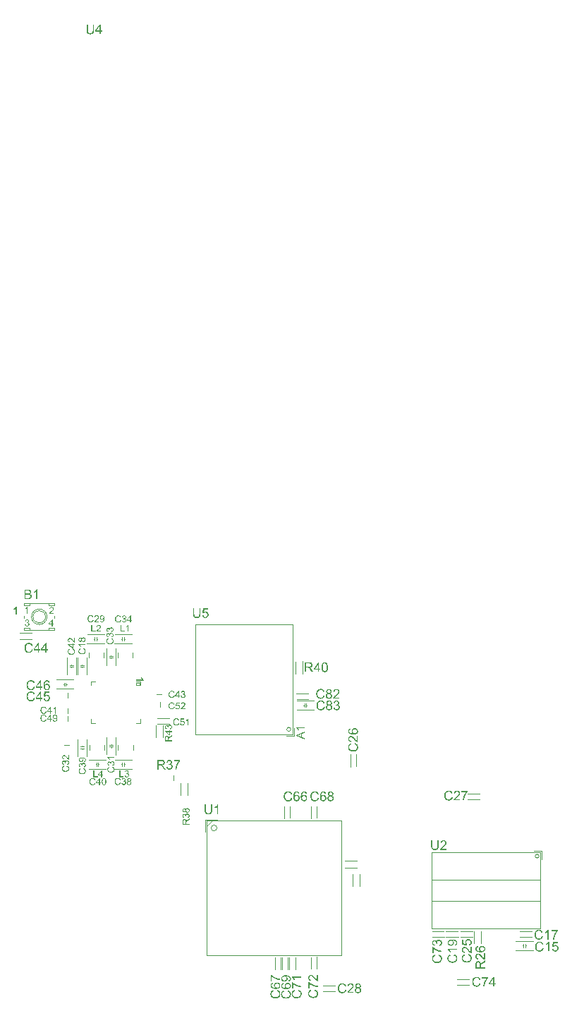
<source format=gto>
G04 Layer_Color=65535*
%FSLAX43Y43*%
%MOMM*%
G71*
G01*
G75*
%ADD24C,0.120*%
%ADD30C,0.100*%
%ADD42C,0.080*%
G36*
X12498Y93323D02*
X12508Y93322D01*
X12518Y93320D01*
X12530Y93317D01*
X12544Y93315D01*
X12572Y93305D01*
X12588Y93298D01*
X12602Y93291D01*
X12618Y93281D01*
X12634Y93270D01*
X12649Y93258D01*
X12664Y93244D01*
X12665Y93243D01*
X12667Y93240D01*
X12671Y93236D01*
X12676Y93230D01*
X12682Y93222D01*
X12688Y93213D01*
X12695Y93202D01*
X12701Y93189D01*
X12708Y93175D01*
X12715Y93160D01*
X12721Y93144D01*
X12727Y93126D01*
X12732Y93107D01*
X12736Y93087D01*
X12738Y93066D01*
X12739Y93043D01*
Y93042D01*
Y93038D01*
Y93032D01*
X12738Y93025D01*
X12737Y93016D01*
X12736Y93005D01*
X12733Y92993D01*
X12731Y92980D01*
X12724Y92951D01*
X12712Y92921D01*
X12705Y92905D01*
X12696Y92891D01*
X12685Y92876D01*
X12675Y92862D01*
X12673Y92861D01*
X12671Y92858D01*
X12667Y92855D01*
X12663Y92851D01*
X12657Y92845D01*
X12648Y92839D01*
X12640Y92832D01*
X12629Y92825D01*
X12617Y92817D01*
X12605Y92810D01*
X12576Y92797D01*
X12542Y92786D01*
X12524Y92783D01*
X12505Y92780D01*
X12492Y92882D01*
X12493D01*
X12496Y92883D01*
X12500Y92885D01*
X12506Y92886D01*
X12514Y92887D01*
X12522Y92890D01*
X12540Y92896D01*
X12562Y92904D01*
X12582Y92915D01*
X12601Y92927D01*
X12618Y92941D01*
X12619Y92944D01*
X12624Y92948D01*
X12630Y92958D01*
X12636Y92970D01*
X12643Y92984D01*
X12649Y93002D01*
X12654Y93023D01*
X12655Y93044D01*
Y93046D01*
Y93048D01*
Y93052D01*
X12654Y93057D01*
X12653Y93070D01*
X12649Y93087D01*
X12643Y93106D01*
X12635Y93126D01*
X12623Y93147D01*
X12606Y93166D01*
X12604Y93168D01*
X12596Y93174D01*
X12586Y93181D01*
X12571Y93191D01*
X12553Y93201D01*
X12533Y93208D01*
X12509Y93214D01*
X12482Y93216D01*
X12475D01*
X12470Y93215D01*
X12457Y93214D01*
X12441Y93210D01*
X12422Y93205D01*
X12403Y93197D01*
X12384Y93185D01*
X12366Y93169D01*
X12363Y93167D01*
X12359Y93161D01*
X12351Y93151D01*
X12343Y93138D01*
X12335Y93121D01*
X12327Y93101D01*
X12323Y93078D01*
X12320Y93053D01*
Y93052D01*
Y93048D01*
Y93042D01*
X12321Y93034D01*
X12323Y93023D01*
X12325Y93011D01*
X12327Y92996D01*
X12331Y92981D01*
X12241Y92993D01*
Y92994D01*
Y92999D01*
X12242Y93004D01*
Y93008D01*
Y93010D01*
Y93011D01*
Y93014D01*
Y93019D01*
X12240Y93032D01*
X12237Y93048D01*
X12234Y93066D01*
X12228Y93087D01*
X12219Y93106D01*
X12208Y93126D01*
Y93127D01*
X12207Y93129D01*
X12202Y93135D01*
X12194Y93143D01*
X12183Y93153D01*
X12168Y93162D01*
X12150Y93171D01*
X12129Y93177D01*
X12117Y93179D01*
X12094D01*
X12085Y93177D01*
X12071Y93174D01*
X12057Y93169D01*
X12041Y93163D01*
X12026Y93154D01*
X12011Y93141D01*
X12010Y93139D01*
X12005Y93133D01*
X11999Y93125D01*
X11992Y93114D01*
X11986Y93100D01*
X11980Y93083D01*
X11975Y93064D01*
X11974Y93042D01*
Y93041D01*
Y93040D01*
Y93032D01*
X11977Y93022D01*
X11979Y93007D01*
X11984Y92992D01*
X11990Y92976D01*
X11999Y92959D01*
X12011Y92944D01*
X12013Y92942D01*
X12019Y92938D01*
X12027Y92930D01*
X12039Y92922D01*
X12055Y92914D01*
X12074Y92905D01*
X12097Y92898D01*
X12123Y92893D01*
X12105Y92791D01*
X12104D01*
X12100Y92792D01*
X12095Y92793D01*
X12088Y92795D01*
X12080Y92797D01*
X12070Y92801D01*
X12047Y92808D01*
X12021Y92820D01*
X11995Y92834D01*
X11969Y92852D01*
X11946Y92875D01*
X11945Y92876D01*
X11944Y92879D01*
X11942Y92882D01*
X11938Y92887D01*
X11933Y92893D01*
X11928Y92902D01*
X11924Y92910D01*
X11918Y92921D01*
X11908Y92945D01*
X11898Y92972D01*
X11892Y93005D01*
X11890Y93022D01*
Y93040D01*
Y93041D01*
Y93043D01*
Y93047D01*
Y93052D01*
X11891Y93065D01*
X11894Y93081D01*
X11897Y93100D01*
X11903Y93121D01*
X11910Y93143D01*
X11920Y93165D01*
Y93166D01*
X11921Y93167D01*
X11925Y93174D01*
X11932Y93185D01*
X11940Y93197D01*
X11952Y93211D01*
X11966Y93226D01*
X11981Y93240D01*
X11999Y93252D01*
X12002Y93254D01*
X12008Y93257D01*
X12019Y93262D01*
X12032Y93268D01*
X12047Y93274D01*
X12065Y93279D01*
X12086Y93282D01*
X12106Y93284D01*
X12116D01*
X12125Y93282D01*
X12139Y93280D01*
X12154Y93276D01*
X12171Y93270D01*
X12188Y93263D01*
X12205Y93254D01*
X12207Y93252D01*
X12212Y93249D01*
X12220Y93242D01*
X12230Y93232D01*
X12241Y93220D01*
X12253Y93205D01*
X12264Y93189D01*
X12274Y93168D01*
Y93169D01*
X12276Y93172D01*
X12277Y93175D01*
X12278Y93180D01*
X12283Y93193D01*
X12290Y93210D01*
X12300Y93230D01*
X12312Y93249D01*
X12327Y93267D01*
X12345Y93284D01*
X12348Y93285D01*
X12355Y93290D01*
X12367Y93297D01*
X12383Y93304D01*
X12402Y93311D01*
X12425Y93318D01*
X12451Y93323D01*
X12480Y93324D01*
X12491D01*
X12498Y93323D01*
D02*
G37*
G36*
Y93970D02*
X12508Y93968D01*
X12518Y93966D01*
X12530Y93964D01*
X12544Y93961D01*
X12572Y93952D01*
X12588Y93944D01*
X12602Y93937D01*
X12618Y93928D01*
X12634Y93917D01*
X12649Y93905D01*
X12664Y93890D01*
X12665Y93889D01*
X12667Y93887D01*
X12671Y93882D01*
X12676Y93876D01*
X12682Y93869D01*
X12688Y93859D01*
X12695Y93848D01*
X12701Y93835D01*
X12708Y93822D01*
X12715Y93806D01*
X12721Y93791D01*
X12727Y93773D01*
X12732Y93753D01*
X12736Y93733D01*
X12738Y93712D01*
X12739Y93690D01*
Y93688D01*
Y93685D01*
Y93679D01*
X12738Y93672D01*
X12737Y93662D01*
X12736Y93651D01*
X12733Y93639D01*
X12731Y93626D01*
X12724Y93597D01*
X12712Y93567D01*
X12705Y93551D01*
X12696Y93537D01*
X12685Y93523D01*
X12675Y93508D01*
X12673Y93507D01*
X12671Y93505D01*
X12667Y93501D01*
X12663Y93497D01*
X12657Y93491D01*
X12648Y93485D01*
X12640Y93478D01*
X12629Y93471D01*
X12617Y93464D01*
X12605Y93457D01*
X12576Y93443D01*
X12542Y93433D01*
X12524Y93429D01*
X12505Y93427D01*
X12492Y93529D01*
X12493D01*
X12496Y93530D01*
X12500Y93531D01*
X12506Y93532D01*
X12514Y93533D01*
X12522Y93536D01*
X12540Y93542D01*
X12562Y93550D01*
X12582Y93561D01*
X12601Y93573D01*
X12618Y93588D01*
X12619Y93590D01*
X12624Y93595D01*
X12630Y93604D01*
X12636Y93616D01*
X12643Y93631D01*
X12649Y93649D01*
X12654Y93669D01*
X12655Y93691D01*
Y93692D01*
Y93694D01*
Y93698D01*
X12654Y93703D01*
X12653Y93716D01*
X12649Y93733D01*
X12643Y93752D01*
X12635Y93773D01*
X12623Y93793D01*
X12606Y93812D01*
X12604Y93815D01*
X12596Y93821D01*
X12586Y93828D01*
X12571Y93837D01*
X12553Y93847D01*
X12533Y93854D01*
X12509Y93860D01*
X12482Y93863D01*
X12475D01*
X12470Y93861D01*
X12457Y93860D01*
X12441Y93857D01*
X12422Y93852D01*
X12403Y93843D01*
X12384Y93831D01*
X12366Y93816D01*
X12363Y93813D01*
X12359Y93807D01*
X12351Y93798D01*
X12343Y93785D01*
X12335Y93768D01*
X12327Y93747D01*
X12323Y93725D01*
X12320Y93699D01*
Y93698D01*
Y93694D01*
Y93688D01*
X12321Y93680D01*
X12323Y93669D01*
X12325Y93657D01*
X12327Y93643D01*
X12331Y93627D01*
X12241Y93639D01*
Y93640D01*
Y93645D01*
X12242Y93650D01*
Y93655D01*
Y93656D01*
Y93657D01*
Y93661D01*
Y93666D01*
X12240Y93679D01*
X12237Y93694D01*
X12234Y93712D01*
X12228Y93733D01*
X12219Y93752D01*
X12208Y93773D01*
Y93774D01*
X12207Y93775D01*
X12202Y93781D01*
X12194Y93789D01*
X12183Y93799D01*
X12168Y93809D01*
X12150Y93817D01*
X12129Y93823D01*
X12117Y93825D01*
X12094D01*
X12085Y93823D01*
X12071Y93821D01*
X12057Y93816D01*
X12041Y93810D01*
X12026Y93800D01*
X12011Y93787D01*
X12010Y93786D01*
X12005Y93780D01*
X11999Y93771D01*
X11992Y93761D01*
X11986Y93746D01*
X11980Y93729D01*
X11975Y93710D01*
X11974Y93688D01*
Y93687D01*
Y93686D01*
Y93679D01*
X11977Y93668D01*
X11979Y93654D01*
X11984Y93638D01*
X11990Y93622D01*
X11999Y93606D01*
X12011Y93590D01*
X12013Y93589D01*
X12019Y93584D01*
X12027Y93577D01*
X12039Y93568D01*
X12055Y93560D01*
X12074Y93551D01*
X12097Y93544D01*
X12123Y93539D01*
X12105Y93437D01*
X12104D01*
X12100Y93439D01*
X12095Y93440D01*
X12088Y93441D01*
X12080Y93443D01*
X12070Y93447D01*
X12047Y93454D01*
X12021Y93466D01*
X11995Y93481D01*
X11969Y93499D01*
X11946Y93521D01*
X11945Y93523D01*
X11944Y93525D01*
X11942Y93529D01*
X11938Y93533D01*
X11933Y93539D01*
X11928Y93548D01*
X11924Y93556D01*
X11918Y93567D01*
X11908Y93591D01*
X11898Y93619D01*
X11892Y93651D01*
X11890Y93668D01*
Y93686D01*
Y93687D01*
Y93690D01*
Y93693D01*
Y93698D01*
X11891Y93711D01*
X11894Y93727D01*
X11897Y93746D01*
X11903Y93768D01*
X11910Y93789D01*
X11920Y93811D01*
Y93812D01*
X11921Y93813D01*
X11925Y93821D01*
X11932Y93831D01*
X11940Y93843D01*
X11952Y93858D01*
X11966Y93872D01*
X11981Y93887D01*
X11999Y93899D01*
X12002Y93900D01*
X12008Y93904D01*
X12019Y93908D01*
X12032Y93914D01*
X12047Y93920D01*
X12065Y93925D01*
X12086Y93929D01*
X12106Y93930D01*
X12116D01*
X12125Y93929D01*
X12139Y93926D01*
X12154Y93923D01*
X12171Y93917D01*
X12188Y93910D01*
X12205Y93900D01*
X12207Y93899D01*
X12212Y93895D01*
X12220Y93888D01*
X12230Y93878D01*
X12241Y93866D01*
X12253Y93852D01*
X12264Y93835D01*
X12274Y93815D01*
Y93816D01*
X12276Y93818D01*
X12277Y93822D01*
X12278Y93827D01*
X12283Y93840D01*
X12290Y93857D01*
X12300Y93876D01*
X12312Y93895D01*
X12327Y93913D01*
X12345Y93930D01*
X12348Y93931D01*
X12355Y93936D01*
X12367Y93943D01*
X12383Y93950D01*
X12402Y93958D01*
X12425Y93965D01*
X12451Y93970D01*
X12480Y93971D01*
X12491D01*
X12498Y93970D01*
D02*
G37*
G36*
X12468Y92684D02*
X12475Y92682D01*
X12485Y92678D01*
X12496Y92674D01*
X12509Y92670D01*
X12523Y92664D01*
X12539Y92656D01*
X12572Y92640D01*
X12606Y92618D01*
X12623Y92605D01*
X12640Y92592D01*
X12654Y92577D01*
X12669Y92560D01*
X12670Y92559D01*
X12672Y92557D01*
X12675Y92551D01*
X12679Y92545D01*
X12685Y92535D01*
X12691Y92525D01*
X12697Y92512D01*
X12703Y92499D01*
X12711Y92483D01*
X12717Y92467D01*
X12723Y92449D01*
X12729Y92429D01*
X12733Y92409D01*
X12736Y92387D01*
X12738Y92364D01*
X12739Y92340D01*
Y92339D01*
Y92334D01*
Y92327D01*
X12738Y92318D01*
Y92307D01*
X12737Y92294D01*
X12735Y92279D01*
X12732Y92262D01*
X12726Y92228D01*
X12717Y92191D01*
X12703Y92155D01*
X12695Y92139D01*
X12685Y92122D01*
X12684Y92121D01*
X12683Y92118D01*
X12679Y92113D01*
X12675Y92109D01*
X12670Y92101D01*
X12663Y92093D01*
X12654Y92083D01*
X12644Y92074D01*
X12634Y92064D01*
X12623Y92053D01*
X12595Y92032D01*
X12563Y92011D01*
X12527Y91993D01*
X12526D01*
X12522Y91991D01*
X12516Y91990D01*
X12509Y91986D01*
X12499Y91984D01*
X12487Y91980D01*
X12474Y91975D01*
X12459Y91972D01*
X12444Y91968D01*
X12426Y91963D01*
X12389Y91957D01*
X12347Y91952D01*
X12303Y91950D01*
X12290D01*
X12282Y91951D01*
X12270D01*
X12258Y91952D01*
X12242Y91954D01*
X12226Y91956D01*
X12192Y91962D01*
X12153Y91970D01*
X12115Y91982D01*
X12077Y91999D01*
X12076Y92000D01*
X12073Y92002D01*
X12068Y92004D01*
X12062Y92009D01*
X12053Y92014D01*
X12044Y92020D01*
X12022Y92035D01*
X11998Y92056D01*
X11974Y92080D01*
X11950Y92107D01*
X11930Y92140D01*
X11928Y92141D01*
X11927Y92145D01*
X11925Y92149D01*
X11921Y92155D01*
X11918Y92165D01*
X11914Y92175D01*
X11909Y92187D01*
X11904Y92200D01*
X11900Y92214D01*
X11895Y92230D01*
X11888Y92264D01*
X11882Y92302D01*
X11879Y92342D01*
Y92343D01*
Y92348D01*
Y92354D01*
X11880Y92362D01*
X11882Y92373D01*
X11883Y92386D01*
X11884Y92399D01*
X11888Y92415D01*
X11895Y92447D01*
X11906Y92483D01*
X11913Y92501D01*
X11921Y92518D01*
X11932Y92535D01*
X11943Y92552D01*
X11944Y92553D01*
X11945Y92556D01*
X11949Y92560D01*
X11955Y92566D01*
X11961Y92572D01*
X11969Y92581D01*
X11979Y92589D01*
X11989Y92599D01*
X12001Y92608D01*
X12015Y92618D01*
X12029Y92629D01*
X12045Y92638D01*
X12063Y92647D01*
X12081Y92656D01*
X12100Y92664D01*
X12122Y92671D01*
X12147Y92563D01*
X12146D01*
X12144Y92562D01*
X12139Y92559D01*
X12133Y92557D01*
X12125Y92554D01*
X12116Y92551D01*
X12097Y92541D01*
X12075Y92529D01*
X12053Y92515D01*
X12033Y92497D01*
X12015Y92477D01*
X12013Y92475D01*
X12008Y92468D01*
X12002Y92456D01*
X11993Y92440D01*
X11986Y92420D01*
X11979Y92397D01*
X11974Y92369D01*
X11973Y92339D01*
Y92338D01*
Y92334D01*
Y92330D01*
X11974Y92324D01*
Y92315D01*
X11975Y92306D01*
X11979Y92283D01*
X11984Y92258D01*
X11992Y92231D01*
X12004Y92203D01*
X12020Y92178D01*
Y92177D01*
X12022Y92176D01*
X12028Y92167D01*
X12038Y92157D01*
X12052Y92143D01*
X12070Y92128D01*
X12091Y92113D01*
X12116Y92100D01*
X12144Y92088D01*
X12145D01*
X12147Y92087D01*
X12151Y92086D01*
X12157Y92085D01*
X12164Y92082D01*
X12172Y92080D01*
X12193Y92076D01*
X12217Y92071D01*
X12243Y92067D01*
X12272Y92064D01*
X12303Y92063D01*
X12321D01*
X12330Y92064D01*
X12341D01*
X12353Y92065D01*
X12366Y92067D01*
X12395Y92070D01*
X12426Y92076D01*
X12457Y92083D01*
X12488Y92093D01*
X12490D01*
X12492Y92094D01*
X12496Y92097D01*
X12502Y92099D01*
X12516Y92106D01*
X12533Y92117D01*
X12552Y92130D01*
X12572Y92147D01*
X12590Y92166D01*
X12607Y92189D01*
Y92190D01*
X12608Y92193D01*
X12611Y92196D01*
X12613Y92201D01*
X12616Y92207D01*
X12619Y92214D01*
X12626Y92231D01*
X12634Y92253D01*
X12640Y92277D01*
X12644Y92303D01*
X12646Y92331D01*
Y92332D01*
Y92334D01*
Y92339D01*
X12644Y92346D01*
Y92355D01*
X12643Y92363D01*
X12638Y92385D01*
X12632Y92410D01*
X12623Y92435D01*
X12610Y92462D01*
X12602Y92475D01*
X12593Y92487D01*
X12592Y92488D01*
X12590Y92489D01*
X12587Y92493D01*
X12583Y92498D01*
X12577Y92503D01*
X12570Y92509D01*
X12563Y92516D01*
X12553Y92522D01*
X12542Y92529D01*
X12530Y92537D01*
X12518Y92545D01*
X12504Y92552D01*
X12488Y92558D01*
X12472Y92564D01*
X12453Y92570D01*
X12434Y92575D01*
X12462Y92685D01*
X12463D01*
X12468Y92684D01*
D02*
G37*
G36*
X21111Y86359D02*
X21127Y86356D01*
X21146Y86353D01*
X21168Y86347D01*
X21189Y86340D01*
X21211Y86330D01*
X21212D01*
X21213Y86329D01*
X21221Y86325D01*
X21231Y86318D01*
X21243Y86310D01*
X21258Y86298D01*
X21272Y86284D01*
X21287Y86269D01*
X21299Y86251D01*
X21300Y86248D01*
X21304Y86242D01*
X21308Y86231D01*
X21314Y86218D01*
X21320Y86203D01*
X21325Y86185D01*
X21329Y86164D01*
X21330Y86144D01*
Y86141D01*
Y86134D01*
X21329Y86125D01*
X21326Y86111D01*
X21323Y86096D01*
X21317Y86079D01*
X21310Y86062D01*
X21300Y86045D01*
X21299Y86043D01*
X21295Y86038D01*
X21288Y86030D01*
X21278Y86020D01*
X21266Y86009D01*
X21252Y85997D01*
X21235Y85986D01*
X21215Y85976D01*
X21216D01*
X21218Y85974D01*
X21222Y85973D01*
X21227Y85972D01*
X21240Y85967D01*
X21257Y85960D01*
X21276Y85950D01*
X21295Y85938D01*
X21313Y85923D01*
X21330Y85905D01*
X21331Y85902D01*
X21336Y85895D01*
X21343Y85883D01*
X21350Y85867D01*
X21358Y85848D01*
X21365Y85825D01*
X21370Y85799D01*
X21371Y85770D01*
Y85769D01*
Y85765D01*
Y85759D01*
X21370Y85752D01*
X21368Y85742D01*
X21366Y85732D01*
X21364Y85720D01*
X21361Y85706D01*
X21352Y85678D01*
X21344Y85662D01*
X21337Y85648D01*
X21328Y85632D01*
X21317Y85616D01*
X21305Y85601D01*
X21290Y85586D01*
X21289Y85585D01*
X21287Y85583D01*
X21282Y85579D01*
X21276Y85574D01*
X21269Y85568D01*
X21259Y85562D01*
X21248Y85555D01*
X21235Y85549D01*
X21222Y85542D01*
X21206Y85535D01*
X21191Y85529D01*
X21173Y85523D01*
X21153Y85518D01*
X21133Y85514D01*
X21112Y85512D01*
X21090Y85511D01*
X21079D01*
X21072Y85512D01*
X21062Y85513D01*
X21051Y85514D01*
X21039Y85517D01*
X21026Y85519D01*
X20997Y85526D01*
X20967Y85538D01*
X20951Y85545D01*
X20937Y85554D01*
X20923Y85565D01*
X20908Y85575D01*
X20907Y85577D01*
X20905Y85579D01*
X20901Y85583D01*
X20897Y85587D01*
X20891Y85593D01*
X20885Y85602D01*
X20878Y85610D01*
X20871Y85621D01*
X20864Y85633D01*
X20857Y85645D01*
X20843Y85674D01*
X20833Y85708D01*
X20829Y85726D01*
X20827Y85745D01*
X20929Y85758D01*
Y85757D01*
X20930Y85754D01*
X20931Y85750D01*
X20932Y85744D01*
X20933Y85736D01*
X20936Y85728D01*
X20942Y85710D01*
X20950Y85688D01*
X20961Y85668D01*
X20973Y85649D01*
X20988Y85632D01*
X20990Y85631D01*
X20995Y85626D01*
X21004Y85620D01*
X21016Y85614D01*
X21031Y85607D01*
X21049Y85601D01*
X21069Y85596D01*
X21091Y85595D01*
X21098D01*
X21103Y85596D01*
X21116Y85597D01*
X21133Y85601D01*
X21152Y85607D01*
X21173Y85615D01*
X21193Y85627D01*
X21212Y85644D01*
X21215Y85646D01*
X21221Y85654D01*
X21228Y85664D01*
X21237Y85679D01*
X21247Y85697D01*
X21254Y85717D01*
X21260Y85741D01*
X21263Y85768D01*
Y85769D01*
Y85771D01*
Y85775D01*
X21261Y85780D01*
X21260Y85793D01*
X21257Y85809D01*
X21252Y85828D01*
X21243Y85847D01*
X21231Y85866D01*
X21216Y85884D01*
X21213Y85887D01*
X21207Y85891D01*
X21198Y85899D01*
X21185Y85907D01*
X21168Y85915D01*
X21147Y85923D01*
X21124Y85927D01*
X21099Y85930D01*
X21088D01*
X21080Y85929D01*
X21069Y85927D01*
X21057Y85925D01*
X21043Y85923D01*
X21027Y85919D01*
X21039Y86009D01*
X21045D01*
X21050Y86008D01*
X21066D01*
X21079Y86010D01*
X21094Y86013D01*
X21112Y86016D01*
X21133Y86022D01*
X21152Y86031D01*
X21173Y86042D01*
X21174D01*
X21175Y86043D01*
X21181Y86048D01*
X21189Y86056D01*
X21199Y86067D01*
X21209Y86082D01*
X21217Y86100D01*
X21223Y86121D01*
X21225Y86133D01*
Y86146D01*
Y86147D01*
Y86149D01*
Y86156D01*
X21223Y86165D01*
X21221Y86179D01*
X21216Y86193D01*
X21210Y86209D01*
X21200Y86224D01*
X21187Y86239D01*
X21186Y86240D01*
X21180Y86245D01*
X21171Y86251D01*
X21161Y86258D01*
X21146Y86264D01*
X21129Y86270D01*
X21110Y86275D01*
X21088Y86276D01*
X21079D01*
X21068Y86273D01*
X21054Y86271D01*
X21038Y86266D01*
X21022Y86260D01*
X21006Y86251D01*
X20990Y86239D01*
X20989Y86237D01*
X20984Y86231D01*
X20977Y86223D01*
X20968Y86211D01*
X20960Y86195D01*
X20951Y86176D01*
X20944Y86153D01*
X20939Y86127D01*
X20837Y86145D01*
Y86146D01*
X20839Y86150D01*
X20840Y86155D01*
X20841Y86162D01*
X20843Y86170D01*
X20847Y86180D01*
X20854Y86203D01*
X20866Y86229D01*
X20881Y86255D01*
X20899Y86281D01*
X20921Y86304D01*
X20923Y86305D01*
X20925Y86306D01*
X20929Y86308D01*
X20933Y86312D01*
X20939Y86317D01*
X20948Y86322D01*
X20956Y86326D01*
X20967Y86332D01*
X20991Y86342D01*
X21019Y86352D01*
X21051Y86358D01*
X21068Y86360D01*
X21098D01*
X21111Y86359D01*
D02*
G37*
G36*
X19762Y86370D02*
X19773Y86368D01*
X19786Y86367D01*
X19799Y86366D01*
X19815Y86362D01*
X19847Y86355D01*
X19883Y86344D01*
X19901Y86337D01*
X19918Y86329D01*
X19935Y86318D01*
X19952Y86307D01*
X19953Y86306D01*
X19956Y86305D01*
X19960Y86301D01*
X19966Y86295D01*
X19972Y86289D01*
X19981Y86281D01*
X19989Y86271D01*
X19999Y86261D01*
X20008Y86249D01*
X20018Y86235D01*
X20029Y86221D01*
X20038Y86205D01*
X20047Y86187D01*
X20056Y86169D01*
X20064Y86150D01*
X20071Y86128D01*
X19963Y86103D01*
Y86104D01*
X19962Y86106D01*
X19959Y86111D01*
X19957Y86117D01*
X19954Y86125D01*
X19951Y86134D01*
X19941Y86153D01*
X19929Y86175D01*
X19915Y86197D01*
X19897Y86217D01*
X19877Y86235D01*
X19875Y86237D01*
X19868Y86242D01*
X19856Y86248D01*
X19840Y86257D01*
X19820Y86264D01*
X19797Y86271D01*
X19769Y86276D01*
X19739Y86277D01*
X19730D01*
X19724Y86276D01*
X19715D01*
X19706Y86275D01*
X19683Y86271D01*
X19658Y86266D01*
X19631Y86258D01*
X19604Y86246D01*
X19578Y86230D01*
X19577D01*
X19576Y86228D01*
X19567Y86222D01*
X19557Y86212D01*
X19543Y86198D01*
X19528Y86180D01*
X19513Y86159D01*
X19500Y86134D01*
X19488Y86106D01*
Y86105D01*
X19487Y86103D01*
X19486Y86099D01*
X19485Y86093D01*
X19482Y86086D01*
X19480Y86078D01*
X19476Y86057D01*
X19471Y86033D01*
X19467Y86007D01*
X19464Y85978D01*
X19463Y85947D01*
Y85945D01*
Y85942D01*
Y85936D01*
Y85929D01*
X19464Y85920D01*
Y85909D01*
X19465Y85897D01*
X19467Y85884D01*
X19470Y85855D01*
X19476Y85824D01*
X19483Y85793D01*
X19493Y85762D01*
Y85760D01*
X19494Y85758D01*
X19497Y85754D01*
X19499Y85748D01*
X19506Y85734D01*
X19517Y85717D01*
X19530Y85698D01*
X19547Y85678D01*
X19566Y85660D01*
X19589Y85643D01*
X19590D01*
X19593Y85642D01*
X19596Y85639D01*
X19601Y85637D01*
X19607Y85634D01*
X19614Y85631D01*
X19631Y85624D01*
X19653Y85616D01*
X19677Y85610D01*
X19703Y85605D01*
X19731Y85604D01*
X19739D01*
X19746Y85605D01*
X19755D01*
X19763Y85607D01*
X19785Y85612D01*
X19810Y85618D01*
X19835Y85627D01*
X19862Y85640D01*
X19875Y85648D01*
X19887Y85657D01*
X19888Y85658D01*
X19889Y85660D01*
X19893Y85663D01*
X19898Y85667D01*
X19903Y85673D01*
X19909Y85680D01*
X19916Y85687D01*
X19922Y85697D01*
X19929Y85708D01*
X19937Y85720D01*
X19945Y85732D01*
X19952Y85746D01*
X19958Y85762D01*
X19964Y85779D01*
X19970Y85797D01*
X19975Y85816D01*
X20085Y85788D01*
Y85787D01*
X20084Y85782D01*
X20082Y85775D01*
X20078Y85765D01*
X20074Y85754D01*
X20070Y85741D01*
X20064Y85727D01*
X20056Y85711D01*
X20040Y85678D01*
X20018Y85644D01*
X20005Y85627D01*
X19992Y85610D01*
X19977Y85596D01*
X19960Y85581D01*
X19959Y85580D01*
X19957Y85578D01*
X19951Y85575D01*
X19945Y85571D01*
X19935Y85565D01*
X19925Y85559D01*
X19912Y85553D01*
X19899Y85547D01*
X19883Y85539D01*
X19867Y85533D01*
X19849Y85527D01*
X19829Y85521D01*
X19809Y85517D01*
X19787Y85514D01*
X19764Y85512D01*
X19740Y85511D01*
X19727D01*
X19718Y85512D01*
X19707D01*
X19694Y85513D01*
X19679Y85515D01*
X19662Y85518D01*
X19628Y85524D01*
X19591Y85533D01*
X19555Y85547D01*
X19539Y85555D01*
X19522Y85565D01*
X19521Y85566D01*
X19518Y85567D01*
X19513Y85571D01*
X19509Y85575D01*
X19501Y85580D01*
X19493Y85587D01*
X19483Y85596D01*
X19474Y85605D01*
X19464Y85616D01*
X19453Y85627D01*
X19432Y85655D01*
X19411Y85687D01*
X19393Y85723D01*
Y85724D01*
X19391Y85728D01*
X19390Y85734D01*
X19386Y85741D01*
X19384Y85751D01*
X19380Y85763D01*
X19375Y85776D01*
X19372Y85791D01*
X19368Y85806D01*
X19363Y85824D01*
X19357Y85861D01*
X19352Y85903D01*
X19350Y85947D01*
Y85948D01*
Y85953D01*
Y85960D01*
X19351Y85968D01*
Y85980D01*
X19352Y85992D01*
X19354Y86008D01*
X19356Y86024D01*
X19362Y86058D01*
X19370Y86097D01*
X19382Y86135D01*
X19399Y86173D01*
X19400Y86174D01*
X19402Y86177D01*
X19404Y86182D01*
X19409Y86188D01*
X19414Y86197D01*
X19420Y86206D01*
X19435Y86228D01*
X19456Y86252D01*
X19480Y86276D01*
X19507Y86300D01*
X19540Y86320D01*
X19541Y86322D01*
X19545Y86323D01*
X19549Y86325D01*
X19555Y86329D01*
X19565Y86332D01*
X19575Y86336D01*
X19587Y86341D01*
X19600Y86346D01*
X19614Y86350D01*
X19630Y86355D01*
X19664Y86362D01*
X19702Y86368D01*
X19742Y86371D01*
X19754D01*
X19762Y86370D01*
D02*
G37*
G36*
X10750Y95434D02*
X10759Y95433D01*
X10771Y95431D01*
X10784Y95429D01*
X10798Y95427D01*
X10829Y95418D01*
X10860Y95406D01*
X10876Y95399D01*
X10891Y95391D01*
X10906Y95380D01*
X10919Y95368D01*
X10920Y95367D01*
X10923Y95365D01*
X10925Y95360D01*
X10930Y95356D01*
X10936Y95350D01*
X10942Y95341D01*
X10948Y95333D01*
X10955Y95322D01*
X10967Y95299D01*
X10979Y95270D01*
X10984Y95256D01*
X10986Y95239D01*
X10989Y95222D01*
X10990Y95204D01*
Y95202D01*
Y95196D01*
X10989Y95186D01*
X10987Y95173D01*
X10985Y95159D01*
X10980Y95142D01*
X10975Y95124D01*
X10968Y95106D01*
X10967Y95103D01*
X10965Y95097D01*
X10960Y95088D01*
X10953Y95075D01*
X10943Y95060D01*
X10931Y95042D01*
X10917Y95024D01*
X10900Y95004D01*
X10897Y95001D01*
X10891Y94994D01*
X10885Y94988D01*
X10879Y94982D01*
X10872Y94975D01*
X10862Y94965D01*
X10853Y94956D01*
X10841Y94945D01*
X10829Y94933D01*
X10814Y94920D01*
X10799Y94906D01*
X10782Y94891D01*
X10763Y94875D01*
X10744Y94858D01*
X10742Y94857D01*
X10740Y94855D01*
X10735Y94851D01*
X10729Y94846D01*
X10722Y94839D01*
X10713Y94832D01*
X10694Y94816D01*
X10674Y94798D01*
X10655Y94780D01*
X10638Y94765D01*
X10631Y94759D01*
X10625Y94753D01*
X10623Y94751D01*
X10620Y94748D01*
X10615Y94743D01*
X10609Y94736D01*
X10603Y94727D01*
X10596Y94719D01*
X10581Y94699D01*
X10991D01*
Y94600D01*
X10440D01*
Y94601D01*
Y94606D01*
Y94613D01*
X10441Y94623D01*
X10442Y94634D01*
X10444Y94646D01*
X10447Y94658D01*
X10452Y94671D01*
Y94672D01*
X10453Y94673D01*
X10455Y94680D01*
X10460Y94691D01*
X10467Y94706D01*
X10477Y94723D01*
X10489Y94742D01*
X10502Y94761D01*
X10519Y94781D01*
Y94783D01*
X10521Y94784D01*
X10527Y94791D01*
X10538Y94802D01*
X10554Y94817D01*
X10572Y94835D01*
X10595Y94857D01*
X10622Y94881D01*
X10652Y94906D01*
X10653Y94908D01*
X10658Y94911D01*
X10665Y94917D01*
X10674Y94924D01*
X10685Y94934D01*
X10698Y94945D01*
X10711Y94957D01*
X10727Y94970D01*
X10757Y94999D01*
X10787Y95028D01*
X10801Y95042D01*
X10814Y95057D01*
X10826Y95070D01*
X10836Y95083D01*
Y95084D01*
X10838Y95085D01*
X10841Y95089D01*
X10843Y95094D01*
X10852Y95107D01*
X10861Y95123D01*
X10870Y95142D01*
X10878Y95162D01*
X10883Y95185D01*
X10885Y95207D01*
Y95208D01*
Y95209D01*
X10884Y95216D01*
X10883Y95228D01*
X10879Y95242D01*
X10874Y95258D01*
X10866Y95275D01*
X10855Y95292D01*
X10841Y95309D01*
X10838Y95311D01*
X10832Y95316D01*
X10824Y95322D01*
X10811Y95330D01*
X10794Y95338D01*
X10775Y95345D01*
X10752Y95350D01*
X10727Y95351D01*
X10719D01*
X10715Y95350D01*
X10700Y95348D01*
X10683Y95345D01*
X10665Y95340D01*
X10645Y95332D01*
X10626Y95321D01*
X10608Y95306D01*
X10605Y95304D01*
X10601Y95298D01*
X10593Y95288D01*
X10586Y95274D01*
X10578Y95257D01*
X10571Y95236D01*
X10566Y95212D01*
X10563Y95184D01*
X10459Y95195D01*
Y95196D01*
X10460Y95200D01*
Y95206D01*
X10461Y95214D01*
X10464Y95224D01*
X10466Y95234D01*
X10470Y95248D01*
X10473Y95261D01*
X10483Y95290D01*
X10497Y95318D01*
X10506Y95333D01*
X10516Y95347D01*
X10527Y95360D01*
X10539Y95373D01*
X10540Y95374D01*
X10543Y95375D01*
X10546Y95379D01*
X10552Y95382D01*
X10560Y95387D01*
X10568Y95392D01*
X10578Y95398D01*
X10590Y95404D01*
X10603Y95410D01*
X10617Y95416D01*
X10633Y95421D01*
X10650Y95425D01*
X10668Y95429D01*
X10687Y95433D01*
X10707Y95434D01*
X10729Y95435D01*
X10741D01*
X10750Y95434D01*
D02*
G37*
G36*
X11375D02*
X11381D01*
X11390Y95433D01*
X11410Y95429D01*
X11433Y95424D01*
X11458Y95416D01*
X11484Y95405D01*
X11509Y95391D01*
X11510D01*
X11511Y95388D01*
X11515Y95386D01*
X11520Y95382D01*
X11532Y95373D01*
X11547Y95359D01*
X11563Y95341D01*
X11581Y95320D01*
X11597Y95294D01*
X11611Y95266D01*
Y95264D01*
X11612Y95262D01*
X11615Y95257D01*
X11617Y95251D01*
X11619Y95243D01*
X11623Y95232D01*
X11625Y95220D01*
X11629Y95207D01*
X11633Y95191D01*
X11636Y95173D01*
X11639Y95154D01*
X11641Y95133D01*
X11643Y95111D01*
X11646Y95087D01*
X11647Y95060D01*
Y95033D01*
Y95031D01*
Y95025D01*
Y95017D01*
Y95006D01*
X11646Y94993D01*
Y94977D01*
X11645Y94959D01*
X11642Y94941D01*
X11639Y94900D01*
X11633Y94857D01*
X11624Y94816D01*
X11618Y94796D01*
X11612Y94778D01*
Y94777D01*
X11611Y94774D01*
X11609Y94769D01*
X11606Y94762D01*
X11603Y94755D01*
X11598Y94745D01*
X11586Y94725D01*
X11571Y94702D01*
X11554Y94678D01*
X11533Y94655D01*
X11509Y94635D01*
X11508D01*
X11505Y94632D01*
X11502Y94630D01*
X11497Y94628D01*
X11490Y94624D01*
X11482Y94619D01*
X11473Y94614D01*
X11463Y94611D01*
X11440Y94601D01*
X11413Y94593D01*
X11383Y94588D01*
X11349Y94586D01*
X11339D01*
X11333Y94587D01*
X11325D01*
X11315Y94588D01*
X11293Y94593D01*
X11267Y94599D01*
X11241Y94608D01*
X11214Y94622D01*
X11201Y94630D01*
X11189Y94640D01*
X11188Y94641D01*
X11187Y94642D01*
X11183Y94646D01*
X11180Y94649D01*
X11175Y94655D01*
X11169Y94662D01*
X11157Y94679D01*
X11145Y94701D01*
X11133Y94727D01*
X11123Y94757D01*
X11116Y94792D01*
X11214Y94801D01*
Y94799D01*
X11216Y94797D01*
Y94795D01*
X11217Y94790D01*
X11220Y94777D01*
X11225Y94762D01*
X11231Y94745D01*
X11240Y94729D01*
X11249Y94713D01*
X11261Y94700D01*
X11263Y94699D01*
X11267Y94695D01*
X11276Y94690D01*
X11285Y94685D01*
X11299Y94679D01*
X11314Y94674D01*
X11332Y94671D01*
X11351Y94670D01*
X11360D01*
X11368Y94671D01*
X11379Y94672D01*
X11392Y94674D01*
X11406Y94678D01*
X11420Y94683D01*
X11433Y94690D01*
X11434Y94691D01*
X11439Y94694D01*
X11446Y94699D01*
X11454Y94706D01*
X11463Y94714D01*
X11473Y94724D01*
X11482Y94735D01*
X11492Y94748D01*
X11493Y94749D01*
X11496Y94755D01*
X11500Y94763D01*
X11505Y94774D01*
X11511Y94789D01*
X11517Y94805D01*
X11523Y94825D01*
X11529Y94846D01*
Y94847D01*
X11530Y94849D01*
Y94852D01*
X11532Y94857D01*
X11534Y94869D01*
X11538Y94885D01*
X11540Y94904D01*
X11542Y94924D01*
X11544Y94947D01*
X11545Y94971D01*
Y94972D01*
Y94976D01*
Y94982D01*
Y94992D01*
X11544Y94989D01*
X11539Y94983D01*
X11532Y94975D01*
X11523Y94963D01*
X11511Y94951D01*
X11497Y94938D01*
X11480Y94924D01*
X11461Y94912D01*
X11458Y94911D01*
X11451Y94908D01*
X11440Y94903D01*
X11427Y94898D01*
X11409Y94892D01*
X11390Y94887D01*
X11368Y94884D01*
X11345Y94882D01*
X11336D01*
X11329Y94884D01*
X11319Y94885D01*
X11309Y94886D01*
X11297Y94888D01*
X11285Y94892D01*
X11258Y94900D01*
X11243Y94906D01*
X11229Y94914D01*
X11213Y94922D01*
X11199Y94933D01*
X11184Y94944D01*
X11171Y94957D01*
X11170Y94958D01*
X11168Y94960D01*
X11165Y94964D01*
X11160Y94970D01*
X11154Y94978D01*
X11148Y94987D01*
X11142Y94998D01*
X11136Y95010D01*
X11129Y95023D01*
X11123Y95037D01*
X11117Y95054D01*
X11111Y95071D01*
X11106Y95090D01*
X11104Y95111D01*
X11102Y95131D01*
X11100Y95154D01*
Y95155D01*
Y95160D01*
Y95166D01*
X11102Y95174D01*
X11103Y95185D01*
X11104Y95198D01*
X11106Y95212D01*
X11110Y95227D01*
X11118Y95258D01*
X11124Y95275D01*
X11132Y95293D01*
X11140Y95310D01*
X11151Y95326D01*
X11162Y95342D01*
X11175Y95357D01*
X11176Y95358D01*
X11178Y95360D01*
X11182Y95364D01*
X11188Y95369D01*
X11195Y95375D01*
X11205Y95382D01*
X11214Y95388D01*
X11226Y95397D01*
X11238Y95404D01*
X11253Y95410D01*
X11285Y95423D01*
X11302Y95428D01*
X11321Y95431D01*
X11341Y95434D01*
X11361Y95435D01*
X11369D01*
X11375Y95434D01*
D02*
G37*
G36*
X9156Y92771D02*
X9165Y92770D01*
X9176Y92768D01*
X9188Y92766D01*
X9201Y92762D01*
X9228Y92754D01*
X9244Y92748D01*
X9258Y92740D01*
X9274Y92731D01*
X9288Y92722D01*
X9303Y92710D01*
X9317Y92696D01*
X9319Y92695D01*
X9321Y92693D01*
X9325Y92689D01*
X9328Y92683D01*
X9334Y92675D01*
X9340Y92666D01*
X9346Y92655D01*
X9353Y92643D01*
X9361Y92630D01*
X9367Y92615D01*
X9373Y92598D01*
X9379Y92581D01*
X9382Y92562D01*
X9386Y92541D01*
X9388Y92521D01*
X9389Y92498D01*
Y92497D01*
Y92492D01*
Y92486D01*
X9388Y92478D01*
X9387Y92467D01*
X9386Y92455D01*
X9383Y92442D01*
X9380Y92427D01*
X9371Y92395D01*
X9365Y92378D01*
X9359Y92362D01*
X9351Y92345D01*
X9341Y92329D01*
X9331Y92313D01*
X9317Y92299D01*
X9316Y92297D01*
X9314Y92295D01*
X9310Y92291D01*
X9304Y92287D01*
X9297Y92282D01*
X9288Y92275D01*
X9279Y92269D01*
X9267Y92261D01*
X9255Y92254D01*
X9240Y92248D01*
X9210Y92236D01*
X9192Y92231D01*
X9174Y92228D01*
X9155Y92225D01*
X9136Y92224D01*
X9127D01*
X9123Y92225D01*
X9115D01*
X9107Y92227D01*
X9088Y92229D01*
X9066Y92234D01*
X9045Y92241D01*
X9022Y92252D01*
X9000Y92265D01*
X8999D01*
X8998Y92267D01*
X8992Y92272D01*
X8982Y92282D01*
X8970Y92295D01*
X8958Y92312D01*
X8945Y92332D01*
X8934Y92355D01*
X8926Y92383D01*
Y92382D01*
X8924Y92380D01*
X8923Y92377D01*
X8921Y92372D01*
X8916Y92361D01*
X8909Y92347D01*
X8899Y92331D01*
X8887Y92315D01*
X8874Y92301D01*
X8860Y92288D01*
X8857Y92287D01*
X8852Y92283D01*
X8843Y92278D01*
X8831Y92273D01*
X8815Y92267D01*
X8797Y92263D01*
X8777Y92259D01*
X8755Y92258D01*
X8747D01*
X8739Y92259D01*
X8732Y92260D01*
X8723Y92261D01*
X8702Y92266D01*
X8678Y92273D01*
X8653Y92285D01*
X8640Y92293D01*
X8627Y92301D01*
X8615Y92312D01*
X8602Y92323D01*
X8601Y92324D01*
X8600Y92326D01*
X8596Y92330D01*
X8593Y92335D01*
X8588Y92341D01*
X8583Y92349D01*
X8577Y92359D01*
X8571Y92368D01*
X8565Y92380D01*
X8559Y92394D01*
X8554Y92408D01*
X8550Y92424D01*
X8542Y92457D01*
X8541Y92476D01*
X8540Y92496D01*
Y92497D01*
Y92500D01*
Y92506D01*
X8541Y92514D01*
X8542Y92523D01*
X8544Y92534D01*
X8545Y92546D01*
X8548Y92558D01*
X8556Y92587D01*
X8566Y92616D01*
X8574Y92630D01*
X8582Y92645D01*
X8593Y92658D01*
X8604Y92671D01*
X8605Y92672D01*
X8606Y92673D01*
X8610Y92677D01*
X8615Y92682D01*
X8622Y92687D01*
X8629Y92693D01*
X8647Y92705D01*
X8670Y92717D01*
X8696Y92728D01*
X8726Y92736D01*
X8742Y92737D01*
X8759Y92738D01*
X8768D01*
X8779Y92737D01*
X8792Y92735D01*
X8809Y92731D01*
X8826Y92725D01*
X8843Y92718D01*
X8860Y92707D01*
X8862Y92706D01*
X8867Y92701D01*
X8874Y92694D01*
X8884Y92684D01*
X8894Y92671D01*
X8905Y92655D01*
X8916Y92637D01*
X8926Y92616D01*
Y92617D01*
X8927Y92619D01*
X8928Y92623D01*
X8930Y92628D01*
X8936Y92642D01*
X8945Y92659D01*
X8957Y92677D01*
X8970Y92696D01*
X8987Y92714D01*
X9006Y92731D01*
X9007D01*
X9009Y92732D01*
X9016Y92737D01*
X9028Y92744D01*
X9043Y92752D01*
X9063Y92759D01*
X9085Y92766D01*
X9111Y92771D01*
X9138Y92772D01*
X9149D01*
X9156Y92771D01*
D02*
G37*
G36*
X9118Y91484D02*
X9125Y91482D01*
X9135Y91478D01*
X9146Y91474D01*
X9159Y91470D01*
X9173Y91464D01*
X9189Y91456D01*
X9222Y91440D01*
X9256Y91418D01*
X9273Y91405D01*
X9290Y91392D01*
X9304Y91377D01*
X9319Y91360D01*
X9320Y91359D01*
X9322Y91357D01*
X9325Y91351D01*
X9329Y91345D01*
X9335Y91335D01*
X9341Y91325D01*
X9347Y91312D01*
X9353Y91299D01*
X9361Y91283D01*
X9367Y91267D01*
X9373Y91249D01*
X9379Y91229D01*
X9383Y91209D01*
X9386Y91187D01*
X9388Y91164D01*
X9389Y91140D01*
Y91139D01*
Y91134D01*
Y91127D01*
X9388Y91118D01*
Y91107D01*
X9387Y91094D01*
X9385Y91079D01*
X9382Y91062D01*
X9376Y91028D01*
X9367Y90991D01*
X9353Y90955D01*
X9345Y90939D01*
X9335Y90922D01*
X9334Y90921D01*
X9333Y90918D01*
X9329Y90913D01*
X9325Y90909D01*
X9320Y90901D01*
X9313Y90893D01*
X9304Y90883D01*
X9295Y90874D01*
X9284Y90864D01*
X9273Y90853D01*
X9245Y90832D01*
X9213Y90811D01*
X9177Y90793D01*
X9176D01*
X9172Y90791D01*
X9166Y90790D01*
X9159Y90786D01*
X9149Y90784D01*
X9137Y90780D01*
X9124Y90775D01*
X9109Y90772D01*
X9094Y90768D01*
X9076Y90763D01*
X9039Y90757D01*
X8997Y90752D01*
X8953Y90750D01*
X8940D01*
X8932Y90751D01*
X8920D01*
X8908Y90752D01*
X8892Y90754D01*
X8876Y90756D01*
X8842Y90762D01*
X8803Y90770D01*
X8765Y90782D01*
X8727Y90799D01*
X8726Y90800D01*
X8723Y90802D01*
X8718Y90804D01*
X8712Y90809D01*
X8703Y90814D01*
X8694Y90820D01*
X8672Y90835D01*
X8648Y90856D01*
X8624Y90880D01*
X8600Y90907D01*
X8580Y90940D01*
X8578Y90941D01*
X8577Y90945D01*
X8575Y90949D01*
X8571Y90955D01*
X8568Y90965D01*
X8564Y90975D01*
X8559Y90987D01*
X8554Y91000D01*
X8550Y91014D01*
X8545Y91030D01*
X8538Y91064D01*
X8532Y91102D01*
X8529Y91142D01*
Y91143D01*
Y91148D01*
Y91154D01*
X8530Y91162D01*
X8532Y91173D01*
X8533Y91186D01*
X8534Y91199D01*
X8538Y91215D01*
X8545Y91247D01*
X8556Y91283D01*
X8563Y91301D01*
X8571Y91318D01*
X8582Y91335D01*
X8593Y91352D01*
X8594Y91353D01*
X8595Y91356D01*
X8599Y91360D01*
X8605Y91366D01*
X8611Y91372D01*
X8619Y91381D01*
X8629Y91389D01*
X8639Y91399D01*
X8651Y91408D01*
X8665Y91418D01*
X8679Y91429D01*
X8695Y91438D01*
X8713Y91447D01*
X8731Y91456D01*
X8750Y91464D01*
X8772Y91471D01*
X8797Y91363D01*
X8796D01*
X8794Y91362D01*
X8789Y91359D01*
X8783Y91357D01*
X8775Y91354D01*
X8766Y91351D01*
X8747Y91341D01*
X8725Y91329D01*
X8703Y91315D01*
X8683Y91297D01*
X8665Y91277D01*
X8663Y91275D01*
X8658Y91268D01*
X8652Y91256D01*
X8643Y91240D01*
X8636Y91220D01*
X8629Y91197D01*
X8624Y91169D01*
X8623Y91139D01*
Y91138D01*
Y91134D01*
Y91130D01*
X8624Y91124D01*
Y91115D01*
X8625Y91106D01*
X8629Y91083D01*
X8634Y91058D01*
X8642Y91031D01*
X8654Y91004D01*
X8670Y90978D01*
Y90977D01*
X8672Y90976D01*
X8678Y90967D01*
X8688Y90957D01*
X8702Y90943D01*
X8720Y90928D01*
X8741Y90913D01*
X8766Y90900D01*
X8794Y90888D01*
X8795D01*
X8797Y90887D01*
X8801Y90886D01*
X8807Y90885D01*
X8814Y90882D01*
X8822Y90880D01*
X8843Y90876D01*
X8867Y90871D01*
X8893Y90867D01*
X8922Y90864D01*
X8953Y90863D01*
X8971D01*
X8980Y90864D01*
X8991D01*
X9003Y90865D01*
X9016Y90867D01*
X9045Y90870D01*
X9076Y90876D01*
X9107Y90883D01*
X9138Y90893D01*
X9140D01*
X9142Y90894D01*
X9146Y90897D01*
X9152Y90899D01*
X9166Y90906D01*
X9183Y90917D01*
X9202Y90930D01*
X9222Y90947D01*
X9240Y90966D01*
X9257Y90989D01*
Y90990D01*
X9258Y90993D01*
X9261Y90996D01*
X9263Y91001D01*
X9266Y91007D01*
X9269Y91014D01*
X9276Y91031D01*
X9284Y91053D01*
X9290Y91077D01*
X9295Y91103D01*
X9296Y91131D01*
Y91132D01*
Y91134D01*
Y91139D01*
X9295Y91146D01*
Y91155D01*
X9293Y91163D01*
X9288Y91185D01*
X9282Y91210D01*
X9273Y91235D01*
X9260Y91262D01*
X9252Y91275D01*
X9243Y91287D01*
X9242Y91288D01*
X9240Y91289D01*
X9237Y91293D01*
X9233Y91298D01*
X9227Y91303D01*
X9220Y91309D01*
X9213Y91316D01*
X9203Y91322D01*
X9192Y91329D01*
X9180Y91337D01*
X9168Y91345D01*
X9154Y91352D01*
X9138Y91358D01*
X9122Y91364D01*
X9103Y91370D01*
X9084Y91375D01*
X9112Y91485D01*
X9113D01*
X9118Y91484D01*
D02*
G37*
G36*
X9375Y91861D02*
X8725D01*
X8726Y91860D01*
X8731Y91854D01*
X8738Y91847D01*
X8747Y91835D01*
X8757Y91822D01*
X8769Y91805D01*
X8783Y91786D01*
X8796Y91764D01*
Y91763D01*
X8797Y91762D01*
X8802Y91754D01*
X8808Y91742D01*
X8815Y91728D01*
X8824Y91711D01*
X8832Y91693D01*
X8840Y91675D01*
X8848Y91657D01*
X8749D01*
Y91658D01*
X8747Y91661D01*
X8745Y91665D01*
X8742Y91671D01*
X8738Y91679D01*
X8733Y91687D01*
X8721Y91708D01*
X8708Y91732D01*
X8691Y91756D01*
X8672Y91781D01*
X8652Y91806D01*
X8651Y91807D01*
X8649Y91808D01*
X8646Y91812D01*
X8642Y91817D01*
X8630Y91828D01*
X8616Y91842D01*
X8599Y91856D01*
X8580Y91872D01*
X8560Y91885D01*
X8540Y91897D01*
Y91963D01*
X9375D01*
Y91861D01*
D02*
G37*
G36*
X5233Y82968D02*
X5346D01*
Y82874D01*
X5233D01*
Y82675D01*
X5131D01*
Y82874D01*
X4769D01*
Y82968D01*
X5150Y83506D01*
X5233D01*
Y82968D01*
D02*
G37*
G36*
X5725Y83509D02*
X5731D01*
X5740Y83508D01*
X5760Y83504D01*
X5783Y83499D01*
X5808Y83491D01*
X5834Y83480D01*
X5859Y83466D01*
X5860D01*
X5861Y83463D01*
X5865Y83461D01*
X5870Y83457D01*
X5882Y83448D01*
X5897Y83434D01*
X5913Y83416D01*
X5931Y83395D01*
X5947Y83369D01*
X5961Y83341D01*
Y83339D01*
X5962Y83337D01*
X5965Y83332D01*
X5967Y83326D01*
X5969Y83318D01*
X5973Y83307D01*
X5975Y83295D01*
X5979Y83282D01*
X5983Y83266D01*
X5986Y83248D01*
X5989Y83229D01*
X5991Y83208D01*
X5993Y83186D01*
X5996Y83162D01*
X5997Y83135D01*
Y83108D01*
Y83106D01*
Y83100D01*
Y83092D01*
Y83081D01*
X5996Y83068D01*
Y83052D01*
X5995Y83034D01*
X5992Y83016D01*
X5989Y82975D01*
X5983Y82932D01*
X5974Y82891D01*
X5968Y82871D01*
X5962Y82853D01*
Y82852D01*
X5961Y82849D01*
X5959Y82844D01*
X5956Y82837D01*
X5953Y82830D01*
X5948Y82820D01*
X5936Y82800D01*
X5921Y82777D01*
X5904Y82753D01*
X5883Y82730D01*
X5859Y82710D01*
X5858D01*
X5855Y82707D01*
X5852Y82705D01*
X5847Y82703D01*
X5840Y82699D01*
X5832Y82694D01*
X5823Y82689D01*
X5813Y82686D01*
X5790Y82676D01*
X5763Y82668D01*
X5733Y82663D01*
X5699Y82661D01*
X5689D01*
X5683Y82662D01*
X5675D01*
X5665Y82663D01*
X5643Y82668D01*
X5617Y82674D01*
X5591Y82683D01*
X5564Y82697D01*
X5551Y82705D01*
X5539Y82715D01*
X5538Y82716D01*
X5537Y82717D01*
X5533Y82721D01*
X5530Y82724D01*
X5525Y82730D01*
X5519Y82737D01*
X5507Y82754D01*
X5495Y82776D01*
X5483Y82802D01*
X5473Y82832D01*
X5466Y82867D01*
X5564Y82876D01*
Y82874D01*
X5566Y82872D01*
Y82870D01*
X5567Y82865D01*
X5570Y82852D01*
X5575Y82837D01*
X5581Y82820D01*
X5590Y82804D01*
X5599Y82788D01*
X5611Y82775D01*
X5613Y82774D01*
X5617Y82770D01*
X5626Y82765D01*
X5635Y82760D01*
X5649Y82754D01*
X5664Y82749D01*
X5682Y82746D01*
X5701Y82745D01*
X5710D01*
X5718Y82746D01*
X5729Y82747D01*
X5742Y82749D01*
X5755Y82753D01*
X5770Y82758D01*
X5783Y82765D01*
X5784Y82766D01*
X5789Y82769D01*
X5796Y82774D01*
X5804Y82781D01*
X5813Y82789D01*
X5823Y82799D01*
X5832Y82810D01*
X5842Y82823D01*
X5843Y82824D01*
X5846Y82830D01*
X5850Y82838D01*
X5855Y82849D01*
X5861Y82864D01*
X5867Y82880D01*
X5873Y82900D01*
X5879Y82921D01*
Y82922D01*
X5880Y82924D01*
Y82927D01*
X5882Y82932D01*
X5884Y82944D01*
X5888Y82960D01*
X5890Y82979D01*
X5892Y82999D01*
X5894Y83022D01*
X5895Y83046D01*
Y83047D01*
Y83051D01*
Y83057D01*
Y83067D01*
X5894Y83064D01*
X5889Y83058D01*
X5882Y83050D01*
X5873Y83038D01*
X5861Y83026D01*
X5847Y83013D01*
X5830Y82999D01*
X5811Y82987D01*
X5808Y82986D01*
X5801Y82983D01*
X5790Y82978D01*
X5777Y82973D01*
X5759Y82967D01*
X5740Y82962D01*
X5718Y82959D01*
X5695Y82957D01*
X5686D01*
X5679Y82959D01*
X5669Y82960D01*
X5659Y82961D01*
X5647Y82963D01*
X5635Y82967D01*
X5608Y82975D01*
X5593Y82981D01*
X5579Y82989D01*
X5563Y82997D01*
X5549Y83008D01*
X5534Y83019D01*
X5521Y83032D01*
X5520Y83033D01*
X5518Y83035D01*
X5515Y83039D01*
X5510Y83045D01*
X5504Y83053D01*
X5498Y83062D01*
X5492Y83073D01*
X5486Y83085D01*
X5479Y83098D01*
X5473Y83112D01*
X5467Y83129D01*
X5461Y83146D01*
X5456Y83165D01*
X5454Y83186D01*
X5452Y83206D01*
X5450Y83229D01*
Y83230D01*
Y83235D01*
Y83241D01*
X5452Y83249D01*
X5453Y83260D01*
X5454Y83273D01*
X5456Y83287D01*
X5460Y83302D01*
X5468Y83333D01*
X5474Y83350D01*
X5482Y83368D01*
X5490Y83385D01*
X5501Y83401D01*
X5512Y83417D01*
X5525Y83432D01*
X5526Y83433D01*
X5528Y83435D01*
X5532Y83439D01*
X5538Y83444D01*
X5545Y83450D01*
X5555Y83457D01*
X5564Y83463D01*
X5576Y83472D01*
X5589Y83479D01*
X5603Y83485D01*
X5635Y83498D01*
X5652Y83503D01*
X5671Y83506D01*
X5691Y83509D01*
X5711Y83510D01*
X5719D01*
X5725Y83509D01*
D02*
G37*
G36*
X7400Y78111D02*
X7387D01*
X7377Y78112D01*
X7366Y78113D01*
X7354Y78116D01*
X7342Y78118D01*
X7329Y78123D01*
X7328D01*
X7327Y78124D01*
X7319Y78127D01*
X7309Y78131D01*
X7294Y78139D01*
X7277Y78148D01*
X7258Y78160D01*
X7239Y78173D01*
X7219Y78190D01*
X7217D01*
X7216Y78193D01*
X7209Y78199D01*
X7198Y78209D01*
X7183Y78225D01*
X7165Y78243D01*
X7143Y78266D01*
X7119Y78294D01*
X7094Y78324D01*
X7092Y78325D01*
X7089Y78330D01*
X7083Y78337D01*
X7076Y78345D01*
X7066Y78356D01*
X7055Y78369D01*
X7043Y78382D01*
X7030Y78398D01*
X7001Y78428D01*
X6972Y78458D01*
X6958Y78473D01*
X6943Y78486D01*
X6930Y78498D01*
X6917Y78507D01*
X6916D01*
X6915Y78510D01*
X6911Y78512D01*
X6906Y78515D01*
X6893Y78523D01*
X6877Y78533D01*
X6858Y78541D01*
X6838Y78549D01*
X6815Y78554D01*
X6793Y78557D01*
X6791D01*
X6784Y78555D01*
X6772Y78554D01*
X6758Y78551D01*
X6742Y78546D01*
X6725Y78537D01*
X6708Y78527D01*
X6691Y78512D01*
X6689Y78510D01*
X6684Y78504D01*
X6678Y78495D01*
X6670Y78482D01*
X6662Y78465D01*
X6655Y78446D01*
X6650Y78423D01*
X6649Y78398D01*
Y78397D01*
Y78394D01*
Y78391D01*
X6650Y78386D01*
X6652Y78372D01*
X6655Y78355D01*
X6660Y78337D01*
X6668Y78316D01*
X6679Y78297D01*
X6694Y78279D01*
X6696Y78277D01*
X6702Y78272D01*
X6712Y78265D01*
X6726Y78257D01*
X6743Y78249D01*
X6764Y78242D01*
X6788Y78237D01*
X6816Y78235D01*
X6805Y78130D01*
X6804D01*
X6800Y78131D01*
X6794D01*
X6786Y78133D01*
X6776Y78135D01*
X6766Y78137D01*
X6752Y78141D01*
X6739Y78145D01*
X6710Y78154D01*
X6682Y78169D01*
X6667Y78177D01*
X6653Y78188D01*
X6640Y78199D01*
X6627Y78211D01*
X6626Y78212D01*
X6625Y78214D01*
X6621Y78218D01*
X6618Y78224D01*
X6613Y78231D01*
X6608Y78239D01*
X6602Y78249D01*
X6596Y78261D01*
X6590Y78274D01*
X6584Y78289D01*
X6579Y78304D01*
X6575Y78321D01*
X6571Y78339D01*
X6567Y78358D01*
X6566Y78379D01*
X6565Y78400D01*
Y78402D01*
Y78405D01*
Y78412D01*
X6566Y78421D01*
X6567Y78430D01*
X6569Y78443D01*
X6571Y78456D01*
X6573Y78469D01*
X6582Y78500D01*
X6594Y78531D01*
X6601Y78547D01*
X6609Y78563D01*
X6620Y78577D01*
X6632Y78590D01*
X6633Y78591D01*
X6635Y78594D01*
X6640Y78596D01*
X6644Y78601D01*
X6650Y78607D01*
X6659Y78613D01*
X6667Y78619D01*
X6678Y78626D01*
X6701Y78638D01*
X6730Y78650D01*
X6744Y78655D01*
X6761Y78658D01*
X6778Y78660D01*
X6796Y78661D01*
X6804D01*
X6814Y78660D01*
X6827Y78659D01*
X6841Y78656D01*
X6858Y78652D01*
X6876Y78647D01*
X6894Y78640D01*
X6897Y78638D01*
X6903Y78636D01*
X6912Y78631D01*
X6925Y78624D01*
X6940Y78614D01*
X6958Y78602D01*
X6976Y78588D01*
X6996Y78571D01*
X6999Y78569D01*
X7006Y78563D01*
X7012Y78557D01*
X7018Y78551D01*
X7025Y78543D01*
X7035Y78534D01*
X7044Y78524D01*
X7055Y78512D01*
X7067Y78500D01*
X7080Y78486D01*
X7094Y78470D01*
X7109Y78453D01*
X7125Y78434D01*
X7142Y78415D01*
X7143Y78414D01*
X7145Y78411D01*
X7149Y78406D01*
X7154Y78400D01*
X7161Y78393D01*
X7168Y78385D01*
X7184Y78366D01*
X7202Y78345D01*
X7220Y78326D01*
X7235Y78309D01*
X7241Y78302D01*
X7247Y78296D01*
X7249Y78295D01*
X7252Y78291D01*
X7257Y78286D01*
X7264Y78280D01*
X7273Y78274D01*
X7281Y78267D01*
X7301Y78253D01*
Y78662D01*
X7400D01*
Y78111D01*
D02*
G37*
G36*
X7143Y77384D02*
X7150Y77382D01*
X7160Y77378D01*
X7171Y77374D01*
X7184Y77370D01*
X7198Y77364D01*
X7214Y77356D01*
X7247Y77340D01*
X7281Y77318D01*
X7298Y77305D01*
X7315Y77292D01*
X7329Y77277D01*
X7344Y77260D01*
X7345Y77259D01*
X7347Y77257D01*
X7350Y77251D01*
X7354Y77245D01*
X7360Y77235D01*
X7366Y77225D01*
X7372Y77212D01*
X7378Y77199D01*
X7386Y77183D01*
X7392Y77167D01*
X7398Y77149D01*
X7404Y77129D01*
X7408Y77109D01*
X7411Y77087D01*
X7413Y77064D01*
X7414Y77040D01*
Y77039D01*
Y77034D01*
Y77027D01*
X7413Y77018D01*
Y77007D01*
X7412Y76994D01*
X7410Y76979D01*
X7407Y76962D01*
X7401Y76928D01*
X7392Y76891D01*
X7378Y76855D01*
X7370Y76839D01*
X7360Y76822D01*
X7359Y76821D01*
X7358Y76818D01*
X7354Y76813D01*
X7350Y76809D01*
X7345Y76801D01*
X7338Y76793D01*
X7329Y76783D01*
X7319Y76774D01*
X7309Y76764D01*
X7298Y76753D01*
X7270Y76732D01*
X7238Y76711D01*
X7202Y76693D01*
X7201D01*
X7197Y76691D01*
X7191Y76690D01*
X7184Y76686D01*
X7174Y76684D01*
X7162Y76680D01*
X7149Y76675D01*
X7134Y76672D01*
X7119Y76668D01*
X7101Y76663D01*
X7064Y76657D01*
X7022Y76652D01*
X6978Y76650D01*
X6965D01*
X6957Y76651D01*
X6945D01*
X6933Y76652D01*
X6917Y76654D01*
X6901Y76656D01*
X6867Y76662D01*
X6828Y76670D01*
X6790Y76682D01*
X6752Y76699D01*
X6751Y76700D01*
X6748Y76702D01*
X6743Y76704D01*
X6737Y76709D01*
X6728Y76714D01*
X6719Y76720D01*
X6697Y76735D01*
X6673Y76756D01*
X6649Y76780D01*
X6625Y76807D01*
X6605Y76840D01*
X6603Y76841D01*
X6602Y76845D01*
X6600Y76849D01*
X6596Y76855D01*
X6593Y76865D01*
X6589Y76875D01*
X6584Y76887D01*
X6579Y76900D01*
X6575Y76914D01*
X6570Y76930D01*
X6563Y76964D01*
X6557Y77002D01*
X6554Y77042D01*
Y77043D01*
Y77048D01*
Y77054D01*
X6555Y77062D01*
X6557Y77073D01*
X6558Y77086D01*
X6559Y77099D01*
X6563Y77115D01*
X6570Y77147D01*
X6581Y77183D01*
X6588Y77201D01*
X6596Y77218D01*
X6607Y77235D01*
X6618Y77252D01*
X6619Y77253D01*
X6620Y77256D01*
X6624Y77260D01*
X6630Y77266D01*
X6636Y77272D01*
X6644Y77281D01*
X6654Y77289D01*
X6664Y77299D01*
X6676Y77308D01*
X6690Y77318D01*
X6704Y77329D01*
X6720Y77338D01*
X6738Y77347D01*
X6756Y77356D01*
X6775Y77364D01*
X6797Y77371D01*
X6822Y77263D01*
X6821D01*
X6819Y77262D01*
X6814Y77259D01*
X6808Y77257D01*
X6800Y77254D01*
X6791Y77251D01*
X6772Y77241D01*
X6750Y77229D01*
X6728Y77215D01*
X6708Y77197D01*
X6690Y77177D01*
X6688Y77175D01*
X6683Y77168D01*
X6677Y77156D01*
X6668Y77140D01*
X6661Y77120D01*
X6654Y77097D01*
X6649Y77069D01*
X6648Y77039D01*
Y77038D01*
Y77034D01*
Y77030D01*
X6649Y77024D01*
Y77015D01*
X6650Y77006D01*
X6654Y76983D01*
X6659Y76958D01*
X6667Y76931D01*
X6679Y76904D01*
X6695Y76878D01*
Y76877D01*
X6697Y76876D01*
X6703Y76867D01*
X6713Y76857D01*
X6727Y76843D01*
X6745Y76828D01*
X6766Y76813D01*
X6791Y76800D01*
X6819Y76788D01*
X6820D01*
X6822Y76787D01*
X6826Y76786D01*
X6832Y76785D01*
X6839Y76782D01*
X6847Y76780D01*
X6868Y76776D01*
X6892Y76771D01*
X6918Y76767D01*
X6947Y76764D01*
X6978Y76763D01*
X6996D01*
X7005Y76764D01*
X7016D01*
X7028Y76765D01*
X7041Y76767D01*
X7070Y76770D01*
X7101Y76776D01*
X7132Y76783D01*
X7163Y76793D01*
X7165D01*
X7167Y76794D01*
X7171Y76797D01*
X7177Y76799D01*
X7191Y76806D01*
X7208Y76817D01*
X7227Y76830D01*
X7247Y76847D01*
X7265Y76866D01*
X7282Y76889D01*
Y76890D01*
X7283Y76893D01*
X7286Y76896D01*
X7288Y76901D01*
X7291Y76907D01*
X7294Y76914D01*
X7301Y76931D01*
X7309Y76953D01*
X7315Y76977D01*
X7319Y77003D01*
X7321Y77031D01*
Y77032D01*
Y77034D01*
Y77039D01*
X7319Y77046D01*
Y77055D01*
X7318Y77063D01*
X7313Y77085D01*
X7307Y77110D01*
X7298Y77135D01*
X7285Y77162D01*
X7277Y77175D01*
X7268Y77187D01*
X7267Y77188D01*
X7265Y77189D01*
X7262Y77193D01*
X7258Y77198D01*
X7252Y77203D01*
X7245Y77209D01*
X7238Y77216D01*
X7228Y77222D01*
X7217Y77229D01*
X7205Y77237D01*
X7193Y77245D01*
X7179Y77252D01*
X7163Y77258D01*
X7147Y77264D01*
X7128Y77270D01*
X7109Y77275D01*
X7137Y77385D01*
X7138D01*
X7143Y77384D01*
D02*
G37*
G36*
X7173Y78023D02*
X7183Y78022D01*
X7193Y78020D01*
X7205Y78017D01*
X7219Y78015D01*
X7247Y78005D01*
X7263Y77998D01*
X7277Y77991D01*
X7293Y77981D01*
X7309Y77970D01*
X7324Y77958D01*
X7339Y77944D01*
X7340Y77943D01*
X7342Y77940D01*
X7346Y77936D01*
X7351Y77930D01*
X7357Y77922D01*
X7363Y77913D01*
X7370Y77902D01*
X7376Y77889D01*
X7383Y77875D01*
X7390Y77860D01*
X7396Y77844D01*
X7402Y77826D01*
X7407Y77807D01*
X7411Y77787D01*
X7413Y77766D01*
X7414Y77743D01*
Y77742D01*
Y77738D01*
Y77732D01*
X7413Y77725D01*
X7412Y77716D01*
X7411Y77705D01*
X7408Y77693D01*
X7406Y77680D01*
X7399Y77651D01*
X7387Y77621D01*
X7380Y77605D01*
X7371Y77591D01*
X7360Y77576D01*
X7350Y77562D01*
X7348Y77561D01*
X7346Y77558D01*
X7342Y77555D01*
X7338Y77551D01*
X7332Y77545D01*
X7323Y77539D01*
X7315Y77532D01*
X7304Y77525D01*
X7292Y77517D01*
X7280Y77510D01*
X7251Y77497D01*
X7217Y77486D01*
X7199Y77483D01*
X7180Y77480D01*
X7167Y77582D01*
X7168D01*
X7171Y77584D01*
X7175Y77585D01*
X7181Y77586D01*
X7189Y77587D01*
X7197Y77590D01*
X7215Y77596D01*
X7237Y77604D01*
X7257Y77615D01*
X7276Y77627D01*
X7293Y77641D01*
X7294Y77644D01*
X7299Y77648D01*
X7305Y77658D01*
X7311Y77670D01*
X7318Y77684D01*
X7324Y77702D01*
X7329Y77723D01*
X7330Y77744D01*
Y77746D01*
Y77748D01*
Y77752D01*
X7329Y77757D01*
X7328Y77770D01*
X7324Y77787D01*
X7318Y77806D01*
X7310Y77826D01*
X7298Y77847D01*
X7281Y77866D01*
X7279Y77868D01*
X7271Y77874D01*
X7261Y77881D01*
X7246Y77891D01*
X7228Y77901D01*
X7208Y77908D01*
X7184Y77914D01*
X7157Y77916D01*
X7150D01*
X7145Y77915D01*
X7132Y77914D01*
X7116Y77910D01*
X7097Y77905D01*
X7078Y77897D01*
X7059Y77885D01*
X7041Y77869D01*
X7038Y77867D01*
X7034Y77861D01*
X7026Y77851D01*
X7018Y77838D01*
X7010Y77821D01*
X7002Y77801D01*
X6998Y77778D01*
X6995Y77753D01*
Y77752D01*
Y77748D01*
Y77742D01*
X6996Y77734D01*
X6998Y77723D01*
X7000Y77711D01*
X7002Y77696D01*
X7006Y77681D01*
X6916Y77693D01*
Y77694D01*
Y77699D01*
X6917Y77704D01*
Y77708D01*
Y77710D01*
Y77711D01*
Y77714D01*
Y77719D01*
X6915Y77732D01*
X6912Y77748D01*
X6909Y77766D01*
X6903Y77787D01*
X6894Y77806D01*
X6883Y77826D01*
Y77827D01*
X6882Y77829D01*
X6877Y77835D01*
X6869Y77843D01*
X6858Y77853D01*
X6843Y77862D01*
X6825Y77871D01*
X6804Y77877D01*
X6792Y77879D01*
X6769D01*
X6760Y77877D01*
X6746Y77874D01*
X6732Y77869D01*
X6716Y77863D01*
X6701Y77854D01*
X6686Y77841D01*
X6685Y77839D01*
X6680Y77833D01*
X6674Y77825D01*
X6667Y77814D01*
X6661Y77800D01*
X6655Y77783D01*
X6650Y77764D01*
X6649Y77742D01*
Y77741D01*
Y77740D01*
Y77732D01*
X6652Y77722D01*
X6654Y77707D01*
X6659Y77692D01*
X6665Y77676D01*
X6674Y77659D01*
X6686Y77644D01*
X6688Y77642D01*
X6694Y77638D01*
X6702Y77630D01*
X6714Y77622D01*
X6730Y77614D01*
X6749Y77605D01*
X6772Y77598D01*
X6798Y77593D01*
X6780Y77491D01*
X6779D01*
X6775Y77492D01*
X6770Y77493D01*
X6763Y77495D01*
X6755Y77497D01*
X6745Y77501D01*
X6722Y77508D01*
X6696Y77520D01*
X6670Y77534D01*
X6644Y77552D01*
X6621Y77575D01*
X6620Y77576D01*
X6619Y77579D01*
X6617Y77582D01*
X6613Y77587D01*
X6608Y77593D01*
X6603Y77602D01*
X6599Y77610D01*
X6593Y77621D01*
X6583Y77645D01*
X6573Y77672D01*
X6567Y77705D01*
X6565Y77722D01*
Y77740D01*
Y77741D01*
Y77743D01*
Y77747D01*
Y77752D01*
X6566Y77765D01*
X6569Y77781D01*
X6572Y77800D01*
X6578Y77821D01*
X6585Y77843D01*
X6595Y77865D01*
Y77866D01*
X6596Y77867D01*
X6600Y77874D01*
X6607Y77885D01*
X6615Y77897D01*
X6627Y77911D01*
X6641Y77926D01*
X6656Y77940D01*
X6674Y77952D01*
X6677Y77954D01*
X6683Y77957D01*
X6694Y77962D01*
X6707Y77968D01*
X6722Y77974D01*
X6740Y77979D01*
X6761Y77982D01*
X6781Y77984D01*
X6791D01*
X6800Y77982D01*
X6814Y77980D01*
X6829Y77976D01*
X6846Y77970D01*
X6863Y77963D01*
X6880Y77954D01*
X6882Y77952D01*
X6887Y77949D01*
X6895Y77942D01*
X6905Y77932D01*
X6916Y77920D01*
X6928Y77905D01*
X6939Y77889D01*
X6949Y77868D01*
Y77869D01*
X6951Y77872D01*
X6952Y77875D01*
X6953Y77880D01*
X6958Y77893D01*
X6965Y77910D01*
X6975Y77930D01*
X6987Y77949D01*
X7002Y77967D01*
X7020Y77984D01*
X7023Y77985D01*
X7030Y77990D01*
X7042Y77997D01*
X7058Y78004D01*
X7077Y78011D01*
X7100Y78018D01*
X7126Y78023D01*
X7155Y78024D01*
X7166D01*
X7173Y78023D01*
D02*
G37*
G36*
X4387Y84470D02*
X4398Y84468D01*
X4411Y84467D01*
X4424Y84466D01*
X4440Y84462D01*
X4472Y84455D01*
X4508Y84444D01*
X4526Y84437D01*
X4543Y84429D01*
X4560Y84418D01*
X4577Y84407D01*
X4578Y84406D01*
X4581Y84405D01*
X4585Y84401D01*
X4591Y84395D01*
X4597Y84389D01*
X4606Y84381D01*
X4614Y84371D01*
X4624Y84361D01*
X4633Y84349D01*
X4643Y84335D01*
X4654Y84321D01*
X4663Y84305D01*
X4672Y84287D01*
X4681Y84269D01*
X4689Y84250D01*
X4696Y84228D01*
X4588Y84203D01*
Y84204D01*
X4587Y84206D01*
X4584Y84211D01*
X4582Y84217D01*
X4579Y84225D01*
X4576Y84234D01*
X4566Y84253D01*
X4554Y84275D01*
X4540Y84297D01*
X4522Y84317D01*
X4502Y84335D01*
X4500Y84337D01*
X4493Y84342D01*
X4481Y84348D01*
X4465Y84357D01*
X4445Y84364D01*
X4422Y84371D01*
X4394Y84376D01*
X4364Y84377D01*
X4355D01*
X4349Y84376D01*
X4340D01*
X4331Y84375D01*
X4308Y84371D01*
X4283Y84366D01*
X4256Y84358D01*
X4228Y84346D01*
X4203Y84330D01*
X4202D01*
X4201Y84328D01*
X4192Y84322D01*
X4182Y84312D01*
X4168Y84298D01*
X4153Y84280D01*
X4138Y84259D01*
X4125Y84234D01*
X4113Y84206D01*
Y84205D01*
X4112Y84203D01*
X4111Y84199D01*
X4110Y84193D01*
X4107Y84186D01*
X4105Y84178D01*
X4101Y84157D01*
X4096Y84133D01*
X4092Y84107D01*
X4089Y84078D01*
X4088Y84047D01*
Y84045D01*
Y84042D01*
Y84036D01*
Y84029D01*
X4089Y84020D01*
Y84009D01*
X4090Y83997D01*
X4092Y83984D01*
X4095Y83955D01*
X4101Y83924D01*
X4108Y83893D01*
X4118Y83862D01*
Y83860D01*
X4119Y83858D01*
X4122Y83854D01*
X4124Y83848D01*
X4131Y83834D01*
X4142Y83817D01*
X4155Y83798D01*
X4172Y83778D01*
X4191Y83760D01*
X4214Y83743D01*
X4215D01*
X4218Y83742D01*
X4221Y83739D01*
X4226Y83737D01*
X4232Y83734D01*
X4239Y83731D01*
X4256Y83724D01*
X4278Y83716D01*
X4302Y83710D01*
X4328Y83705D01*
X4356Y83704D01*
X4364D01*
X4371Y83705D01*
X4380D01*
X4388Y83707D01*
X4410Y83712D01*
X4435Y83718D01*
X4460Y83727D01*
X4487Y83740D01*
X4500Y83748D01*
X4512Y83757D01*
X4513Y83758D01*
X4514Y83760D01*
X4518Y83763D01*
X4523Y83767D01*
X4528Y83773D01*
X4534Y83780D01*
X4541Y83787D01*
X4547Y83797D01*
X4554Y83808D01*
X4562Y83820D01*
X4570Y83832D01*
X4577Y83846D01*
X4583Y83862D01*
X4589Y83879D01*
X4595Y83897D01*
X4600Y83916D01*
X4710Y83888D01*
Y83887D01*
X4709Y83882D01*
X4707Y83875D01*
X4703Y83865D01*
X4699Y83854D01*
X4695Y83841D01*
X4689Y83827D01*
X4681Y83811D01*
X4665Y83778D01*
X4643Y83744D01*
X4630Y83727D01*
X4617Y83710D01*
X4602Y83696D01*
X4585Y83681D01*
X4584Y83680D01*
X4582Y83678D01*
X4576Y83675D01*
X4570Y83671D01*
X4560Y83665D01*
X4550Y83659D01*
X4537Y83653D01*
X4524Y83647D01*
X4508Y83639D01*
X4492Y83633D01*
X4474Y83627D01*
X4454Y83621D01*
X4434Y83617D01*
X4412Y83614D01*
X4389Y83612D01*
X4365Y83611D01*
X4352D01*
X4343Y83612D01*
X4332D01*
X4319Y83613D01*
X4304Y83615D01*
X4287Y83618D01*
X4253Y83624D01*
X4216Y83633D01*
X4180Y83647D01*
X4164Y83655D01*
X4147Y83665D01*
X4146Y83666D01*
X4143Y83667D01*
X4138Y83671D01*
X4134Y83675D01*
X4126Y83680D01*
X4118Y83687D01*
X4108Y83696D01*
X4099Y83705D01*
X4089Y83716D01*
X4078Y83727D01*
X4057Y83755D01*
X4036Y83787D01*
X4018Y83823D01*
Y83824D01*
X4016Y83828D01*
X4015Y83834D01*
X4011Y83841D01*
X4009Y83851D01*
X4005Y83863D01*
X4000Y83876D01*
X3997Y83891D01*
X3993Y83906D01*
X3988Y83924D01*
X3982Y83961D01*
X3977Y84003D01*
X3975Y84047D01*
Y84048D01*
Y84053D01*
Y84060D01*
X3976Y84068D01*
Y84080D01*
X3977Y84092D01*
X3979Y84108D01*
X3981Y84124D01*
X3987Y84158D01*
X3995Y84197D01*
X4007Y84235D01*
X4024Y84273D01*
X4025Y84274D01*
X4027Y84277D01*
X4029Y84282D01*
X4034Y84288D01*
X4039Y84297D01*
X4045Y84306D01*
X4060Y84328D01*
X4081Y84352D01*
X4105Y84376D01*
X4132Y84400D01*
X4165Y84420D01*
X4166Y84422D01*
X4170Y84423D01*
X4174Y84425D01*
X4180Y84429D01*
X4190Y84432D01*
X4200Y84436D01*
X4212Y84441D01*
X4225Y84446D01*
X4239Y84450D01*
X4255Y84455D01*
X4289Y84462D01*
X4327Y84468D01*
X4367Y84471D01*
X4379D01*
X4387Y84470D01*
D02*
G37*
G36*
X20608Y85818D02*
X20721D01*
Y85724D01*
X20608D01*
Y85525D01*
X20506D01*
Y85724D01*
X20144D01*
Y85818D01*
X20525Y86356D01*
X20608D01*
Y85818D01*
D02*
G37*
G36*
X5835Y83625D02*
X5733D01*
Y84275D01*
X5731Y84274D01*
X5725Y84269D01*
X5718Y84262D01*
X5706Y84253D01*
X5693Y84243D01*
X5676Y84231D01*
X5657Y84217D01*
X5635Y84204D01*
X5634D01*
X5633Y84203D01*
X5626Y84198D01*
X5614Y84192D01*
X5599Y84185D01*
X5582Y84176D01*
X5564Y84168D01*
X5546Y84160D01*
X5528Y84152D01*
Y84251D01*
X5530D01*
X5532Y84253D01*
X5537Y84255D01*
X5543Y84258D01*
X5550Y84262D01*
X5558Y84267D01*
X5579Y84279D01*
X5603Y84292D01*
X5627Y84309D01*
X5652Y84328D01*
X5677Y84348D01*
X5679Y84349D01*
X5680Y84351D01*
X5683Y84354D01*
X5688Y84358D01*
X5699Y84370D01*
X5713Y84384D01*
X5728Y84401D01*
X5743Y84420D01*
X5757Y84440D01*
X5769Y84460D01*
X5835D01*
Y83625D01*
D02*
G37*
G36*
X4387Y83520D02*
X4398Y83518D01*
X4411Y83517D01*
X4424Y83516D01*
X4440Y83512D01*
X4472Y83505D01*
X4508Y83494D01*
X4526Y83487D01*
X4543Y83479D01*
X4560Y83468D01*
X4577Y83457D01*
X4578Y83456D01*
X4581Y83455D01*
X4585Y83451D01*
X4591Y83445D01*
X4597Y83439D01*
X4606Y83431D01*
X4614Y83421D01*
X4624Y83411D01*
X4633Y83399D01*
X4643Y83385D01*
X4654Y83371D01*
X4663Y83355D01*
X4672Y83337D01*
X4681Y83319D01*
X4689Y83300D01*
X4696Y83278D01*
X4588Y83253D01*
Y83254D01*
X4587Y83256D01*
X4584Y83261D01*
X4582Y83267D01*
X4579Y83274D01*
X4576Y83284D01*
X4566Y83303D01*
X4554Y83325D01*
X4540Y83347D01*
X4522Y83367D01*
X4502Y83385D01*
X4500Y83387D01*
X4493Y83392D01*
X4481Y83398D01*
X4465Y83407D01*
X4445Y83414D01*
X4422Y83421D01*
X4394Y83426D01*
X4364Y83427D01*
X4355D01*
X4349Y83426D01*
X4340D01*
X4331Y83425D01*
X4308Y83421D01*
X4283Y83416D01*
X4256Y83408D01*
X4228Y83396D01*
X4203Y83380D01*
X4202D01*
X4201Y83378D01*
X4192Y83372D01*
X4182Y83362D01*
X4168Y83348D01*
X4153Y83330D01*
X4138Y83309D01*
X4125Y83284D01*
X4113Y83256D01*
Y83255D01*
X4112Y83253D01*
X4111Y83249D01*
X4110Y83243D01*
X4107Y83236D01*
X4105Y83228D01*
X4101Y83207D01*
X4096Y83183D01*
X4092Y83157D01*
X4089Y83128D01*
X4088Y83097D01*
Y83095D01*
Y83092D01*
Y83086D01*
Y83079D01*
X4089Y83070D01*
Y83059D01*
X4090Y83047D01*
X4092Y83034D01*
X4095Y83005D01*
X4101Y82974D01*
X4108Y82943D01*
X4118Y82912D01*
Y82910D01*
X4119Y82908D01*
X4122Y82904D01*
X4124Y82898D01*
X4131Y82884D01*
X4142Y82867D01*
X4155Y82848D01*
X4172Y82828D01*
X4191Y82810D01*
X4214Y82793D01*
X4215D01*
X4218Y82792D01*
X4221Y82789D01*
X4226Y82787D01*
X4232Y82784D01*
X4239Y82781D01*
X4256Y82774D01*
X4278Y82766D01*
X4302Y82760D01*
X4328Y82755D01*
X4356Y82754D01*
X4364D01*
X4371Y82755D01*
X4380D01*
X4388Y82757D01*
X4410Y82761D01*
X4435Y82768D01*
X4460Y82777D01*
X4487Y82790D01*
X4500Y82798D01*
X4512Y82807D01*
X4513Y82808D01*
X4514Y82810D01*
X4518Y82813D01*
X4523Y82817D01*
X4528Y82823D01*
X4534Y82830D01*
X4541Y82837D01*
X4547Y82847D01*
X4554Y82858D01*
X4562Y82870D01*
X4570Y82882D01*
X4577Y82896D01*
X4583Y82912D01*
X4589Y82928D01*
X4595Y82947D01*
X4600Y82966D01*
X4710Y82938D01*
Y82937D01*
X4709Y82932D01*
X4707Y82925D01*
X4703Y82915D01*
X4699Y82904D01*
X4695Y82891D01*
X4689Y82877D01*
X4681Y82861D01*
X4665Y82828D01*
X4643Y82794D01*
X4630Y82777D01*
X4617Y82760D01*
X4602Y82746D01*
X4585Y82731D01*
X4584Y82730D01*
X4582Y82728D01*
X4576Y82725D01*
X4570Y82721D01*
X4560Y82715D01*
X4550Y82709D01*
X4537Y82703D01*
X4524Y82697D01*
X4508Y82689D01*
X4492Y82683D01*
X4474Y82677D01*
X4454Y82671D01*
X4434Y82667D01*
X4412Y82664D01*
X4389Y82662D01*
X4365Y82661D01*
X4352D01*
X4343Y82662D01*
X4332D01*
X4319Y82663D01*
X4304Y82665D01*
X4287Y82668D01*
X4253Y82674D01*
X4216Y82683D01*
X4180Y82697D01*
X4164Y82705D01*
X4147Y82715D01*
X4146Y82716D01*
X4143Y82717D01*
X4138Y82721D01*
X4134Y82725D01*
X4126Y82730D01*
X4118Y82737D01*
X4108Y82746D01*
X4099Y82755D01*
X4089Y82766D01*
X4078Y82777D01*
X4057Y82805D01*
X4036Y82837D01*
X4018Y82873D01*
Y82874D01*
X4016Y82878D01*
X4015Y82884D01*
X4011Y82891D01*
X4009Y82901D01*
X4005Y82913D01*
X4000Y82926D01*
X3997Y82941D01*
X3993Y82956D01*
X3988Y82974D01*
X3982Y83011D01*
X3977Y83053D01*
X3975Y83097D01*
Y83098D01*
Y83103D01*
Y83110D01*
X3976Y83118D01*
Y83130D01*
X3977Y83142D01*
X3979Y83158D01*
X3981Y83174D01*
X3987Y83208D01*
X3995Y83247D01*
X4007Y83285D01*
X4024Y83323D01*
X4025Y83324D01*
X4027Y83327D01*
X4029Y83332D01*
X4034Y83338D01*
X4039Y83347D01*
X4045Y83356D01*
X4060Y83378D01*
X4081Y83402D01*
X4105Y83426D01*
X4132Y83450D01*
X4165Y83470D01*
X4166Y83472D01*
X4170Y83473D01*
X4174Y83475D01*
X4180Y83479D01*
X4190Y83482D01*
X4200Y83486D01*
X4212Y83491D01*
X4225Y83496D01*
X4239Y83500D01*
X4255Y83505D01*
X4289Y83512D01*
X4327Y83518D01*
X4367Y83521D01*
X4379D01*
X4387Y83520D01*
D02*
G37*
G36*
X5233Y83918D02*
X5346D01*
Y83824D01*
X5233D01*
Y83625D01*
X5131D01*
Y83824D01*
X4769D01*
Y83918D01*
X5150Y84456D01*
X5233D01*
Y83918D01*
D02*
G37*
G36*
X10037Y95445D02*
X10048Y95443D01*
X10061Y95442D01*
X10074Y95441D01*
X10090Y95437D01*
X10122Y95430D01*
X10158Y95419D01*
X10176Y95412D01*
X10193Y95404D01*
X10210Y95393D01*
X10227Y95382D01*
X10228Y95381D01*
X10231Y95380D01*
X10235Y95376D01*
X10241Y95370D01*
X10247Y95364D01*
X10256Y95356D01*
X10264Y95346D01*
X10274Y95336D01*
X10283Y95324D01*
X10293Y95310D01*
X10304Y95296D01*
X10313Y95280D01*
X10322Y95262D01*
X10331Y95244D01*
X10339Y95225D01*
X10346Y95203D01*
X10238Y95178D01*
Y95179D01*
X10237Y95181D01*
X10234Y95186D01*
X10232Y95192D01*
X10229Y95200D01*
X10226Y95209D01*
X10216Y95228D01*
X10204Y95250D01*
X10190Y95272D01*
X10172Y95292D01*
X10152Y95310D01*
X10150Y95312D01*
X10143Y95317D01*
X10131Y95323D01*
X10115Y95332D01*
X10095Y95339D01*
X10072Y95346D01*
X10044Y95351D01*
X10014Y95352D01*
X10005D01*
X9999Y95351D01*
X9990D01*
X9981Y95350D01*
X9958Y95346D01*
X9933Y95341D01*
X9906Y95333D01*
X9878Y95321D01*
X9853Y95305D01*
X9852D01*
X9851Y95303D01*
X9842Y95297D01*
X9832Y95287D01*
X9818Y95273D01*
X9803Y95255D01*
X9788Y95234D01*
X9775Y95209D01*
X9763Y95181D01*
Y95180D01*
X9762Y95178D01*
X9761Y95174D01*
X9760Y95168D01*
X9757Y95161D01*
X9755Y95153D01*
X9751Y95132D01*
X9746Y95108D01*
X9742Y95082D01*
X9739Y95053D01*
X9738Y95022D01*
Y95020D01*
Y95017D01*
Y95011D01*
Y95004D01*
X9739Y94995D01*
Y94984D01*
X9740Y94972D01*
X9742Y94959D01*
X9745Y94930D01*
X9751Y94899D01*
X9758Y94868D01*
X9768Y94837D01*
Y94835D01*
X9769Y94833D01*
X9772Y94829D01*
X9774Y94823D01*
X9781Y94809D01*
X9792Y94792D01*
X9805Y94773D01*
X9822Y94753D01*
X9841Y94735D01*
X9864Y94718D01*
X9865D01*
X9868Y94717D01*
X9871Y94714D01*
X9876Y94712D01*
X9882Y94709D01*
X9889Y94706D01*
X9906Y94699D01*
X9928Y94691D01*
X9952Y94685D01*
X9978Y94680D01*
X10006Y94679D01*
X10014D01*
X10021Y94680D01*
X10030D01*
X10038Y94682D01*
X10060Y94687D01*
X10085Y94693D01*
X10110Y94702D01*
X10137Y94715D01*
X10150Y94723D01*
X10162Y94732D01*
X10163Y94733D01*
X10164Y94735D01*
X10168Y94738D01*
X10173Y94742D01*
X10178Y94748D01*
X10184Y94755D01*
X10191Y94762D01*
X10197Y94772D01*
X10204Y94783D01*
X10212Y94795D01*
X10220Y94807D01*
X10227Y94821D01*
X10233Y94837D01*
X10239Y94854D01*
X10245Y94872D01*
X10250Y94891D01*
X10360Y94863D01*
Y94862D01*
X10359Y94857D01*
X10357Y94850D01*
X10353Y94840D01*
X10349Y94829D01*
X10345Y94816D01*
X10339Y94802D01*
X10331Y94786D01*
X10315Y94753D01*
X10293Y94719D01*
X10280Y94702D01*
X10267Y94685D01*
X10252Y94671D01*
X10235Y94656D01*
X10234Y94655D01*
X10232Y94653D01*
X10226Y94650D01*
X10220Y94646D01*
X10210Y94640D01*
X10200Y94634D01*
X10187Y94628D01*
X10174Y94622D01*
X10158Y94614D01*
X10142Y94608D01*
X10124Y94602D01*
X10104Y94596D01*
X10084Y94592D01*
X10062Y94589D01*
X10039Y94587D01*
X10015Y94586D01*
X10002D01*
X9993Y94587D01*
X9982D01*
X9969Y94588D01*
X9954Y94590D01*
X9937Y94593D01*
X9903Y94599D01*
X9866Y94608D01*
X9830Y94622D01*
X9814Y94630D01*
X9797Y94640D01*
X9796Y94641D01*
X9793Y94642D01*
X9788Y94646D01*
X9784Y94650D01*
X9776Y94655D01*
X9768Y94662D01*
X9758Y94671D01*
X9749Y94680D01*
X9739Y94691D01*
X9728Y94702D01*
X9707Y94730D01*
X9686Y94762D01*
X9668Y94798D01*
Y94799D01*
X9666Y94803D01*
X9665Y94809D01*
X9661Y94816D01*
X9659Y94826D01*
X9655Y94838D01*
X9650Y94851D01*
X9647Y94866D01*
X9643Y94881D01*
X9638Y94899D01*
X9632Y94936D01*
X9627Y94978D01*
X9625Y95022D01*
Y95023D01*
Y95028D01*
Y95035D01*
X9626Y95043D01*
Y95055D01*
X9627Y95067D01*
X9629Y95083D01*
X9631Y95099D01*
X9637Y95133D01*
X9645Y95172D01*
X9657Y95210D01*
X9674Y95248D01*
X9675Y95249D01*
X9677Y95252D01*
X9679Y95257D01*
X9684Y95263D01*
X9689Y95272D01*
X9695Y95281D01*
X9710Y95303D01*
X9731Y95327D01*
X9755Y95351D01*
X9782Y95375D01*
X9815Y95395D01*
X9816Y95397D01*
X9820Y95398D01*
X9824Y95400D01*
X9830Y95404D01*
X9840Y95407D01*
X9850Y95411D01*
X9862Y95416D01*
X9875Y95421D01*
X9889Y95425D01*
X9905Y95430D01*
X9939Y95437D01*
X9977Y95443D01*
X10017Y95446D01*
X10029D01*
X10037Y95445D01*
D02*
G37*
G36*
X37423Y89032D02*
X37580D01*
Y88902D01*
X37423D01*
Y88625D01*
X37281D01*
Y88902D01*
X36780D01*
Y89032D01*
X37308Y89778D01*
X37423D01*
Y89032D01*
D02*
G37*
G36*
X38650Y85206D02*
X38663Y85205D01*
X38678Y85203D01*
X38695Y85201D01*
X38711Y85196D01*
X38751Y85186D01*
X38791Y85171D01*
X38811Y85161D01*
X38831Y85150D01*
X38850Y85135D01*
X38868Y85120D01*
X38870Y85118D01*
X38871Y85116D01*
X38876Y85111D01*
X38883Y85105D01*
X38890Y85095D01*
X38898Y85085D01*
X38915Y85060D01*
X38931Y85028D01*
X38946Y84991D01*
X38958Y84950D01*
X38960Y84928D01*
X38961Y84905D01*
Y84903D01*
Y84901D01*
Y84891D01*
X38960Y84876D01*
X38956Y84858D01*
X38951Y84835D01*
X38943Y84811D01*
X38933Y84788D01*
X38918Y84765D01*
X38916Y84761D01*
X38910Y84755D01*
X38900Y84745D01*
X38886Y84731D01*
X38868Y84716D01*
X38846Y84701D01*
X38821Y84687D01*
X38791Y84673D01*
X38793D01*
X38796Y84672D01*
X38801Y84670D01*
X38808Y84667D01*
X38828Y84658D01*
X38851Y84647D01*
X38876Y84630D01*
X38903Y84612D01*
X38928Y84588D01*
X38951Y84562D01*
Y84560D01*
X38953Y84558D01*
X38960Y84548D01*
X38970Y84532D01*
X38980Y84510D01*
X38990Y84483D01*
X39000Y84452D01*
X39006Y84417D01*
X39008Y84378D01*
Y84377D01*
Y84372D01*
Y84363D01*
X39006Y84353D01*
X39005Y84342D01*
X39003Y84327D01*
X39000Y84310D01*
X38995Y84292D01*
X38983Y84253D01*
X38975Y84232D01*
X38963Y84212D01*
X38951Y84190D01*
X38938Y84170D01*
X38921Y84150D01*
X38903Y84130D01*
X38901Y84128D01*
X38898Y84125D01*
X38893Y84120D01*
X38885Y84115D01*
X38873Y84107D01*
X38861Y84098D01*
X38846Y84090D01*
X38830Y84080D01*
X38811Y84070D01*
X38790Y84062D01*
X38766Y84053D01*
X38743Y84045D01*
X38716Y84040D01*
X38688Y84035D01*
X38660Y84032D01*
X38628Y84030D01*
X38611D01*
X38600Y84032D01*
X38585Y84033D01*
X38568Y84035D01*
X38550Y84038D01*
X38530Y84043D01*
X38485Y84055D01*
X38461Y84063D01*
X38440Y84072D01*
X38416Y84083D01*
X38393Y84097D01*
X38371Y84112D01*
X38351Y84130D01*
X38350Y84132D01*
X38346Y84135D01*
X38341Y84140D01*
X38335Y84148D01*
X38328Y84158D01*
X38318Y84170D01*
X38310Y84183D01*
X38300Y84200D01*
X38290Y84217D01*
X38281Y84237D01*
X38265Y84278D01*
X38258Y84303D01*
X38253Y84328D01*
X38250Y84355D01*
X38248Y84382D01*
Y84383D01*
Y84387D01*
Y84393D01*
X38250Y84400D01*
Y84410D01*
X38251Y84422D01*
X38255Y84448D01*
X38261Y84478D01*
X38271Y84508D01*
X38286Y84540D01*
X38305Y84570D01*
Y84572D01*
X38308Y84573D01*
X38315Y84582D01*
X38328Y84595D01*
X38346Y84612D01*
X38370Y84628D01*
X38398Y84647D01*
X38430Y84662D01*
X38468Y84673D01*
X38466D01*
X38465Y84675D01*
X38460Y84677D01*
X38453Y84680D01*
X38438Y84687D01*
X38418Y84697D01*
X38396Y84710D01*
X38375Y84726D01*
X38355Y84745D01*
X38336Y84765D01*
X38335Y84768D01*
X38330Y84775D01*
X38323Y84788D01*
X38316Y84805D01*
X38308Y84826D01*
X38301Y84851D01*
X38296Y84880D01*
X38295Y84910D01*
Y84911D01*
Y84915D01*
Y84921D01*
X38296Y84931D01*
X38298Y84941D01*
X38300Y84955D01*
X38306Y84983D01*
X38316Y85016D01*
X38333Y85051D01*
X38343Y85070D01*
X38355Y85088D01*
X38370Y85105D01*
X38385Y85121D01*
X38386Y85123D01*
X38390Y85125D01*
X38395Y85130D01*
X38401Y85135D01*
X38410Y85141D01*
X38421Y85148D01*
X38435Y85156D01*
X38448Y85165D01*
X38465Y85173D01*
X38483Y85181D01*
X38503Y85188D01*
X38525Y85195D01*
X38571Y85205D01*
X38598Y85206D01*
X38625Y85208D01*
X38640D01*
X38650Y85206D01*
D02*
G37*
G36*
X36273Y89776D02*
X36288D01*
X36323Y89775D01*
X36360Y89770D01*
X36400Y89765D01*
X36436Y89756D01*
X36455Y89751D01*
X36470Y89746D01*
X36471D01*
X36473Y89745D01*
X36483Y89740D01*
X36498Y89733D01*
X36516Y89721D01*
X36536Y89706D01*
X36558Y89686D01*
X36578Y89663D01*
X36598Y89636D01*
Y89635D01*
X36600Y89633D01*
X36606Y89623D01*
X36613Y89606D01*
X36623Y89585D01*
X36631Y89560D01*
X36640Y89530D01*
X36645Y89498D01*
X36646Y89463D01*
Y89461D01*
Y89458D01*
Y89451D01*
X36645Y89443D01*
Y89431D01*
X36643Y89420D01*
X36636Y89391D01*
X36626Y89358D01*
X36613Y89323D01*
X36593Y89288D01*
X36580Y89271D01*
X36566Y89255D01*
X36565Y89253D01*
X36563Y89252D01*
X36558Y89247D01*
X36551Y89242D01*
X36543Y89235D01*
X36533Y89228D01*
X36520Y89220D01*
X36506Y89210D01*
X36490Y89202D01*
X36471Y89193D01*
X36451Y89183D01*
X36430Y89175D01*
X36405Y89168D01*
X36380Y89160D01*
X36352Y89155D01*
X36322Y89150D01*
X36325Y89148D01*
X36332Y89145D01*
X36342Y89138D01*
X36355Y89132D01*
X36385Y89113D01*
X36400Y89102D01*
X36413Y89092D01*
X36416Y89088D01*
X36425Y89080D01*
X36438Y89067D01*
X36455Y89050D01*
X36473Y89027D01*
X36495Y89002D01*
X36516Y88972D01*
X36540Y88938D01*
X36738Y88625D01*
X36548D01*
X36396Y88865D01*
Y88867D01*
X36393Y88870D01*
X36390Y88875D01*
X36385Y88882D01*
X36373Y88900D01*
X36358Y88923D01*
X36340Y88948D01*
X36322Y88975D01*
X36303Y89000D01*
X36287Y89023D01*
X36285Y89025D01*
X36280Y89032D01*
X36272Y89042D01*
X36260Y89053D01*
X36235Y89078D01*
X36222Y89090D01*
X36208Y89100D01*
X36207Y89102D01*
X36203Y89103D01*
X36197Y89107D01*
X36187Y89112D01*
X36177Y89117D01*
X36165Y89122D01*
X36138Y89130D01*
X36137D01*
X36133Y89132D01*
X36127D01*
X36118Y89133D01*
X36107Y89135D01*
X36093D01*
X36075Y89137D01*
X35878D01*
Y88625D01*
X35725D01*
Y89778D01*
X36260D01*
X36273Y89776D01*
D02*
G37*
G36*
X23189Y95613D02*
Y95611D01*
Y95605D01*
Y95596D01*
Y95585D01*
X23187Y95570D01*
Y95553D01*
X23186Y95533D01*
X23184Y95513D01*
X23179Y95468D01*
X23172Y95422D01*
X23162Y95377D01*
X23156Y95355D01*
X23149Y95335D01*
Y95333D01*
X23147Y95330D01*
X23144Y95325D01*
X23141Y95318D01*
X23131Y95300D01*
X23116Y95277D01*
X23096Y95250D01*
X23072Y95223D01*
X23042Y95195D01*
X23006Y95170D01*
X23004D01*
X23001Y95167D01*
X22996Y95165D01*
X22987Y95160D01*
X22977Y95155D01*
X22964Y95150D01*
X22951Y95145D01*
X22934Y95138D01*
X22916Y95132D01*
X22896Y95127D01*
X22874Y95122D01*
X22849Y95117D01*
X22824Y95113D01*
X22797Y95110D01*
X22737Y95107D01*
X22722D01*
X22711Y95108D01*
X22697D01*
X22681Y95110D01*
X22663Y95112D01*
X22644Y95113D01*
X22603Y95120D01*
X22558Y95130D01*
X22514Y95143D01*
X22473Y95162D01*
X22471D01*
X22468Y95165D01*
X22463Y95168D01*
X22456Y95172D01*
X22438Y95185D01*
X22416Y95203D01*
X22391Y95227D01*
X22368Y95253D01*
X22344Y95287D01*
X22326Y95323D01*
Y95325D01*
X22324Y95328D01*
X22323Y95335D01*
X22319Y95343D01*
X22316Y95353D01*
X22313Y95367D01*
X22308Y95382D01*
X22304Y95400D01*
X22301Y95420D01*
X22296Y95442D01*
X22293Y95465D01*
X22289Y95490D01*
X22286Y95518D01*
X22284Y95548D01*
X22283Y95580D01*
Y95613D01*
Y96280D01*
X22436D01*
Y95613D01*
Y95611D01*
Y95606D01*
Y95598D01*
Y95588D01*
X22438Y95576D01*
Y95561D01*
X22439Y95530D01*
X22443Y95493D01*
X22448Y95457D01*
X22454Y95422D01*
X22458Y95407D01*
X22463Y95392D01*
X22464Y95388D01*
X22468Y95380D01*
X22476Y95368D01*
X22486Y95352D01*
X22498Y95335D01*
X22514Y95317D01*
X22534Y95298D01*
X22558Y95283D01*
X22561Y95282D01*
X22569Y95277D01*
X22584Y95272D01*
X22604Y95265D01*
X22628Y95257D01*
X22657Y95252D01*
X22689Y95247D01*
X22724Y95245D01*
X22741D01*
X22751Y95247D01*
X22766D01*
X22781Y95248D01*
X22817Y95255D01*
X22857Y95263D01*
X22896Y95277D01*
X22932Y95295D01*
X22949Y95307D01*
X22964Y95320D01*
X22966Y95322D01*
X22967Y95323D01*
X22971Y95328D01*
X22976Y95335D01*
X22981Y95345D01*
X22987Y95355D01*
X22994Y95370D01*
X23001Y95385D01*
X23007Y95403D01*
X23012Y95425D01*
X23019Y95450D01*
X23024Y95477D01*
X23029Y95507D01*
X23032Y95538D01*
X23036Y95575D01*
Y95613D01*
Y96280D01*
X23189D01*
Y95613D01*
D02*
G37*
G36*
X38134Y89781D02*
X38156Y89778D01*
X38181Y89773D01*
X38208Y89766D01*
X38236Y89758D01*
X38263Y89745D01*
X38264D01*
X38266Y89743D01*
X38274Y89738D01*
X38288Y89730D01*
X38304Y89718D01*
X38323Y89701D01*
X38343Y89683D01*
X38361Y89661D01*
X38379Y89636D01*
X38381Y89633D01*
X38388Y89625D01*
X38394Y89610D01*
X38406Y89588D01*
X38416Y89563D01*
X38429Y89535D01*
X38441Y89501D01*
X38451Y89465D01*
Y89463D01*
X38453Y89460D01*
X38454Y89455D01*
X38456Y89446D01*
X38458Y89436D01*
X38459Y89425D01*
X38463Y89410D01*
X38464Y89393D01*
X38468Y89375D01*
X38469Y89355D01*
X38471Y89331D01*
X38474Y89308D01*
X38476Y89282D01*
Y89255D01*
X38478Y89225D01*
Y89193D01*
Y89192D01*
Y89185D01*
Y89173D01*
Y89160D01*
X38476Y89142D01*
Y89122D01*
X38474Y89100D01*
X38473Y89077D01*
X38468Y89023D01*
X38459Y88968D01*
X38449Y88915D01*
X38443Y88890D01*
X38434Y88865D01*
Y88863D01*
X38433Y88860D01*
X38429Y88853D01*
X38426Y88845D01*
X38423Y88833D01*
X38416Y88822D01*
X38403Y88793D01*
X38386Y88763D01*
X38364Y88730D01*
X38339Y88700D01*
X38309Y88672D01*
X38308D01*
X38306Y88668D01*
X38301Y88665D01*
X38294Y88662D01*
X38286Y88657D01*
X38278Y88650D01*
X38253Y88638D01*
X38223Y88627D01*
X38188Y88615D01*
X38146Y88608D01*
X38101Y88605D01*
X38084D01*
X38073Y88607D01*
X38059Y88608D01*
X38043Y88612D01*
X38024Y88615D01*
X38004Y88620D01*
X37984Y88627D01*
X37963Y88633D01*
X37941Y88643D01*
X37919Y88655D01*
X37898Y88668D01*
X37876Y88685D01*
X37856Y88703D01*
X37838Y88723D01*
X37836Y88725D01*
X37833Y88730D01*
X37828Y88738D01*
X37819Y88752D01*
X37811Y88767D01*
X37803Y88787D01*
X37791Y88810D01*
X37781Y88837D01*
X37771Y88867D01*
X37761Y88902D01*
X37751Y88940D01*
X37743Y88983D01*
X37734Y89030D01*
X37729Y89080D01*
X37726Y89135D01*
X37724Y89193D01*
Y89195D01*
Y89202D01*
Y89213D01*
Y89227D01*
X37726Y89245D01*
Y89265D01*
X37728Y89286D01*
X37729Y89311D01*
X37734Y89363D01*
X37743Y89418D01*
X37753Y89473D01*
X37759Y89498D01*
X37766Y89523D01*
Y89525D01*
X37768Y89528D01*
X37771Y89535D01*
X37774Y89543D01*
X37778Y89555D01*
X37784Y89566D01*
X37798Y89595D01*
X37814Y89625D01*
X37836Y89656D01*
X37861Y89688D01*
X37891Y89715D01*
X37893D01*
X37894Y89718D01*
X37899Y89721D01*
X37906Y89725D01*
X37914Y89731D01*
X37924Y89736D01*
X37949Y89750D01*
X37979Y89761D01*
X38014Y89773D01*
X38056Y89780D01*
X38101Y89783D01*
X38116D01*
X38134Y89781D01*
D02*
G37*
G36*
X39531Y86581D02*
X39544Y86580D01*
X39561Y86578D01*
X39579Y86575D01*
X39598Y86571D01*
X39641Y86560D01*
X39684Y86543D01*
X39706Y86533D01*
X39728Y86521D01*
X39748Y86506D01*
X39766Y86490D01*
X39768Y86488D01*
X39771Y86486D01*
X39774Y86480D01*
X39781Y86473D01*
X39789Y86465D01*
X39798Y86453D01*
X39806Y86441D01*
X39816Y86426D01*
X39833Y86395D01*
X39849Y86355D01*
X39856Y86335D01*
X39859Y86311D01*
X39863Y86288D01*
X39864Y86263D01*
Y86260D01*
Y86251D01*
X39863Y86238D01*
X39861Y86220D01*
X39858Y86200D01*
X39851Y86176D01*
X39844Y86151D01*
X39834Y86126D01*
X39833Y86123D01*
X39829Y86115D01*
X39823Y86101D01*
X39813Y86083D01*
X39799Y86063D01*
X39783Y86038D01*
X39763Y86013D01*
X39739Y85985D01*
X39736Y85982D01*
X39728Y85972D01*
X39719Y85963D01*
X39711Y85955D01*
X39701Y85945D01*
X39688Y85932D01*
X39674Y85918D01*
X39658Y85903D01*
X39641Y85887D01*
X39621Y85868D01*
X39599Y85850D01*
X39576Y85828D01*
X39549Y85807D01*
X39523Y85783D01*
X39521Y85782D01*
X39518Y85778D01*
X39511Y85773D01*
X39503Y85767D01*
X39493Y85757D01*
X39481Y85747D01*
X39454Y85725D01*
X39426Y85700D01*
X39399Y85675D01*
X39376Y85653D01*
X39366Y85645D01*
X39358Y85637D01*
X39356Y85635D01*
X39351Y85630D01*
X39344Y85623D01*
X39336Y85613D01*
X39328Y85602D01*
X39318Y85590D01*
X39298Y85562D01*
X39866D01*
Y85425D01*
X39101D01*
Y85427D01*
Y85433D01*
Y85443D01*
X39103Y85457D01*
X39104Y85472D01*
X39108Y85488D01*
X39111Y85505D01*
X39118Y85523D01*
Y85525D01*
X39119Y85527D01*
X39123Y85537D01*
X39129Y85552D01*
X39139Y85572D01*
X39153Y85595D01*
X39169Y85622D01*
X39188Y85648D01*
X39211Y85677D01*
Y85678D01*
X39214Y85680D01*
X39223Y85690D01*
X39238Y85705D01*
X39259Y85727D01*
X39284Y85752D01*
X39316Y85782D01*
X39354Y85815D01*
X39396Y85850D01*
X39398Y85852D01*
X39404Y85857D01*
X39414Y85865D01*
X39426Y85875D01*
X39441Y85888D01*
X39459Y85903D01*
X39478Y85920D01*
X39499Y85938D01*
X39541Y85978D01*
X39583Y86018D01*
X39603Y86038D01*
X39621Y86058D01*
X39638Y86076D01*
X39651Y86095D01*
Y86096D01*
X39654Y86098D01*
X39658Y86103D01*
X39661Y86110D01*
X39673Y86128D01*
X39686Y86150D01*
X39698Y86176D01*
X39709Y86205D01*
X39716Y86236D01*
X39719Y86266D01*
Y86268D01*
Y86270D01*
X39718Y86280D01*
X39716Y86296D01*
X39711Y86315D01*
X39704Y86338D01*
X39693Y86361D01*
X39678Y86385D01*
X39658Y86408D01*
X39654Y86411D01*
X39646Y86418D01*
X39634Y86426D01*
X39616Y86438D01*
X39593Y86448D01*
X39566Y86458D01*
X39534Y86465D01*
X39499Y86466D01*
X39489D01*
X39483Y86465D01*
X39463Y86463D01*
X39439Y86458D01*
X39414Y86451D01*
X39386Y86440D01*
X39359Y86425D01*
X39334Y86405D01*
X39331Y86401D01*
X39324Y86393D01*
X39314Y86380D01*
X39304Y86360D01*
X39293Y86336D01*
X39283Y86306D01*
X39276Y86273D01*
X39273Y86235D01*
X39128Y86250D01*
Y86251D01*
X39129Y86256D01*
Y86265D01*
X39131Y86276D01*
X39134Y86290D01*
X39138Y86305D01*
X39143Y86323D01*
X39148Y86341D01*
X39161Y86381D01*
X39181Y86421D01*
X39193Y86441D01*
X39208Y86461D01*
X39223Y86480D01*
X39239Y86496D01*
X39241Y86498D01*
X39244Y86500D01*
X39249Y86505D01*
X39258Y86510D01*
X39268Y86516D01*
X39279Y86523D01*
X39293Y86531D01*
X39309Y86540D01*
X39328Y86548D01*
X39348Y86556D01*
X39369Y86563D01*
X39393Y86570D01*
X39418Y86575D01*
X39444Y86580D01*
X39473Y86581D01*
X39503Y86583D01*
X39519D01*
X39531Y86581D01*
D02*
G37*
G36*
X37647Y86596D02*
X37662Y86595D01*
X37680Y86593D01*
X37698Y86591D01*
X37720Y86586D01*
X37765Y86576D01*
X37815Y86561D01*
X37840Y86551D01*
X37863Y86540D01*
X37886Y86525D01*
X37910Y86510D01*
X37911Y86508D01*
X37915Y86506D01*
X37921Y86501D01*
X37930Y86493D01*
X37938Y86485D01*
X37950Y86473D01*
X37961Y86460D01*
X37975Y86446D01*
X37988Y86430D01*
X38001Y86410D01*
X38016Y86390D01*
X38030Y86368D01*
X38041Y86343D01*
X38055Y86318D01*
X38065Y86291D01*
X38075Y86261D01*
X37925Y86226D01*
Y86228D01*
X37923Y86231D01*
X37920Y86238D01*
X37916Y86246D01*
X37913Y86256D01*
X37908Y86270D01*
X37895Y86296D01*
X37878Y86326D01*
X37858Y86356D01*
X37833Y86385D01*
X37806Y86410D01*
X37803Y86413D01*
X37793Y86420D01*
X37776Y86428D01*
X37755Y86440D01*
X37727Y86450D01*
X37695Y86460D01*
X37657Y86466D01*
X37615Y86468D01*
X37602D01*
X37593Y86466D01*
X37582D01*
X37568Y86465D01*
X37537Y86460D01*
X37502Y86453D01*
X37465Y86441D01*
X37427Y86425D01*
X37392Y86403D01*
X37390D01*
X37388Y86400D01*
X37377Y86391D01*
X37362Y86378D01*
X37343Y86358D01*
X37322Y86333D01*
X37302Y86305D01*
X37283Y86270D01*
X37267Y86231D01*
Y86230D01*
X37265Y86226D01*
X37263Y86221D01*
X37262Y86213D01*
X37258Y86203D01*
X37255Y86191D01*
X37250Y86163D01*
X37243Y86130D01*
X37237Y86093D01*
X37233Y86053D01*
X37232Y86010D01*
Y86008D01*
Y86003D01*
Y85995D01*
Y85985D01*
X37233Y85973D01*
Y85958D01*
X37235Y85942D01*
X37237Y85923D01*
X37242Y85883D01*
X37250Y85840D01*
X37260Y85797D01*
X37273Y85753D01*
Y85752D01*
X37275Y85748D01*
X37278Y85743D01*
X37282Y85735D01*
X37292Y85715D01*
X37307Y85692D01*
X37325Y85665D01*
X37348Y85637D01*
X37375Y85612D01*
X37407Y85588D01*
X37408D01*
X37412Y85587D01*
X37417Y85583D01*
X37423Y85580D01*
X37432Y85577D01*
X37442Y85572D01*
X37465Y85562D01*
X37495Y85552D01*
X37528Y85543D01*
X37565Y85537D01*
X37603Y85535D01*
X37615D01*
X37625Y85537D01*
X37637D01*
X37648Y85538D01*
X37678Y85545D01*
X37713Y85553D01*
X37748Y85567D01*
X37785Y85585D01*
X37803Y85595D01*
X37820Y85608D01*
X37821Y85610D01*
X37823Y85612D01*
X37828Y85617D01*
X37835Y85622D01*
X37841Y85630D01*
X37850Y85640D01*
X37860Y85650D01*
X37868Y85663D01*
X37878Y85678D01*
X37890Y85695D01*
X37900Y85712D01*
X37910Y85732D01*
X37918Y85753D01*
X37926Y85777D01*
X37935Y85802D01*
X37941Y85828D01*
X38095Y85790D01*
Y85788D01*
X38093Y85782D01*
X38090Y85772D01*
X38085Y85758D01*
X38080Y85743D01*
X38073Y85725D01*
X38065Y85705D01*
X38055Y85683D01*
X38031Y85637D01*
X38001Y85590D01*
X37983Y85567D01*
X37965Y85543D01*
X37945Y85523D01*
X37921Y85503D01*
X37920Y85502D01*
X37916Y85498D01*
X37908Y85495D01*
X37900Y85488D01*
X37886Y85480D01*
X37873Y85472D01*
X37855Y85463D01*
X37836Y85455D01*
X37815Y85445D01*
X37791Y85437D01*
X37766Y85428D01*
X37740Y85420D01*
X37711Y85413D01*
X37682Y85410D01*
X37650Y85407D01*
X37617Y85405D01*
X37598D01*
X37585Y85407D01*
X37570D01*
X37552Y85408D01*
X37532Y85412D01*
X37508Y85415D01*
X37460Y85423D01*
X37410Y85437D01*
X37360Y85455D01*
X37337Y85467D01*
X37313Y85480D01*
X37312Y85482D01*
X37308Y85483D01*
X37302Y85488D01*
X37295Y85495D01*
X37285Y85502D01*
X37273Y85512D01*
X37260Y85523D01*
X37247Y85537D01*
X37233Y85552D01*
X37218Y85567D01*
X37188Y85605D01*
X37160Y85650D01*
X37135Y85700D01*
Y85702D01*
X37132Y85707D01*
X37130Y85715D01*
X37125Y85725D01*
X37122Y85738D01*
X37117Y85755D01*
X37110Y85773D01*
X37105Y85793D01*
X37100Y85815D01*
X37093Y85840D01*
X37085Y85892D01*
X37078Y85950D01*
X37075Y86010D01*
Y86012D01*
Y86018D01*
Y86028D01*
X37077Y86040D01*
Y86057D01*
X37078Y86073D01*
X37080Y86095D01*
X37083Y86116D01*
X37092Y86165D01*
X37103Y86218D01*
X37120Y86271D01*
X37143Y86323D01*
X37145Y86325D01*
X37147Y86330D01*
X37150Y86336D01*
X37157Y86345D01*
X37163Y86356D01*
X37172Y86370D01*
X37193Y86400D01*
X37222Y86433D01*
X37255Y86466D01*
X37293Y86500D01*
X37338Y86528D01*
X37340Y86530D01*
X37345Y86531D01*
X37352Y86535D01*
X37360Y86540D01*
X37373Y86545D01*
X37387Y86550D01*
X37403Y86556D01*
X37422Y86563D01*
X37442Y86570D01*
X37463Y86576D01*
X37510Y86586D01*
X37563Y86595D01*
X37618Y86598D01*
X37635D01*
X37647Y86596D01*
D02*
G37*
G36*
X38625Y86581D02*
X38638Y86580D01*
X38653Y86578D01*
X38670Y86576D01*
X38686Y86571D01*
X38726Y86561D01*
X38766Y86546D01*
X38786Y86536D01*
X38806Y86525D01*
X38825Y86510D01*
X38843Y86495D01*
X38845Y86493D01*
X38846Y86491D01*
X38851Y86486D01*
X38858Y86480D01*
X38865Y86470D01*
X38873Y86460D01*
X38890Y86435D01*
X38906Y86403D01*
X38921Y86366D01*
X38933Y86325D01*
X38935Y86303D01*
X38936Y86280D01*
Y86278D01*
Y86276D01*
Y86266D01*
X38935Y86251D01*
X38931Y86233D01*
X38926Y86210D01*
X38918Y86186D01*
X38908Y86163D01*
X38893Y86140D01*
X38891Y86136D01*
X38885Y86130D01*
X38875Y86120D01*
X38861Y86106D01*
X38843Y86091D01*
X38821Y86076D01*
X38796Y86062D01*
X38766Y86048D01*
X38768D01*
X38771Y86047D01*
X38776Y86045D01*
X38783Y86042D01*
X38803Y86033D01*
X38826Y86022D01*
X38851Y86005D01*
X38878Y85987D01*
X38903Y85963D01*
X38926Y85937D01*
Y85935D01*
X38928Y85933D01*
X38935Y85923D01*
X38945Y85907D01*
X38955Y85885D01*
X38965Y85858D01*
X38975Y85827D01*
X38981Y85792D01*
X38983Y85753D01*
Y85752D01*
Y85747D01*
Y85738D01*
X38981Y85728D01*
X38980Y85717D01*
X38978Y85702D01*
X38975Y85685D01*
X38970Y85667D01*
X38958Y85628D01*
X38950Y85607D01*
X38938Y85587D01*
X38926Y85565D01*
X38913Y85545D01*
X38896Y85525D01*
X38878Y85505D01*
X38876Y85503D01*
X38873Y85500D01*
X38868Y85495D01*
X38860Y85490D01*
X38848Y85482D01*
X38836Y85473D01*
X38821Y85465D01*
X38805Y85455D01*
X38786Y85445D01*
X38765Y85437D01*
X38741Y85428D01*
X38718Y85420D01*
X38691Y85415D01*
X38663Y85410D01*
X38635Y85407D01*
X38603Y85405D01*
X38586D01*
X38575Y85407D01*
X38560Y85408D01*
X38543Y85410D01*
X38525Y85413D01*
X38505Y85418D01*
X38460Y85430D01*
X38436Y85438D01*
X38415Y85447D01*
X38391Y85458D01*
X38368Y85472D01*
X38346Y85487D01*
X38326Y85505D01*
X38325Y85507D01*
X38321Y85510D01*
X38316Y85515D01*
X38310Y85523D01*
X38303Y85533D01*
X38293Y85545D01*
X38285Y85558D01*
X38275Y85575D01*
X38265Y85592D01*
X38256Y85612D01*
X38240Y85653D01*
X38233Y85678D01*
X38228Y85703D01*
X38225Y85730D01*
X38223Y85757D01*
Y85758D01*
Y85762D01*
Y85768D01*
X38225Y85775D01*
Y85785D01*
X38226Y85797D01*
X38230Y85823D01*
X38236Y85853D01*
X38246Y85883D01*
X38261Y85915D01*
X38280Y85945D01*
Y85947D01*
X38283Y85948D01*
X38290Y85957D01*
X38303Y85970D01*
X38321Y85987D01*
X38345Y86003D01*
X38373Y86022D01*
X38405Y86037D01*
X38443Y86048D01*
X38441D01*
X38440Y86050D01*
X38435Y86052D01*
X38428Y86055D01*
X38413Y86062D01*
X38393Y86072D01*
X38371Y86085D01*
X38350Y86101D01*
X38330Y86120D01*
X38311Y86140D01*
X38310Y86143D01*
X38305Y86150D01*
X38298Y86163D01*
X38291Y86180D01*
X38283Y86201D01*
X38276Y86226D01*
X38271Y86255D01*
X38270Y86285D01*
Y86286D01*
Y86290D01*
Y86296D01*
X38271Y86306D01*
X38273Y86316D01*
X38275Y86330D01*
X38281Y86358D01*
X38291Y86391D01*
X38308Y86426D01*
X38318Y86445D01*
X38330Y86463D01*
X38345Y86480D01*
X38360Y86496D01*
X38361Y86498D01*
X38365Y86500D01*
X38370Y86505D01*
X38376Y86510D01*
X38385Y86516D01*
X38396Y86523D01*
X38410Y86531D01*
X38423Y86540D01*
X38440Y86548D01*
X38458Y86556D01*
X38478Y86563D01*
X38500Y86570D01*
X38546Y86580D01*
X38573Y86581D01*
X38600Y86583D01*
X38615D01*
X38625Y86581D01*
D02*
G37*
G36*
X39543Y85206D02*
X39564Y85203D01*
X39591Y85198D01*
X39621Y85190D01*
X39651Y85180D01*
X39681Y85166D01*
X39683D01*
X39684Y85165D01*
X39694Y85160D01*
X39709Y85150D01*
X39726Y85138D01*
X39746Y85121D01*
X39766Y85103D01*
X39786Y85081D01*
X39803Y85056D01*
X39804Y85053D01*
X39809Y85045D01*
X39816Y85030D01*
X39824Y85011D01*
X39833Y84990D01*
X39839Y84965D01*
X39844Y84936D01*
X39846Y84908D01*
Y84905D01*
Y84895D01*
X39844Y84881D01*
X39841Y84863D01*
X39836Y84841D01*
X39828Y84818D01*
X39818Y84795D01*
X39804Y84771D01*
X39803Y84768D01*
X39798Y84761D01*
X39788Y84750D01*
X39774Y84736D01*
X39758Y84721D01*
X39738Y84705D01*
X39714Y84690D01*
X39686Y84675D01*
X39688D01*
X39691Y84673D01*
X39696Y84672D01*
X39703Y84670D01*
X39721Y84663D01*
X39744Y84653D01*
X39771Y84640D01*
X39798Y84623D01*
X39823Y84602D01*
X39846Y84577D01*
X39848Y84573D01*
X39854Y84563D01*
X39864Y84547D01*
X39874Y84525D01*
X39884Y84498D01*
X39894Y84467D01*
X39901Y84430D01*
X39903Y84390D01*
Y84388D01*
Y84383D01*
Y84375D01*
X39901Y84365D01*
X39899Y84352D01*
X39896Y84337D01*
X39893Y84320D01*
X39889Y84302D01*
X39876Y84262D01*
X39866Y84240D01*
X39856Y84220D01*
X39843Y84198D01*
X39828Y84177D01*
X39811Y84155D01*
X39791Y84135D01*
X39789Y84133D01*
X39786Y84130D01*
X39779Y84125D01*
X39771Y84118D01*
X39761Y84110D01*
X39748Y84102D01*
X39733Y84092D01*
X39714Y84083D01*
X39696Y84073D01*
X39674Y84063D01*
X39653Y84055D01*
X39628Y84047D01*
X39601Y84040D01*
X39573Y84035D01*
X39544Y84032D01*
X39513Y84030D01*
X39498D01*
X39488Y84032D01*
X39474Y84033D01*
X39459Y84035D01*
X39443Y84038D01*
X39424Y84042D01*
X39384Y84052D01*
X39343Y84068D01*
X39321Y84078D01*
X39301Y84090D01*
X39281Y84105D01*
X39261Y84120D01*
X39259Y84122D01*
X39256Y84125D01*
X39251Y84130D01*
X39246Y84137D01*
X39238Y84145D01*
X39229Y84157D01*
X39219Y84168D01*
X39209Y84183D01*
X39199Y84200D01*
X39189Y84217D01*
X39171Y84257D01*
X39156Y84303D01*
X39151Y84328D01*
X39148Y84355D01*
X39289Y84373D01*
Y84372D01*
X39291Y84368D01*
X39293Y84362D01*
X39294Y84353D01*
X39296Y84343D01*
X39299Y84332D01*
X39308Y84307D01*
X39319Y84277D01*
X39334Y84248D01*
X39351Y84222D01*
X39371Y84198D01*
X39374Y84197D01*
X39381Y84190D01*
X39394Y84182D01*
X39411Y84173D01*
X39431Y84163D01*
X39456Y84155D01*
X39484Y84148D01*
X39514Y84147D01*
X39524D01*
X39531Y84148D01*
X39549Y84150D01*
X39573Y84155D01*
X39599Y84163D01*
X39628Y84175D01*
X39656Y84192D01*
X39683Y84215D01*
X39686Y84218D01*
X39694Y84228D01*
X39704Y84243D01*
X39718Y84263D01*
X39731Y84288D01*
X39741Y84317D01*
X39749Y84350D01*
X39753Y84387D01*
Y84388D01*
Y84392D01*
Y84397D01*
X39751Y84403D01*
X39749Y84422D01*
X39744Y84443D01*
X39738Y84470D01*
X39726Y84497D01*
X39709Y84523D01*
X39688Y84548D01*
X39684Y84552D01*
X39676Y84558D01*
X39663Y84568D01*
X39644Y84580D01*
X39621Y84592D01*
X39593Y84602D01*
X39561Y84608D01*
X39526Y84612D01*
X39511D01*
X39499Y84610D01*
X39484Y84608D01*
X39468Y84605D01*
X39448Y84602D01*
X39426Y84597D01*
X39443Y84721D01*
X39451D01*
X39458Y84720D01*
X39479D01*
X39498Y84723D01*
X39519Y84726D01*
X39544Y84731D01*
X39573Y84740D01*
X39599Y84751D01*
X39628Y84766D01*
X39629D01*
X39631Y84768D01*
X39639Y84775D01*
X39651Y84786D01*
X39664Y84801D01*
X39678Y84823D01*
X39689Y84848D01*
X39698Y84876D01*
X39701Y84893D01*
Y84911D01*
Y84913D01*
Y84915D01*
Y84925D01*
X39698Y84938D01*
X39694Y84956D01*
X39688Y84976D01*
X39679Y84998D01*
X39666Y85020D01*
X39648Y85040D01*
X39646Y85041D01*
X39638Y85048D01*
X39626Y85056D01*
X39611Y85066D01*
X39591Y85075D01*
X39568Y85083D01*
X39541Y85090D01*
X39511Y85091D01*
X39498D01*
X39483Y85088D01*
X39463Y85085D01*
X39441Y85078D01*
X39419Y85070D01*
X39396Y85056D01*
X39374Y85040D01*
X39373Y85038D01*
X39366Y85030D01*
X39356Y85018D01*
X39344Y85001D01*
X39333Y84980D01*
X39321Y84953D01*
X39311Y84921D01*
X39304Y84885D01*
X39163Y84910D01*
Y84911D01*
X39164Y84916D01*
X39166Y84923D01*
X39168Y84933D01*
X39171Y84945D01*
X39176Y84958D01*
X39186Y84990D01*
X39203Y85026D01*
X39223Y85063D01*
X39248Y85098D01*
X39279Y85130D01*
X39281Y85131D01*
X39284Y85133D01*
X39289Y85136D01*
X39296Y85141D01*
X39304Y85148D01*
X39316Y85155D01*
X39328Y85161D01*
X39343Y85170D01*
X39376Y85183D01*
X39414Y85196D01*
X39459Y85205D01*
X39483Y85208D01*
X39524D01*
X39543Y85206D01*
D02*
G37*
G36*
X37672Y85221D02*
X37687Y85220D01*
X37705Y85218D01*
X37723Y85216D01*
X37745Y85211D01*
X37790Y85201D01*
X37840Y85186D01*
X37865Y85176D01*
X37888Y85165D01*
X37911Y85150D01*
X37935Y85135D01*
X37936Y85133D01*
X37940Y85131D01*
X37946Y85126D01*
X37955Y85118D01*
X37963Y85110D01*
X37975Y85098D01*
X37986Y85085D01*
X38000Y85071D01*
X38013Y85055D01*
X38026Y85035D01*
X38041Y85015D01*
X38055Y84993D01*
X38066Y84968D01*
X38080Y84943D01*
X38090Y84916D01*
X38100Y84886D01*
X37950Y84851D01*
Y84853D01*
X37948Y84856D01*
X37945Y84863D01*
X37941Y84871D01*
X37938Y84881D01*
X37933Y84895D01*
X37920Y84921D01*
X37903Y84951D01*
X37883Y84981D01*
X37858Y85010D01*
X37831Y85035D01*
X37828Y85038D01*
X37818Y85045D01*
X37801Y85053D01*
X37780Y85065D01*
X37751Y85075D01*
X37720Y85085D01*
X37682Y85091D01*
X37640Y85093D01*
X37627D01*
X37618Y85091D01*
X37607D01*
X37593Y85090D01*
X37562Y85085D01*
X37527Y85078D01*
X37490Y85066D01*
X37452Y85050D01*
X37417Y85028D01*
X37415D01*
X37413Y85025D01*
X37402Y85016D01*
X37387Y85003D01*
X37368Y84983D01*
X37347Y84958D01*
X37327Y84930D01*
X37308Y84895D01*
X37292Y84856D01*
Y84855D01*
X37290Y84851D01*
X37288Y84846D01*
X37287Y84838D01*
X37283Y84828D01*
X37280Y84816D01*
X37275Y84788D01*
X37268Y84755D01*
X37262Y84718D01*
X37258Y84678D01*
X37257Y84635D01*
Y84633D01*
Y84628D01*
Y84620D01*
Y84610D01*
X37258Y84598D01*
Y84583D01*
X37260Y84567D01*
X37262Y84548D01*
X37267Y84508D01*
X37275Y84465D01*
X37285Y84422D01*
X37298Y84378D01*
Y84377D01*
X37300Y84373D01*
X37303Y84368D01*
X37307Y84360D01*
X37317Y84340D01*
X37332Y84317D01*
X37350Y84290D01*
X37373Y84262D01*
X37400Y84237D01*
X37432Y84213D01*
X37433D01*
X37437Y84212D01*
X37442Y84208D01*
X37448Y84205D01*
X37457Y84202D01*
X37467Y84197D01*
X37490Y84187D01*
X37520Y84177D01*
X37553Y84168D01*
X37590Y84162D01*
X37628Y84160D01*
X37640D01*
X37650Y84162D01*
X37662D01*
X37673Y84163D01*
X37703Y84170D01*
X37738Y84178D01*
X37773Y84192D01*
X37810Y84210D01*
X37828Y84220D01*
X37845Y84233D01*
X37846Y84235D01*
X37848Y84237D01*
X37853Y84242D01*
X37860Y84247D01*
X37866Y84255D01*
X37875Y84265D01*
X37885Y84275D01*
X37893Y84288D01*
X37903Y84303D01*
X37915Y84320D01*
X37925Y84337D01*
X37935Y84357D01*
X37943Y84378D01*
X37951Y84402D01*
X37960Y84427D01*
X37966Y84453D01*
X38120Y84415D01*
Y84413D01*
X38118Y84407D01*
X38115Y84397D01*
X38110Y84383D01*
X38105Y84368D01*
X38098Y84350D01*
X38090Y84330D01*
X38080Y84308D01*
X38056Y84262D01*
X38026Y84215D01*
X38008Y84192D01*
X37990Y84168D01*
X37970Y84148D01*
X37946Y84128D01*
X37945Y84127D01*
X37941Y84123D01*
X37933Y84120D01*
X37925Y84113D01*
X37911Y84105D01*
X37898Y84097D01*
X37880Y84088D01*
X37861Y84080D01*
X37840Y84070D01*
X37816Y84062D01*
X37791Y84053D01*
X37765Y84045D01*
X37736Y84038D01*
X37707Y84035D01*
X37675Y84032D01*
X37642Y84030D01*
X37623D01*
X37610Y84032D01*
X37595D01*
X37577Y84033D01*
X37557Y84037D01*
X37533Y84040D01*
X37485Y84048D01*
X37435Y84062D01*
X37385Y84080D01*
X37362Y84092D01*
X37338Y84105D01*
X37337Y84107D01*
X37333Y84108D01*
X37327Y84113D01*
X37320Y84120D01*
X37310Y84127D01*
X37298Y84137D01*
X37285Y84148D01*
X37272Y84162D01*
X37258Y84177D01*
X37243Y84192D01*
X37213Y84230D01*
X37185Y84275D01*
X37160Y84325D01*
Y84327D01*
X37157Y84332D01*
X37155Y84340D01*
X37150Y84350D01*
X37147Y84363D01*
X37142Y84380D01*
X37135Y84398D01*
X37130Y84418D01*
X37125Y84440D01*
X37118Y84465D01*
X37110Y84517D01*
X37103Y84575D01*
X37100Y84635D01*
Y84637D01*
Y84643D01*
Y84653D01*
X37102Y84665D01*
Y84682D01*
X37103Y84698D01*
X37105Y84720D01*
X37108Y84741D01*
X37117Y84790D01*
X37128Y84843D01*
X37145Y84896D01*
X37168Y84948D01*
X37170Y84950D01*
X37172Y84955D01*
X37175Y84961D01*
X37182Y84970D01*
X37188Y84981D01*
X37197Y84995D01*
X37218Y85025D01*
X37247Y85058D01*
X37280Y85091D01*
X37318Y85125D01*
X37363Y85153D01*
X37365Y85155D01*
X37370Y85156D01*
X37377Y85160D01*
X37385Y85165D01*
X37398Y85170D01*
X37412Y85175D01*
X37428Y85181D01*
X37447Y85188D01*
X37467Y85195D01*
X37488Y85201D01*
X37535Y85211D01*
X37588Y85220D01*
X37643Y85223D01*
X37660D01*
X37672Y85221D01*
D02*
G37*
G36*
X19750Y80894D02*
X19577Y80784D01*
X19576D01*
X19573Y80782D01*
X19570Y80779D01*
X19565Y80776D01*
X19552Y80767D01*
X19535Y80757D01*
X19517Y80743D01*
X19498Y80730D01*
X19480Y80717D01*
X19463Y80705D01*
X19462Y80704D01*
X19457Y80700D01*
X19450Y80694D01*
X19441Y80686D01*
X19423Y80668D01*
X19415Y80658D01*
X19408Y80648D01*
X19406Y80647D01*
X19405Y80645D01*
X19403Y80640D01*
X19399Y80633D01*
X19396Y80626D01*
X19392Y80617D01*
X19386Y80598D01*
Y80597D01*
X19385Y80594D01*
Y80590D01*
X19384Y80584D01*
X19382Y80575D01*
Y80566D01*
X19381Y80552D01*
Y80538D01*
Y80411D01*
X19750D01*
Y80300D01*
X18919D01*
Y80668D01*
Y80669D01*
Y80672D01*
Y80678D01*
Y80686D01*
X18920Y80695D01*
Y80706D01*
X18921Y80731D01*
X18925Y80758D01*
X18928Y80787D01*
X18934Y80813D01*
X18938Y80826D01*
X18941Y80837D01*
Y80838D01*
X18943Y80839D01*
X18946Y80847D01*
X18951Y80857D01*
X18959Y80871D01*
X18970Y80885D01*
X18985Y80901D01*
X19002Y80915D01*
X19021Y80930D01*
X19022D01*
X19023Y80931D01*
X19030Y80936D01*
X19042Y80940D01*
X19058Y80948D01*
X19076Y80954D01*
X19098Y80960D01*
X19120Y80963D01*
X19146Y80964D01*
X19154D01*
X19160Y80963D01*
X19169D01*
X19177Y80962D01*
X19197Y80957D01*
X19221Y80950D01*
X19247Y80940D01*
X19272Y80926D01*
X19284Y80916D01*
X19296Y80907D01*
X19297Y80906D01*
X19298Y80904D01*
X19302Y80901D01*
X19305Y80896D01*
X19310Y80890D01*
X19315Y80883D01*
X19321Y80873D01*
X19328Y80863D01*
X19334Y80851D01*
X19340Y80838D01*
X19348Y80824D01*
X19354Y80808D01*
X19358Y80790D01*
X19364Y80772D01*
X19368Y80752D01*
X19372Y80730D01*
X19373Y80733D01*
X19375Y80737D01*
X19380Y80745D01*
X19385Y80754D01*
X19398Y80776D01*
X19406Y80787D01*
X19414Y80796D01*
X19416Y80799D01*
X19422Y80805D01*
X19432Y80814D01*
X19444Y80826D01*
X19460Y80839D01*
X19478Y80855D01*
X19500Y80871D01*
X19524Y80887D01*
X19750Y81030D01*
Y80894D01*
D02*
G37*
G36*
X19551Y81524D02*
X19750D01*
Y81422D01*
X19551D01*
Y81061D01*
X19457D01*
X18919Y81441D01*
Y81524D01*
X19457D01*
Y81637D01*
X19551D01*
Y81524D01*
D02*
G37*
G36*
X13337Y95420D02*
X13348Y95418D01*
X13361Y95417D01*
X13374Y95416D01*
X13390Y95412D01*
X13422Y95405D01*
X13458Y95394D01*
X13476Y95387D01*
X13493Y95379D01*
X13510Y95368D01*
X13527Y95357D01*
X13528Y95356D01*
X13531Y95355D01*
X13535Y95351D01*
X13541Y95345D01*
X13547Y95339D01*
X13556Y95331D01*
X13564Y95321D01*
X13574Y95311D01*
X13583Y95299D01*
X13593Y95285D01*
X13604Y95271D01*
X13613Y95255D01*
X13622Y95237D01*
X13631Y95219D01*
X13639Y95200D01*
X13646Y95178D01*
X13538Y95153D01*
Y95154D01*
X13537Y95156D01*
X13534Y95161D01*
X13532Y95167D01*
X13529Y95175D01*
X13526Y95184D01*
X13516Y95203D01*
X13504Y95225D01*
X13490Y95247D01*
X13472Y95267D01*
X13452Y95285D01*
X13450Y95287D01*
X13443Y95292D01*
X13431Y95298D01*
X13415Y95307D01*
X13395Y95314D01*
X13372Y95321D01*
X13344Y95326D01*
X13314Y95327D01*
X13305D01*
X13299Y95326D01*
X13290D01*
X13281Y95325D01*
X13258Y95321D01*
X13233Y95316D01*
X13206Y95308D01*
X13179Y95296D01*
X13153Y95280D01*
X13152D01*
X13151Y95278D01*
X13142Y95272D01*
X13132Y95262D01*
X13118Y95248D01*
X13103Y95230D01*
X13088Y95209D01*
X13075Y95184D01*
X13063Y95156D01*
Y95155D01*
X13062Y95153D01*
X13061Y95149D01*
X13060Y95143D01*
X13057Y95136D01*
X13055Y95128D01*
X13051Y95107D01*
X13046Y95083D01*
X13042Y95057D01*
X13039Y95028D01*
X13038Y94997D01*
Y94995D01*
Y94992D01*
Y94986D01*
Y94979D01*
X13039Y94970D01*
Y94959D01*
X13040Y94947D01*
X13042Y94934D01*
X13045Y94905D01*
X13051Y94874D01*
X13058Y94843D01*
X13068Y94812D01*
Y94810D01*
X13069Y94808D01*
X13072Y94804D01*
X13074Y94798D01*
X13081Y94784D01*
X13092Y94767D01*
X13105Y94748D01*
X13122Y94728D01*
X13141Y94710D01*
X13164Y94693D01*
X13165D01*
X13168Y94692D01*
X13171Y94689D01*
X13176Y94687D01*
X13182Y94684D01*
X13189Y94681D01*
X13206Y94674D01*
X13228Y94666D01*
X13252Y94660D01*
X13278Y94655D01*
X13306Y94654D01*
X13314D01*
X13321Y94655D01*
X13330D01*
X13338Y94657D01*
X13360Y94661D01*
X13385Y94668D01*
X13410Y94677D01*
X13437Y94690D01*
X13450Y94698D01*
X13462Y94707D01*
X13463Y94708D01*
X13464Y94710D01*
X13468Y94713D01*
X13473Y94717D01*
X13478Y94723D01*
X13484Y94730D01*
X13491Y94737D01*
X13497Y94747D01*
X13504Y94758D01*
X13512Y94770D01*
X13520Y94782D01*
X13527Y94796D01*
X13533Y94812D01*
X13539Y94828D01*
X13545Y94847D01*
X13550Y94866D01*
X13660Y94838D01*
Y94837D01*
X13659Y94832D01*
X13657Y94825D01*
X13653Y94815D01*
X13649Y94804D01*
X13645Y94791D01*
X13639Y94777D01*
X13631Y94761D01*
X13615Y94728D01*
X13593Y94694D01*
X13580Y94677D01*
X13567Y94660D01*
X13552Y94646D01*
X13535Y94631D01*
X13534Y94630D01*
X13532Y94628D01*
X13526Y94625D01*
X13520Y94621D01*
X13510Y94615D01*
X13500Y94609D01*
X13487Y94603D01*
X13474Y94597D01*
X13458Y94589D01*
X13442Y94583D01*
X13424Y94577D01*
X13404Y94571D01*
X13384Y94567D01*
X13362Y94564D01*
X13339Y94562D01*
X13315Y94561D01*
X13302D01*
X13293Y94562D01*
X13282D01*
X13269Y94563D01*
X13254Y94565D01*
X13237Y94568D01*
X13203Y94574D01*
X13166Y94583D01*
X13130Y94597D01*
X13114Y94605D01*
X13097Y94615D01*
X13096Y94616D01*
X13093Y94617D01*
X13088Y94621D01*
X13084Y94625D01*
X13076Y94630D01*
X13068Y94637D01*
X13058Y94646D01*
X13049Y94655D01*
X13039Y94666D01*
X13028Y94677D01*
X13007Y94705D01*
X12986Y94737D01*
X12968Y94773D01*
Y94774D01*
X12966Y94778D01*
X12965Y94784D01*
X12961Y94791D01*
X12959Y94801D01*
X12955Y94813D01*
X12950Y94826D01*
X12947Y94841D01*
X12943Y94856D01*
X12938Y94874D01*
X12932Y94911D01*
X12927Y94953D01*
X12925Y94997D01*
Y94998D01*
Y95003D01*
Y95010D01*
X12926Y95018D01*
Y95030D01*
X12927Y95042D01*
X12929Y95058D01*
X12931Y95074D01*
X12937Y95108D01*
X12945Y95147D01*
X12957Y95185D01*
X12974Y95223D01*
X12975Y95224D01*
X12977Y95227D01*
X12979Y95232D01*
X12984Y95238D01*
X12989Y95247D01*
X12995Y95256D01*
X13010Y95278D01*
X13031Y95302D01*
X13055Y95326D01*
X13082Y95350D01*
X13115Y95370D01*
X13116Y95372D01*
X13120Y95373D01*
X13124Y95375D01*
X13130Y95379D01*
X13140Y95382D01*
X13150Y95386D01*
X13162Y95391D01*
X13175Y95396D01*
X13189Y95400D01*
X13205Y95405D01*
X13239Y95412D01*
X13277Y95418D01*
X13317Y95421D01*
X13329D01*
X13337Y95420D01*
D02*
G37*
G36*
X14829Y94868D02*
X14942D01*
Y94774D01*
X14829D01*
Y94575D01*
X14727D01*
Y94774D01*
X14366D01*
Y94868D01*
X14746Y95406D01*
X14829D01*
Y94868D01*
D02*
G37*
G36*
X14040Y95409D02*
X14056Y95406D01*
X14075Y95403D01*
X14096Y95397D01*
X14118Y95390D01*
X14140Y95380D01*
X14141D01*
X14142Y95379D01*
X14149Y95375D01*
X14160Y95368D01*
X14172Y95360D01*
X14186Y95348D01*
X14201Y95334D01*
X14215Y95319D01*
X14227Y95301D01*
X14229Y95298D01*
X14232Y95292D01*
X14237Y95281D01*
X14243Y95268D01*
X14249Y95253D01*
X14254Y95235D01*
X14257Y95214D01*
X14259Y95194D01*
Y95191D01*
Y95184D01*
X14257Y95175D01*
X14255Y95161D01*
X14251Y95146D01*
X14245Y95129D01*
X14238Y95112D01*
X14229Y95095D01*
X14227Y95093D01*
X14224Y95088D01*
X14217Y95080D01*
X14207Y95070D01*
X14195Y95059D01*
X14180Y95047D01*
X14164Y95036D01*
X14143Y95026D01*
X14144D01*
X14147Y95024D01*
X14150Y95023D01*
X14155Y95022D01*
X14168Y95017D01*
X14185Y95010D01*
X14205Y95000D01*
X14224Y94988D01*
X14242Y94973D01*
X14259Y94955D01*
X14260Y94952D01*
X14265Y94945D01*
X14272Y94933D01*
X14279Y94917D01*
X14286Y94898D01*
X14293Y94875D01*
X14298Y94849D01*
X14299Y94820D01*
Y94819D01*
Y94815D01*
Y94809D01*
X14298Y94802D01*
X14297Y94792D01*
X14295Y94782D01*
X14292Y94770D01*
X14290Y94756D01*
X14280Y94728D01*
X14273Y94712D01*
X14266Y94698D01*
X14256Y94682D01*
X14245Y94666D01*
X14233Y94651D01*
X14219Y94636D01*
X14218Y94635D01*
X14215Y94633D01*
X14211Y94629D01*
X14205Y94624D01*
X14197Y94618D01*
X14188Y94612D01*
X14177Y94605D01*
X14164Y94599D01*
X14150Y94592D01*
X14135Y94585D01*
X14119Y94579D01*
X14101Y94573D01*
X14082Y94568D01*
X14062Y94564D01*
X14041Y94562D01*
X14018Y94561D01*
X14007D01*
X14000Y94562D01*
X13991Y94563D01*
X13980Y94564D01*
X13968Y94567D01*
X13955Y94569D01*
X13926Y94576D01*
X13896Y94588D01*
X13880Y94595D01*
X13866Y94604D01*
X13851Y94615D01*
X13837Y94625D01*
X13836Y94627D01*
X13833Y94629D01*
X13830Y94633D01*
X13826Y94637D01*
X13820Y94643D01*
X13814Y94652D01*
X13807Y94660D01*
X13800Y94671D01*
X13792Y94683D01*
X13785Y94695D01*
X13772Y94724D01*
X13761Y94758D01*
X13758Y94776D01*
X13755Y94795D01*
X13857Y94808D01*
Y94807D01*
X13858Y94804D01*
X13860Y94800D01*
X13861Y94794D01*
X13862Y94786D01*
X13865Y94778D01*
X13871Y94760D01*
X13879Y94738D01*
X13890Y94718D01*
X13902Y94699D01*
X13916Y94682D01*
X13919Y94681D01*
X13923Y94676D01*
X13933Y94670D01*
X13945Y94664D01*
X13959Y94657D01*
X13977Y94651D01*
X13998Y94646D01*
X14019Y94645D01*
X14027D01*
X14031Y94646D01*
X14045Y94647D01*
X14062Y94651D01*
X14081Y94657D01*
X14101Y94665D01*
X14122Y94677D01*
X14141Y94694D01*
X14143Y94696D01*
X14149Y94704D01*
X14156Y94714D01*
X14166Y94729D01*
X14176Y94747D01*
X14183Y94767D01*
X14189Y94791D01*
X14191Y94818D01*
Y94819D01*
Y94821D01*
Y94825D01*
X14190Y94830D01*
X14189Y94843D01*
X14185Y94859D01*
X14180Y94878D01*
X14172Y94897D01*
X14160Y94916D01*
X14144Y94934D01*
X14142Y94937D01*
X14136Y94941D01*
X14126Y94949D01*
X14113Y94957D01*
X14096Y94965D01*
X14076Y94973D01*
X14053Y94977D01*
X14028Y94980D01*
X14017D01*
X14009Y94979D01*
X13998Y94977D01*
X13986Y94975D01*
X13971Y94973D01*
X13956Y94969D01*
X13968Y95059D01*
X13974D01*
X13979Y95058D01*
X13994D01*
X14007Y95060D01*
X14023Y95063D01*
X14041Y95066D01*
X14062Y95072D01*
X14081Y95081D01*
X14101Y95092D01*
X14102D01*
X14104Y95093D01*
X14110Y95098D01*
X14118Y95106D01*
X14128Y95117D01*
X14137Y95132D01*
X14146Y95150D01*
X14152Y95171D01*
X14154Y95183D01*
Y95196D01*
Y95197D01*
Y95199D01*
Y95206D01*
X14152Y95215D01*
X14149Y95229D01*
X14144Y95243D01*
X14138Y95259D01*
X14129Y95274D01*
X14116Y95289D01*
X14114Y95290D01*
X14108Y95295D01*
X14100Y95301D01*
X14089Y95308D01*
X14075Y95314D01*
X14058Y95320D01*
X14039Y95325D01*
X14017Y95326D01*
X14007D01*
X13997Y95323D01*
X13982Y95321D01*
X13967Y95316D01*
X13951Y95310D01*
X13934Y95301D01*
X13919Y95289D01*
X13917Y95287D01*
X13913Y95281D01*
X13905Y95273D01*
X13897Y95261D01*
X13889Y95245D01*
X13880Y95226D01*
X13873Y95203D01*
X13868Y95177D01*
X13766Y95195D01*
Y95196D01*
X13767Y95200D01*
X13768Y95205D01*
X13770Y95212D01*
X13772Y95220D01*
X13776Y95230D01*
X13783Y95253D01*
X13795Y95279D01*
X13809Y95305D01*
X13827Y95331D01*
X13850Y95354D01*
X13851Y95355D01*
X13854Y95356D01*
X13857Y95358D01*
X13862Y95362D01*
X13868Y95367D01*
X13877Y95372D01*
X13885Y95376D01*
X13896Y95382D01*
X13920Y95392D01*
X13947Y95402D01*
X13980Y95408D01*
X13997Y95410D01*
X14027D01*
X14040Y95409D01*
D02*
G37*
G36*
X8100Y92161D02*
X8087D01*
X8077Y92162D01*
X8066Y92163D01*
X8054Y92166D01*
X8042Y92168D01*
X8029Y92173D01*
X8028D01*
X8027Y92174D01*
X8019Y92177D01*
X8009Y92181D01*
X7994Y92189D01*
X7977Y92198D01*
X7958Y92210D01*
X7939Y92223D01*
X7919Y92240D01*
X7917D01*
X7916Y92243D01*
X7909Y92249D01*
X7898Y92259D01*
X7883Y92275D01*
X7865Y92293D01*
X7843Y92316D01*
X7819Y92344D01*
X7794Y92374D01*
X7792Y92375D01*
X7789Y92380D01*
X7783Y92387D01*
X7776Y92395D01*
X7766Y92406D01*
X7755Y92419D01*
X7743Y92432D01*
X7730Y92448D01*
X7701Y92478D01*
X7672Y92508D01*
X7658Y92523D01*
X7643Y92536D01*
X7630Y92548D01*
X7617Y92557D01*
X7616D01*
X7615Y92560D01*
X7611Y92562D01*
X7606Y92565D01*
X7593Y92573D01*
X7577Y92583D01*
X7558Y92591D01*
X7538Y92599D01*
X7515Y92604D01*
X7493Y92607D01*
X7491D01*
X7484Y92605D01*
X7472Y92604D01*
X7458Y92601D01*
X7442Y92596D01*
X7425Y92587D01*
X7408Y92577D01*
X7391Y92562D01*
X7389Y92560D01*
X7384Y92554D01*
X7378Y92545D01*
X7370Y92532D01*
X7362Y92515D01*
X7355Y92496D01*
X7350Y92473D01*
X7349Y92448D01*
Y92447D01*
Y92444D01*
Y92441D01*
X7350Y92436D01*
X7352Y92422D01*
X7355Y92405D01*
X7360Y92387D01*
X7368Y92366D01*
X7379Y92347D01*
X7394Y92329D01*
X7396Y92327D01*
X7402Y92322D01*
X7412Y92315D01*
X7426Y92308D01*
X7443Y92299D01*
X7464Y92292D01*
X7488Y92287D01*
X7516Y92285D01*
X7505Y92180D01*
X7504D01*
X7500Y92181D01*
X7494D01*
X7486Y92183D01*
X7476Y92185D01*
X7466Y92187D01*
X7452Y92191D01*
X7439Y92195D01*
X7410Y92204D01*
X7382Y92219D01*
X7367Y92227D01*
X7353Y92238D01*
X7339Y92249D01*
X7327Y92261D01*
X7326Y92262D01*
X7325Y92264D01*
X7321Y92268D01*
X7318Y92274D01*
X7313Y92281D01*
X7308Y92289D01*
X7302Y92299D01*
X7296Y92311D01*
X7290Y92324D01*
X7284Y92339D01*
X7279Y92354D01*
X7275Y92371D01*
X7271Y92389D01*
X7267Y92408D01*
X7266Y92429D01*
X7265Y92450D01*
Y92452D01*
Y92455D01*
Y92462D01*
X7266Y92471D01*
X7267Y92480D01*
X7269Y92493D01*
X7271Y92506D01*
X7273Y92519D01*
X7282Y92550D01*
X7294Y92581D01*
X7301Y92597D01*
X7309Y92613D01*
X7320Y92627D01*
X7332Y92640D01*
X7333Y92641D01*
X7335Y92644D01*
X7339Y92646D01*
X7344Y92651D01*
X7350Y92657D01*
X7359Y92663D01*
X7367Y92669D01*
X7378Y92676D01*
X7401Y92688D01*
X7430Y92700D01*
X7444Y92705D01*
X7461Y92708D01*
X7478Y92710D01*
X7496Y92711D01*
X7504D01*
X7514Y92710D01*
X7527Y92709D01*
X7541Y92706D01*
X7558Y92702D01*
X7576Y92697D01*
X7594Y92690D01*
X7597Y92688D01*
X7603Y92686D01*
X7612Y92681D01*
X7625Y92674D01*
X7640Y92664D01*
X7658Y92652D01*
X7676Y92638D01*
X7696Y92621D01*
X7699Y92619D01*
X7706Y92613D01*
X7712Y92607D01*
X7718Y92601D01*
X7725Y92593D01*
X7735Y92584D01*
X7744Y92574D01*
X7755Y92562D01*
X7767Y92550D01*
X7780Y92536D01*
X7794Y92520D01*
X7809Y92503D01*
X7825Y92484D01*
X7842Y92465D01*
X7843Y92464D01*
X7845Y92461D01*
X7849Y92456D01*
X7854Y92450D01*
X7861Y92443D01*
X7868Y92435D01*
X7884Y92416D01*
X7902Y92395D01*
X7920Y92376D01*
X7935Y92359D01*
X7941Y92352D01*
X7947Y92346D01*
X7949Y92345D01*
X7952Y92341D01*
X7957Y92336D01*
X7964Y92330D01*
X7973Y92324D01*
X7981Y92317D01*
X8001Y92303D01*
Y92712D01*
X8100D01*
Y92161D01*
D02*
G37*
G36*
X24095Y96130D02*
X23634D01*
X23572Y95818D01*
X23574Y95820D01*
X23577Y95821D01*
X23582Y95825D01*
X23591Y95830D01*
X23601Y95835D01*
X23612Y95841D01*
X23639Y95855D01*
X23672Y95868D01*
X23709Y95880D01*
X23749Y95888D01*
X23769Y95891D01*
X23806D01*
X23816Y95890D01*
X23829Y95888D01*
X23844Y95886D01*
X23861Y95883D01*
X23879Y95878D01*
X23919Y95866D01*
X23941Y95858D01*
X23962Y95846D01*
X23984Y95835D01*
X24005Y95821D01*
X24025Y95805D01*
X24045Y95786D01*
X24047Y95785D01*
X24050Y95781D01*
X24055Y95776D01*
X24062Y95768D01*
X24070Y95756D01*
X24079Y95745D01*
X24089Y95730D01*
X24099Y95713D01*
X24107Y95695D01*
X24117Y95675D01*
X24125Y95651D01*
X24134Y95628D01*
X24140Y95603D01*
X24145Y95575D01*
X24149Y95546D01*
X24150Y95517D01*
Y95515D01*
Y95510D01*
Y95502D01*
X24149Y95490D01*
X24147Y95477D01*
X24145Y95462D01*
X24142Y95443D01*
X24139Y95425D01*
X24129Y95382D01*
X24112Y95337D01*
X24102Y95313D01*
X24089Y95292D01*
X24075Y95268D01*
X24059Y95247D01*
X24057Y95245D01*
X24054Y95240D01*
X24047Y95233D01*
X24039Y95225D01*
X24027Y95215D01*
X24014Y95202D01*
X23997Y95190D01*
X23979Y95177D01*
X23959Y95163D01*
X23936Y95152D01*
X23911Y95140D01*
X23884Y95128D01*
X23856Y95120D01*
X23824Y95113D01*
X23791Y95108D01*
X23756Y95107D01*
X23741D01*
X23729Y95108D01*
X23716Y95110D01*
X23701Y95112D01*
X23682Y95113D01*
X23664Y95118D01*
X23622Y95128D01*
X23581Y95143D01*
X23559Y95153D01*
X23537Y95165D01*
X23517Y95178D01*
X23497Y95193D01*
X23496Y95195D01*
X23492Y95197D01*
X23489Y95203D01*
X23482Y95210D01*
X23474Y95218D01*
X23466Y95228D01*
X23456Y95242D01*
X23447Y95257D01*
X23437Y95272D01*
X23427Y95290D01*
X23409Y95330D01*
X23394Y95377D01*
X23389Y95402D01*
X23386Y95428D01*
X23534Y95440D01*
Y95438D01*
Y95435D01*
X23536Y95430D01*
X23537Y95422D01*
X23542Y95403D01*
X23549Y95378D01*
X23559Y95353D01*
X23572Y95325D01*
X23589Y95300D01*
X23609Y95277D01*
X23612Y95275D01*
X23619Y95268D01*
X23632Y95260D01*
X23651Y95250D01*
X23671Y95240D01*
X23696Y95232D01*
X23724Y95225D01*
X23756Y95223D01*
X23766D01*
X23772Y95225D01*
X23792Y95227D01*
X23816Y95233D01*
X23844Y95242D01*
X23872Y95255D01*
X23902Y95275D01*
X23916Y95287D01*
X23929Y95300D01*
X23931Y95302D01*
X23932Y95303D01*
X23936Y95308D01*
X23941Y95313D01*
X23952Y95332D01*
X23965Y95355D01*
X23977Y95383D01*
X23989Y95418D01*
X23997Y95460D01*
X24000Y95482D01*
Y95505D01*
Y95507D01*
Y95510D01*
Y95517D01*
X23999Y95525D01*
Y95535D01*
X23997Y95546D01*
X23992Y95573D01*
X23984Y95605D01*
X23972Y95636D01*
X23955Y95666D01*
X23932Y95695D01*
Y95696D01*
X23929Y95698D01*
X23921Y95706D01*
X23906Y95718D01*
X23886Y95731D01*
X23859Y95743D01*
X23829Y95755D01*
X23794Y95763D01*
X23774Y95766D01*
X23742D01*
X23729Y95765D01*
X23712Y95763D01*
X23692Y95758D01*
X23672Y95753D01*
X23651Y95745D01*
X23629Y95735D01*
X23627Y95733D01*
X23621Y95730D01*
X23611Y95721D01*
X23597Y95713D01*
X23584Y95701D01*
X23571Y95686D01*
X23556Y95671D01*
X23544Y95653D01*
X23411Y95671D01*
X23522Y96265D01*
X24095D01*
Y96130D01*
D02*
G37*
G36*
X7901Y91958D02*
X8100D01*
Y91856D01*
X7901D01*
Y91494D01*
X7807D01*
X7269Y91875D01*
Y91958D01*
X7807D01*
Y92071D01*
X7901D01*
Y91958D01*
D02*
G37*
G36*
X19523Y82286D02*
X19533Y82285D01*
X19543Y82282D01*
X19555Y82280D01*
X19569Y82278D01*
X19597Y82268D01*
X19613Y82261D01*
X19627Y82254D01*
X19643Y82244D01*
X19659Y82233D01*
X19674Y82221D01*
X19689Y82207D01*
X19690Y82205D01*
X19692Y82203D01*
X19696Y82198D01*
X19701Y82192D01*
X19707Y82185D01*
X19713Y82175D01*
X19720Y82165D01*
X19726Y82151D01*
X19733Y82138D01*
X19740Y82123D01*
X19746Y82107D01*
X19752Y82089D01*
X19757Y82070D01*
X19761Y82049D01*
X19763Y82029D01*
X19764Y82006D01*
Y82005D01*
Y82001D01*
Y81995D01*
X19763Y81988D01*
X19762Y81978D01*
X19761Y81968D01*
X19758Y81956D01*
X19756Y81942D01*
X19749Y81914D01*
X19737Y81883D01*
X19730Y81868D01*
X19721Y81853D01*
X19710Y81839D01*
X19700Y81825D01*
X19698Y81823D01*
X19696Y81821D01*
X19692Y81817D01*
X19688Y81814D01*
X19682Y81808D01*
X19673Y81802D01*
X19665Y81795D01*
X19654Y81787D01*
X19642Y81780D01*
X19630Y81773D01*
X19601Y81760D01*
X19567Y81749D01*
X19549Y81745D01*
X19530Y81743D01*
X19517Y81845D01*
X19518D01*
X19521Y81846D01*
X19525Y81847D01*
X19531Y81849D01*
X19539Y81850D01*
X19547Y81852D01*
X19565Y81858D01*
X19587Y81867D01*
X19607Y81877D01*
X19626Y81889D01*
X19643Y81904D01*
X19644Y81906D01*
X19649Y81911D01*
X19655Y81921D01*
X19661Y81933D01*
X19668Y81947D01*
X19674Y81965D01*
X19679Y81986D01*
X19680Y82007D01*
Y82008D01*
Y82011D01*
Y82014D01*
X19679Y82019D01*
X19678Y82032D01*
X19674Y82049D01*
X19668Y82068D01*
X19660Y82089D01*
X19648Y82109D01*
X19631Y82129D01*
X19629Y82131D01*
X19621Y82137D01*
X19611Y82144D01*
X19596Y82154D01*
X19578Y82163D01*
X19558Y82171D01*
X19534Y82177D01*
X19507Y82179D01*
X19500D01*
X19495Y82178D01*
X19482Y82177D01*
X19466Y82173D01*
X19447Y82168D01*
X19428Y82160D01*
X19409Y82148D01*
X19391Y82132D01*
X19388Y82130D01*
X19384Y82124D01*
X19376Y82114D01*
X19368Y82101D01*
X19360Y82084D01*
X19352Y82064D01*
X19348Y82041D01*
X19345Y82016D01*
Y82014D01*
Y82011D01*
Y82005D01*
X19346Y81996D01*
X19348Y81986D01*
X19350Y81974D01*
X19352Y81959D01*
X19356Y81944D01*
X19266Y81956D01*
Y81957D01*
Y81962D01*
X19267Y81966D01*
Y81971D01*
Y81972D01*
Y81974D01*
Y81977D01*
Y81982D01*
X19265Y81995D01*
X19262Y82011D01*
X19259Y82029D01*
X19253Y82049D01*
X19244Y82068D01*
X19233Y82089D01*
Y82090D01*
X19232Y82091D01*
X19227Y82097D01*
X19219Y82106D01*
X19208Y82115D01*
X19193Y82125D01*
X19175Y82133D01*
X19154Y82139D01*
X19142Y82142D01*
X19119D01*
X19110Y82139D01*
X19096Y82137D01*
X19082Y82132D01*
X19066Y82126D01*
X19051Y82117D01*
X19036Y82103D01*
X19035Y82102D01*
X19030Y82096D01*
X19024Y82088D01*
X19017Y82077D01*
X19011Y82062D01*
X19005Y82046D01*
X19000Y82026D01*
X18999Y82005D01*
Y82004D01*
Y82002D01*
Y81995D01*
X19002Y81984D01*
X19004Y81970D01*
X19009Y81954D01*
X19015Y81939D01*
X19024Y81922D01*
X19036Y81906D01*
X19038Y81905D01*
X19044Y81900D01*
X19052Y81893D01*
X19064Y81885D01*
X19080Y81876D01*
X19099Y81868D01*
X19122Y81861D01*
X19148Y81856D01*
X19130Y81754D01*
X19129D01*
X19125Y81755D01*
X19120Y81756D01*
X19113Y81757D01*
X19105Y81760D01*
X19095Y81763D01*
X19072Y81771D01*
X19046Y81783D01*
X19020Y81797D01*
X18994Y81815D01*
X18971Y81838D01*
X18970Y81839D01*
X18969Y81841D01*
X18967Y81845D01*
X18963Y81850D01*
X18958Y81856D01*
X18953Y81864D01*
X18949Y81873D01*
X18943Y81883D01*
X18933Y81908D01*
X18923Y81935D01*
X18917Y81968D01*
X18915Y81984D01*
Y82002D01*
Y82004D01*
Y82006D01*
Y82010D01*
Y82014D01*
X18916Y82028D01*
X18919Y82043D01*
X18922Y82062D01*
X18928Y82084D01*
X18935Y82106D01*
X18945Y82127D01*
Y82129D01*
X18946Y82130D01*
X18950Y82137D01*
X18957Y82148D01*
X18965Y82160D01*
X18977Y82174D01*
X18991Y82189D01*
X19006Y82203D01*
X19024Y82215D01*
X19027Y82216D01*
X19033Y82220D01*
X19044Y82225D01*
X19057Y82231D01*
X19072Y82237D01*
X19090Y82241D01*
X19111Y82245D01*
X19131Y82246D01*
X19141D01*
X19150Y82245D01*
X19164Y82243D01*
X19179Y82239D01*
X19196Y82233D01*
X19213Y82226D01*
X19230Y82216D01*
X19232Y82215D01*
X19237Y82211D01*
X19245Y82204D01*
X19255Y82195D01*
X19266Y82183D01*
X19278Y82168D01*
X19289Y82151D01*
X19299Y82131D01*
Y82132D01*
X19301Y82135D01*
X19302Y82138D01*
X19303Y82143D01*
X19308Y82156D01*
X19315Y82173D01*
X19325Y82192D01*
X19337Y82211D01*
X19352Y82229D01*
X19370Y82246D01*
X19373Y82247D01*
X19380Y82252D01*
X19392Y82260D01*
X19408Y82267D01*
X19427Y82274D01*
X19450Y82281D01*
X19476Y82286D01*
X19505Y82287D01*
X19516D01*
X19523Y82286D01*
D02*
G37*
G36*
X7843Y91434D02*
X7850Y91432D01*
X7860Y91428D01*
X7871Y91424D01*
X7884Y91420D01*
X7898Y91414D01*
X7914Y91406D01*
X7947Y91390D01*
X7981Y91368D01*
X7998Y91355D01*
X8015Y91342D01*
X8029Y91327D01*
X8044Y91310D01*
X8045Y91309D01*
X8047Y91307D01*
X8050Y91301D01*
X8054Y91295D01*
X8060Y91285D01*
X8066Y91275D01*
X8072Y91262D01*
X8078Y91249D01*
X8086Y91233D01*
X8092Y91217D01*
X8098Y91199D01*
X8104Y91179D01*
X8108Y91159D01*
X8111Y91137D01*
X8113Y91114D01*
X8114Y91090D01*
Y91089D01*
Y91084D01*
Y91077D01*
X8113Y91068D01*
Y91057D01*
X8112Y91044D01*
X8110Y91029D01*
X8107Y91012D01*
X8101Y90978D01*
X8092Y90941D01*
X8078Y90905D01*
X8070Y90889D01*
X8060Y90872D01*
X8059Y90871D01*
X8058Y90868D01*
X8054Y90863D01*
X8050Y90859D01*
X8045Y90851D01*
X8038Y90843D01*
X8029Y90833D01*
X8019Y90824D01*
X8009Y90814D01*
X7998Y90803D01*
X7970Y90782D01*
X7938Y90761D01*
X7902Y90743D01*
X7901D01*
X7897Y90741D01*
X7891Y90740D01*
X7884Y90736D01*
X7874Y90734D01*
X7862Y90730D01*
X7849Y90725D01*
X7834Y90722D01*
X7819Y90718D01*
X7801Y90713D01*
X7764Y90707D01*
X7722Y90702D01*
X7678Y90700D01*
X7665D01*
X7657Y90701D01*
X7645D01*
X7633Y90702D01*
X7617Y90704D01*
X7601Y90706D01*
X7567Y90712D01*
X7528Y90720D01*
X7490Y90732D01*
X7452Y90749D01*
X7451Y90750D01*
X7448Y90752D01*
X7443Y90754D01*
X7437Y90759D01*
X7428Y90764D01*
X7419Y90770D01*
X7397Y90785D01*
X7373Y90806D01*
X7349Y90830D01*
X7325Y90857D01*
X7305Y90890D01*
X7303Y90891D01*
X7302Y90895D01*
X7300Y90899D01*
X7296Y90905D01*
X7293Y90915D01*
X7289Y90925D01*
X7284Y90937D01*
X7279Y90950D01*
X7275Y90964D01*
X7270Y90980D01*
X7263Y91014D01*
X7257Y91052D01*
X7254Y91092D01*
Y91093D01*
Y91098D01*
Y91104D01*
X7255Y91112D01*
X7257Y91123D01*
X7258Y91136D01*
X7259Y91149D01*
X7263Y91165D01*
X7270Y91197D01*
X7281Y91233D01*
X7288Y91251D01*
X7296Y91268D01*
X7307Y91285D01*
X7318Y91302D01*
X7319Y91303D01*
X7320Y91306D01*
X7324Y91310D01*
X7330Y91316D01*
X7336Y91322D01*
X7344Y91331D01*
X7354Y91339D01*
X7364Y91349D01*
X7376Y91358D01*
X7390Y91368D01*
X7404Y91379D01*
X7420Y91388D01*
X7438Y91397D01*
X7456Y91406D01*
X7475Y91414D01*
X7497Y91421D01*
X7522Y91313D01*
X7521D01*
X7519Y91312D01*
X7514Y91309D01*
X7508Y91307D01*
X7500Y91304D01*
X7491Y91301D01*
X7472Y91291D01*
X7450Y91279D01*
X7428Y91265D01*
X7408Y91247D01*
X7390Y91227D01*
X7388Y91225D01*
X7383Y91218D01*
X7377Y91206D01*
X7368Y91190D01*
X7361Y91170D01*
X7354Y91147D01*
X7349Y91119D01*
X7348Y91089D01*
Y91088D01*
Y91084D01*
Y91080D01*
X7349Y91074D01*
Y91065D01*
X7350Y91056D01*
X7354Y91033D01*
X7359Y91008D01*
X7367Y90981D01*
X7379Y90953D01*
X7395Y90928D01*
Y90927D01*
X7397Y90926D01*
X7403Y90917D01*
X7413Y90907D01*
X7427Y90893D01*
X7445Y90878D01*
X7466Y90863D01*
X7491Y90850D01*
X7519Y90838D01*
X7520D01*
X7522Y90837D01*
X7526Y90836D01*
X7532Y90835D01*
X7539Y90832D01*
X7547Y90830D01*
X7568Y90826D01*
X7592Y90821D01*
X7618Y90817D01*
X7647Y90814D01*
X7678Y90813D01*
X7696D01*
X7705Y90814D01*
X7716D01*
X7728Y90815D01*
X7741Y90817D01*
X7770Y90820D01*
X7801Y90826D01*
X7832Y90833D01*
X7863Y90843D01*
X7865D01*
X7867Y90844D01*
X7871Y90847D01*
X7877Y90849D01*
X7891Y90856D01*
X7908Y90867D01*
X7927Y90880D01*
X7947Y90897D01*
X7965Y90916D01*
X7982Y90939D01*
Y90940D01*
X7983Y90943D01*
X7986Y90946D01*
X7988Y90951D01*
X7991Y90957D01*
X7994Y90964D01*
X8001Y90981D01*
X8009Y91003D01*
X8015Y91027D01*
X8019Y91053D01*
X8021Y91081D01*
Y91082D01*
Y91084D01*
Y91089D01*
X8019Y91096D01*
Y91105D01*
X8018Y91113D01*
X8013Y91135D01*
X8007Y91160D01*
X7998Y91185D01*
X7985Y91212D01*
X7977Y91225D01*
X7968Y91237D01*
X7967Y91238D01*
X7965Y91239D01*
X7962Y91243D01*
X7958Y91248D01*
X7952Y91253D01*
X7945Y91259D01*
X7938Y91266D01*
X7928Y91272D01*
X7917Y91279D01*
X7905Y91287D01*
X7893Y91295D01*
X7879Y91302D01*
X7863Y91308D01*
X7846Y91314D01*
X7828Y91320D01*
X7809Y91325D01*
X7837Y91435D01*
X7838D01*
X7843Y91434D01*
D02*
G37*
G36*
X9007Y78371D02*
X9023D01*
X9041Y78370D01*
X9059Y78367D01*
X9100Y78364D01*
X9143Y78358D01*
X9184Y78349D01*
X9204Y78343D01*
X9222Y78337D01*
X9223D01*
X9226Y78336D01*
X9231Y78334D01*
X9238Y78331D01*
X9245Y78328D01*
X9255Y78323D01*
X9275Y78311D01*
X9298Y78296D01*
X9322Y78279D01*
X9345Y78258D01*
X9365Y78234D01*
Y78233D01*
X9368Y78230D01*
X9370Y78227D01*
X9372Y78222D01*
X9376Y78215D01*
X9381Y78207D01*
X9386Y78198D01*
X9389Y78188D01*
X9399Y78165D01*
X9407Y78138D01*
X9412Y78108D01*
X9414Y78074D01*
Y78073D01*
Y78069D01*
Y78064D01*
X9413Y78058D01*
Y78050D01*
X9412Y78040D01*
X9407Y78018D01*
X9401Y77992D01*
X9392Y77966D01*
X9378Y77939D01*
X9370Y77926D01*
X9360Y77914D01*
X9359Y77913D01*
X9358Y77912D01*
X9354Y77908D01*
X9351Y77905D01*
X9345Y77900D01*
X9338Y77894D01*
X9321Y77882D01*
X9299Y77870D01*
X9273Y77858D01*
X9243Y77848D01*
X9208Y77841D01*
X9199Y77939D01*
X9201D01*
X9203Y77941D01*
X9205D01*
X9210Y77942D01*
X9223Y77945D01*
X9238Y77950D01*
X9255Y77956D01*
X9271Y77965D01*
X9287Y77974D01*
X9300Y77986D01*
X9301Y77988D01*
X9305Y77992D01*
X9310Y78001D01*
X9315Y78010D01*
X9321Y78024D01*
X9326Y78039D01*
X9329Y78057D01*
X9330Y78076D01*
Y78079D01*
Y78085D01*
X9329Y78093D01*
X9328Y78104D01*
X9326Y78117D01*
X9322Y78131D01*
X9317Y78145D01*
X9310Y78158D01*
X9309Y78159D01*
X9306Y78164D01*
X9301Y78171D01*
X9294Y78179D01*
X9286Y78188D01*
X9276Y78198D01*
X9265Y78207D01*
X9252Y78217D01*
X9251Y78218D01*
X9245Y78221D01*
X9237Y78225D01*
X9226Y78230D01*
X9211Y78236D01*
X9195Y78242D01*
X9175Y78248D01*
X9154Y78254D01*
X9153D01*
X9151Y78255D01*
X9148D01*
X9143Y78257D01*
X9131Y78259D01*
X9115Y78263D01*
X9096Y78265D01*
X9076Y78267D01*
X9053Y78269D01*
X9029Y78270D01*
X9008D01*
X9011Y78269D01*
X9017Y78264D01*
X9025Y78257D01*
X9037Y78248D01*
X9049Y78236D01*
X9062Y78222D01*
X9076Y78205D01*
X9088Y78186D01*
X9089Y78183D01*
X9092Y78176D01*
X9097Y78165D01*
X9102Y78152D01*
X9108Y78134D01*
X9113Y78115D01*
X9116Y78093D01*
X9118Y78070D01*
Y78069D01*
Y78066D01*
Y78061D01*
X9116Y78054D01*
X9115Y78044D01*
X9114Y78034D01*
X9112Y78022D01*
X9108Y78010D01*
X9100Y77983D01*
X9094Y77968D01*
X9086Y77954D01*
X9078Y77938D01*
X9067Y77924D01*
X9056Y77909D01*
X9043Y77896D01*
X9042Y77895D01*
X9040Y77893D01*
X9036Y77890D01*
X9030Y77885D01*
X9022Y77879D01*
X9013Y77873D01*
X9002Y77867D01*
X8990Y77861D01*
X8977Y77854D01*
X8963Y77848D01*
X8946Y77842D01*
X8929Y77836D01*
X8910Y77831D01*
X8889Y77829D01*
X8869Y77827D01*
X8846Y77825D01*
X8834D01*
X8826Y77827D01*
X8815Y77828D01*
X8802Y77829D01*
X8788Y77831D01*
X8773Y77835D01*
X8742Y77843D01*
X8725Y77849D01*
X8707Y77857D01*
X8690Y77865D01*
X8674Y77876D01*
X8658Y77887D01*
X8643Y77900D01*
X8642Y77901D01*
X8639Y77903D01*
X8636Y77907D01*
X8631Y77913D01*
X8625Y77920D01*
X8618Y77930D01*
X8612Y77939D01*
X8603Y77951D01*
X8596Y77964D01*
X8590Y77978D01*
X8577Y78010D01*
X8572Y78027D01*
X8569Y78046D01*
X8566Y78066D01*
X8565Y78086D01*
Y78087D01*
Y78090D01*
Y78094D01*
X8566Y78100D01*
Y78106D01*
X8567Y78115D01*
X8571Y78135D01*
X8576Y78158D01*
X8584Y78183D01*
X8595Y78209D01*
X8609Y78234D01*
Y78235D01*
X8612Y78236D01*
X8614Y78240D01*
X8618Y78245D01*
X8627Y78257D01*
X8641Y78272D01*
X8659Y78288D01*
X8680Y78306D01*
X8706Y78322D01*
X8734Y78336D01*
X8736D01*
X8738Y78337D01*
X8743Y78340D01*
X8749Y78342D01*
X8757Y78344D01*
X8768Y78348D01*
X8780Y78350D01*
X8793Y78354D01*
X8809Y78358D01*
X8827Y78361D01*
X8846Y78364D01*
X8867Y78366D01*
X8889Y78368D01*
X8913Y78371D01*
X8940Y78372D01*
X8994D01*
X9007Y78371D01*
D02*
G37*
G36*
X21121Y84984D02*
X21131Y84983D01*
X21143Y84981D01*
X21156Y84979D01*
X21169Y84977D01*
X21200Y84968D01*
X21231Y84956D01*
X21247Y84949D01*
X21263Y84941D01*
X21277Y84930D01*
X21290Y84918D01*
X21291Y84917D01*
X21294Y84915D01*
X21296Y84910D01*
X21301Y84906D01*
X21307Y84900D01*
X21313Y84891D01*
X21319Y84883D01*
X21326Y84872D01*
X21338Y84849D01*
X21350Y84820D01*
X21355Y84806D01*
X21358Y84789D01*
X21360Y84772D01*
X21361Y84754D01*
Y84752D01*
Y84746D01*
X21360Y84736D01*
X21359Y84723D01*
X21356Y84709D01*
X21352Y84692D01*
X21347Y84674D01*
X21340Y84656D01*
X21338Y84653D01*
X21336Y84647D01*
X21331Y84638D01*
X21324Y84625D01*
X21314Y84610D01*
X21302Y84592D01*
X21288Y84574D01*
X21271Y84554D01*
X21269Y84551D01*
X21263Y84544D01*
X21257Y84538D01*
X21251Y84532D01*
X21243Y84525D01*
X21234Y84515D01*
X21224Y84506D01*
X21212Y84495D01*
X21200Y84483D01*
X21186Y84470D01*
X21170Y84456D01*
X21153Y84441D01*
X21134Y84425D01*
X21115Y84408D01*
X21114Y84407D01*
X21111Y84405D01*
X21106Y84401D01*
X21100Y84396D01*
X21093Y84389D01*
X21085Y84382D01*
X21066Y84366D01*
X21045Y84348D01*
X21026Y84330D01*
X21009Y84315D01*
X21002Y84309D01*
X20996Y84303D01*
X20995Y84301D01*
X20991Y84298D01*
X20986Y84293D01*
X20980Y84286D01*
X20974Y84277D01*
X20967Y84269D01*
X20953Y84249D01*
X21362D01*
Y84150D01*
X20811D01*
Y84151D01*
Y84156D01*
Y84163D01*
X20812Y84173D01*
X20813Y84184D01*
X20816Y84196D01*
X20818Y84208D01*
X20823Y84221D01*
Y84222D01*
X20824Y84223D01*
X20827Y84230D01*
X20831Y84241D01*
X20839Y84256D01*
X20848Y84273D01*
X20860Y84292D01*
X20873Y84311D01*
X20890Y84331D01*
Y84333D01*
X20893Y84334D01*
X20899Y84341D01*
X20909Y84352D01*
X20925Y84367D01*
X20943Y84385D01*
X20966Y84407D01*
X20994Y84431D01*
X21024Y84456D01*
X21025Y84458D01*
X21030Y84461D01*
X21037Y84467D01*
X21045Y84474D01*
X21056Y84484D01*
X21069Y84495D01*
X21082Y84507D01*
X21098Y84520D01*
X21128Y84549D01*
X21158Y84578D01*
X21173Y84592D01*
X21186Y84607D01*
X21198Y84620D01*
X21207Y84633D01*
Y84634D01*
X21210Y84635D01*
X21212Y84639D01*
X21215Y84644D01*
X21223Y84657D01*
X21233Y84673D01*
X21241Y84692D01*
X21249Y84712D01*
X21254Y84735D01*
X21257Y84757D01*
Y84758D01*
Y84759D01*
X21255Y84766D01*
X21254Y84778D01*
X21251Y84792D01*
X21246Y84808D01*
X21237Y84825D01*
X21227Y84842D01*
X21212Y84859D01*
X21210Y84861D01*
X21204Y84866D01*
X21195Y84872D01*
X21182Y84880D01*
X21165Y84888D01*
X21146Y84895D01*
X21123Y84900D01*
X21098Y84901D01*
X21091D01*
X21086Y84900D01*
X21072Y84898D01*
X21055Y84895D01*
X21037Y84890D01*
X21016Y84882D01*
X20997Y84871D01*
X20979Y84856D01*
X20977Y84854D01*
X20972Y84848D01*
X20965Y84838D01*
X20958Y84824D01*
X20949Y84807D01*
X20942Y84786D01*
X20937Y84762D01*
X20935Y84734D01*
X20830Y84745D01*
Y84746D01*
X20831Y84750D01*
Y84756D01*
X20833Y84764D01*
X20835Y84774D01*
X20837Y84784D01*
X20841Y84798D01*
X20845Y84811D01*
X20854Y84840D01*
X20869Y84868D01*
X20877Y84883D01*
X20888Y84897D01*
X20899Y84910D01*
X20911Y84923D01*
X20912Y84924D01*
X20914Y84925D01*
X20918Y84929D01*
X20924Y84932D01*
X20931Y84937D01*
X20939Y84942D01*
X20949Y84948D01*
X20961Y84954D01*
X20974Y84960D01*
X20989Y84966D01*
X21004Y84971D01*
X21021Y84975D01*
X21039Y84979D01*
X21058Y84983D01*
X21079Y84984D01*
X21100Y84985D01*
X21112D01*
X21121Y84984D01*
D02*
G37*
G36*
X20691Y84873D02*
X20358D01*
X20314Y84649D01*
X20315Y84650D01*
X20317Y84651D01*
X20321Y84653D01*
X20327Y84657D01*
X20334Y84661D01*
X20342Y84665D01*
X20362Y84675D01*
X20386Y84685D01*
X20412Y84693D01*
X20441Y84699D01*
X20455Y84701D01*
X20482D01*
X20489Y84700D01*
X20499Y84699D01*
X20509Y84698D01*
X20521Y84695D01*
X20535Y84692D01*
X20563Y84683D01*
X20579Y84677D01*
X20595Y84669D01*
X20610Y84661D01*
X20626Y84651D01*
X20640Y84639D01*
X20655Y84626D01*
X20656Y84625D01*
X20658Y84622D01*
X20662Y84619D01*
X20667Y84613D01*
X20673Y84604D01*
X20679Y84596D01*
X20686Y84585D01*
X20693Y84573D01*
X20699Y84560D01*
X20706Y84545D01*
X20712Y84528D01*
X20718Y84512D01*
X20723Y84494D01*
X20727Y84473D01*
X20729Y84453D01*
X20730Y84431D01*
Y84430D01*
Y84426D01*
Y84420D01*
X20729Y84412D01*
X20728Y84402D01*
X20727Y84391D01*
X20724Y84378D01*
X20722Y84365D01*
X20715Y84334D01*
X20703Y84301D01*
X20696Y84285D01*
X20686Y84269D01*
X20676Y84252D01*
X20664Y84237D01*
X20663Y84235D01*
X20661Y84232D01*
X20656Y84227D01*
X20650Y84221D01*
X20642Y84214D01*
X20632Y84204D01*
X20620Y84196D01*
X20607Y84186D01*
X20592Y84176D01*
X20575Y84168D01*
X20557Y84160D01*
X20538Y84151D01*
X20518Y84145D01*
X20495Y84140D01*
X20471Y84137D01*
X20446Y84136D01*
X20435D01*
X20426Y84137D01*
X20417Y84138D01*
X20406Y84139D01*
X20393Y84140D01*
X20380Y84144D01*
X20350Y84151D01*
X20320Y84162D01*
X20304Y84169D01*
X20288Y84178D01*
X20274Y84187D01*
X20259Y84198D01*
X20258Y84199D01*
X20256Y84200D01*
X20253Y84205D01*
X20249Y84210D01*
X20243Y84216D01*
X20237Y84223D01*
X20229Y84233D01*
X20223Y84244D01*
X20216Y84255D01*
X20209Y84268D01*
X20196Y84297D01*
X20185Y84330D01*
X20181Y84348D01*
X20179Y84367D01*
X20286Y84376D01*
Y84375D01*
Y84372D01*
X20287Y84369D01*
X20288Y84363D01*
X20292Y84349D01*
X20297Y84331D01*
X20304Y84313D01*
X20314Y84293D01*
X20326Y84275D01*
X20340Y84258D01*
X20342Y84257D01*
X20347Y84252D01*
X20357Y84246D01*
X20370Y84239D01*
X20384Y84232D01*
X20402Y84226D01*
X20423Y84221D01*
X20446Y84220D01*
X20453D01*
X20458Y84221D01*
X20472Y84222D01*
X20489Y84227D01*
X20509Y84233D01*
X20530Y84243D01*
X20551Y84257D01*
X20561Y84265D01*
X20571Y84275D01*
X20572Y84276D01*
X20573Y84277D01*
X20575Y84281D01*
X20579Y84285D01*
X20587Y84298D01*
X20597Y84315D01*
X20605Y84335D01*
X20614Y84360D01*
X20620Y84390D01*
X20622Y84406D01*
Y84423D01*
Y84424D01*
Y84426D01*
Y84431D01*
X20621Y84437D01*
Y84444D01*
X20620Y84453D01*
X20616Y84472D01*
X20610Y84495D01*
X20602Y84518D01*
X20590Y84539D01*
X20573Y84560D01*
Y84561D01*
X20571Y84562D01*
X20565Y84568D01*
X20554Y84576D01*
X20539Y84586D01*
X20520Y84595D01*
X20499Y84603D01*
X20473Y84609D01*
X20459Y84611D01*
X20436D01*
X20426Y84610D01*
X20414Y84609D01*
X20400Y84605D01*
X20386Y84602D01*
X20370Y84596D01*
X20354Y84589D01*
X20353Y84587D01*
X20348Y84585D01*
X20341Y84579D01*
X20332Y84573D01*
X20322Y84564D01*
X20312Y84554D01*
X20302Y84543D01*
X20293Y84530D01*
X20197Y84543D01*
X20278Y84971D01*
X20691D01*
Y84873D01*
D02*
G37*
G36*
X19482Y78079D02*
X19504Y78075D01*
X19531Y78070D01*
X19561Y78062D01*
X19591Y78052D01*
X19621Y78039D01*
X19622D01*
X19624Y78037D01*
X19634Y78032D01*
X19649Y78022D01*
X19666Y78010D01*
X19686Y77994D01*
X19706Y77975D01*
X19726Y77954D01*
X19742Y77929D01*
X19744Y77925D01*
X19749Y77917D01*
X19756Y77902D01*
X19764Y77884D01*
X19772Y77862D01*
X19779Y77837D01*
X19784Y77809D01*
X19786Y77781D01*
Y77777D01*
Y77767D01*
X19784Y77754D01*
X19781Y77736D01*
X19776Y77714D01*
X19767Y77691D01*
X19757Y77667D01*
X19744Y77644D01*
X19742Y77641D01*
X19737Y77634D01*
X19727Y77622D01*
X19714Y77609D01*
X19697Y77594D01*
X19677Y77577D01*
X19654Y77562D01*
X19626Y77547D01*
X19627D01*
X19631Y77546D01*
X19636Y77544D01*
X19642Y77542D01*
X19661Y77536D01*
X19684Y77526D01*
X19711Y77512D01*
X19737Y77496D01*
X19762Y77474D01*
X19786Y77449D01*
X19787Y77446D01*
X19794Y77436D01*
X19804Y77419D01*
X19814Y77397D01*
X19824Y77371D01*
X19834Y77339D01*
X19841Y77302D01*
X19842Y77262D01*
Y77261D01*
Y77256D01*
Y77247D01*
X19841Y77237D01*
X19839Y77224D01*
X19836Y77209D01*
X19832Y77192D01*
X19829Y77174D01*
X19816Y77134D01*
X19806Y77112D01*
X19796Y77092D01*
X19782Y77071D01*
X19767Y77049D01*
X19751Y77027D01*
X19731Y77007D01*
X19729Y77006D01*
X19726Y77002D01*
X19719Y76997D01*
X19711Y76991D01*
X19701Y76982D01*
X19687Y76974D01*
X19672Y76964D01*
X19654Y76956D01*
X19636Y76946D01*
X19614Y76936D01*
X19592Y76927D01*
X19567Y76919D01*
X19541Y76912D01*
X19512Y76907D01*
X19484Y76904D01*
X19452Y76902D01*
X19437D01*
X19427Y76904D01*
X19414Y76906D01*
X19399Y76907D01*
X19382Y76911D01*
X19364Y76914D01*
X19324Y76924D01*
X19282Y76941D01*
X19261Y76951D01*
X19241Y76962D01*
X19221Y76977D01*
X19201Y76992D01*
X19199Y76994D01*
X19196Y76997D01*
X19191Y77002D01*
X19186Y77009D01*
X19177Y77017D01*
X19169Y77029D01*
X19159Y77041D01*
X19149Y77056D01*
X19139Y77072D01*
X19129Y77089D01*
X19111Y77129D01*
X19096Y77176D01*
X19091Y77201D01*
X19088Y77227D01*
X19229Y77246D01*
Y77244D01*
X19231Y77241D01*
X19232Y77234D01*
X19234Y77226D01*
X19236Y77216D01*
X19239Y77204D01*
X19247Y77179D01*
X19259Y77149D01*
X19274Y77121D01*
X19291Y77094D01*
X19311Y77071D01*
X19314Y77069D01*
X19321Y77062D01*
X19334Y77054D01*
X19351Y77046D01*
X19371Y77036D01*
X19396Y77027D01*
X19424Y77021D01*
X19454Y77019D01*
X19464D01*
X19471Y77021D01*
X19489Y77022D01*
X19512Y77027D01*
X19539Y77036D01*
X19567Y77047D01*
X19596Y77064D01*
X19622Y77087D01*
X19626Y77091D01*
X19634Y77101D01*
X19644Y77116D01*
X19657Y77136D01*
X19671Y77161D01*
X19681Y77189D01*
X19689Y77222D01*
X19692Y77259D01*
Y77261D01*
Y77264D01*
Y77269D01*
X19691Y77276D01*
X19689Y77294D01*
X19684Y77316D01*
X19677Y77342D01*
X19666Y77369D01*
X19649Y77396D01*
X19627Y77421D01*
X19624Y77424D01*
X19616Y77431D01*
X19602Y77441D01*
X19584Y77452D01*
X19561Y77464D01*
X19532Y77474D01*
X19501Y77481D01*
X19466Y77484D01*
X19451D01*
X19439Y77482D01*
X19424Y77481D01*
X19407Y77477D01*
X19387Y77474D01*
X19366Y77469D01*
X19382Y77594D01*
X19391D01*
X19397Y77592D01*
X19419D01*
X19437Y77596D01*
X19459Y77599D01*
X19484Y77604D01*
X19512Y77612D01*
X19539Y77624D01*
X19567Y77639D01*
X19569D01*
X19571Y77641D01*
X19579Y77647D01*
X19591Y77659D01*
X19604Y77674D01*
X19617Y77696D01*
X19629Y77721D01*
X19637Y77749D01*
X19641Y77766D01*
Y77784D01*
Y77786D01*
Y77787D01*
Y77797D01*
X19637Y77811D01*
X19634Y77829D01*
X19627Y77849D01*
X19619Y77870D01*
X19606Y77892D01*
X19587Y77912D01*
X19586Y77914D01*
X19577Y77920D01*
X19566Y77929D01*
X19551Y77939D01*
X19531Y77947D01*
X19507Y77955D01*
X19481Y77962D01*
X19451Y77964D01*
X19437D01*
X19422Y77960D01*
X19402Y77957D01*
X19381Y77950D01*
X19359Y77942D01*
X19336Y77929D01*
X19314Y77912D01*
X19312Y77910D01*
X19306Y77902D01*
X19296Y77890D01*
X19284Y77874D01*
X19272Y77852D01*
X19261Y77826D01*
X19251Y77794D01*
X19244Y77757D01*
X19103Y77782D01*
Y77784D01*
X19104Y77789D01*
X19106Y77796D01*
X19108Y77806D01*
X19111Y77817D01*
X19116Y77830D01*
X19126Y77862D01*
X19142Y77899D01*
X19163Y77935D01*
X19187Y77970D01*
X19219Y78002D01*
X19221Y78004D01*
X19224Y78005D01*
X19229Y78009D01*
X19236Y78014D01*
X19244Y78020D01*
X19256Y78027D01*
X19267Y78034D01*
X19282Y78042D01*
X19316Y78055D01*
X19354Y78069D01*
X19399Y78077D01*
X19422Y78080D01*
X19464D01*
X19482Y78079D01*
D02*
G37*
G36*
X18531Y78074D02*
X18546D01*
X18581Y78072D01*
X18618Y78067D01*
X18658Y78062D01*
X18694Y78054D01*
X18713Y78049D01*
X18728Y78044D01*
X18729D01*
X18731Y78042D01*
X18741Y78037D01*
X18756Y78030D01*
X18774Y78019D01*
X18794Y78004D01*
X18816Y77984D01*
X18836Y77960D01*
X18856Y77934D01*
Y77932D01*
X18858Y77930D01*
X18864Y77920D01*
X18871Y77904D01*
X18881Y77882D01*
X18889Y77857D01*
X18898Y77827D01*
X18903Y77796D01*
X18904Y77761D01*
Y77759D01*
Y77756D01*
Y77749D01*
X18903Y77741D01*
Y77729D01*
X18901Y77717D01*
X18894Y77689D01*
X18884Y77656D01*
X18871Y77621D01*
X18851Y77586D01*
X18838Y77569D01*
X18824Y77552D01*
X18823Y77551D01*
X18821Y77549D01*
X18816Y77544D01*
X18809Y77539D01*
X18801Y77532D01*
X18791Y77526D01*
X18778Y77517D01*
X18764Y77507D01*
X18748Y77499D01*
X18729Y77491D01*
X18709Y77481D01*
X18688Y77472D01*
X18663Y77466D01*
X18638Y77457D01*
X18609Y77452D01*
X18579Y77447D01*
X18583Y77446D01*
X18589Y77442D01*
X18599Y77436D01*
X18613Y77429D01*
X18643Y77411D01*
X18658Y77399D01*
X18671Y77389D01*
X18674Y77386D01*
X18683Y77377D01*
X18696Y77364D01*
X18713Y77347D01*
X18731Y77324D01*
X18753Y77299D01*
X18774Y77269D01*
X18798Y77236D01*
X18996Y76922D01*
X18806D01*
X18654Y77162D01*
Y77164D01*
X18651Y77167D01*
X18648Y77172D01*
X18643Y77179D01*
X18631Y77197D01*
X18616Y77221D01*
X18598Y77246D01*
X18579Y77272D01*
X18561Y77297D01*
X18544Y77321D01*
X18543Y77322D01*
X18538Y77329D01*
X18529Y77339D01*
X18518Y77351D01*
X18493Y77376D01*
X18479Y77387D01*
X18466Y77397D01*
X18464Y77399D01*
X18461Y77401D01*
X18454Y77404D01*
X18444Y77409D01*
X18434Y77414D01*
X18423Y77419D01*
X18396Y77427D01*
X18394D01*
X18391Y77429D01*
X18384D01*
X18376Y77431D01*
X18364Y77432D01*
X18351D01*
X18333Y77434D01*
X18136D01*
Y76922D01*
X17983D01*
Y78075D01*
X18518D01*
X18531Y78074D01*
D02*
G37*
G36*
X20739Y77949D02*
X20737Y77947D01*
X20734Y77944D01*
X20727Y77937D01*
X20720Y77927D01*
X20710Y77915D01*
X20697Y77902D01*
X20684Y77885D01*
X20669Y77865D01*
X20654Y77845D01*
X20635Y77822D01*
X20617Y77796D01*
X20599Y77769D01*
X20579Y77739D01*
X20559Y77707D01*
X20539Y77672D01*
X20519Y77637D01*
X20517Y77636D01*
X20514Y77629D01*
X20509Y77619D01*
X20500Y77604D01*
X20492Y77586D01*
X20482Y77566D01*
X20470Y77542D01*
X20459Y77516D01*
X20445Y77486D01*
X20431Y77456D01*
X20417Y77422D01*
X20404Y77387D01*
X20377Y77316D01*
X20352Y77239D01*
Y77237D01*
X20351Y77232D01*
X20349Y77224D01*
X20346Y77214D01*
X20342Y77201D01*
X20339Y77184D01*
X20334Y77166D01*
X20331Y77146D01*
X20326Y77122D01*
X20321Y77097D01*
X20312Y77044D01*
X20304Y76986D01*
X20299Y76922D01*
X20154D01*
Y76924D01*
Y76929D01*
Y76936D01*
X20156Y76946D01*
Y76959D01*
X20157Y76976D01*
X20159Y76994D01*
X20161Y77014D01*
X20164Y77037D01*
X20167Y77061D01*
X20172Y77089D01*
X20177Y77117D01*
X20182Y77147D01*
X20189Y77181D01*
X20206Y77249D01*
Y77251D01*
X20207Y77257D01*
X20211Y77267D01*
X20216Y77282D01*
X20221Y77299D01*
X20227Y77319D01*
X20234Y77342D01*
X20244Y77367D01*
X20254Y77396D01*
X20264Y77424D01*
X20289Y77487D01*
X20319Y77554D01*
X20352Y77621D01*
X20354Y77622D01*
X20357Y77629D01*
X20362Y77637D01*
X20369Y77651D01*
X20377Y77666D01*
X20389Y77684D01*
X20401Y77704D01*
X20414Y77726D01*
X20445Y77774D01*
X20479Y77824D01*
X20517Y77875D01*
X20557Y77924D01*
X19992D01*
Y78060D01*
X20739D01*
Y77949D01*
D02*
G37*
G36*
X4778Y87631D02*
X4789D01*
X4803Y87630D01*
X4834Y87623D01*
X4869Y87615D01*
X4906Y87601D01*
X4943Y87581D01*
X4961Y87570D01*
X4978Y87556D01*
X4979Y87555D01*
X4981Y87553D01*
X4986Y87548D01*
X4991Y87543D01*
X4999Y87535D01*
X5006Y87525D01*
X5024Y87501D01*
X5043Y87471D01*
X5059Y87435D01*
X5074Y87393D01*
X5084Y87346D01*
X4943Y87335D01*
Y87336D01*
X4941Y87338D01*
X4939Y87348D01*
X4934Y87363D01*
X4928Y87381D01*
X4921Y87401D01*
X4911Y87421D01*
X4899Y87440D01*
X4888Y87455D01*
X4884Y87458D01*
X4878Y87465D01*
X4866Y87475D01*
X4849Y87486D01*
X4828Y87496D01*
X4804Y87506D01*
X4776Y87513D01*
X4746Y87516D01*
X4734D01*
X4721Y87515D01*
X4706Y87511D01*
X4686Y87506D01*
X4666Y87500D01*
X4646Y87491D01*
X4626Y87478D01*
X4623Y87476D01*
X4614Y87470D01*
X4603Y87458D01*
X4588Y87441D01*
X4571Y87421D01*
X4553Y87398D01*
X4536Y87368D01*
X4519Y87335D01*
Y87333D01*
X4518Y87330D01*
X4516Y87325D01*
X4513Y87318D01*
X4511Y87308D01*
X4508Y87296D01*
X4504Y87283D01*
X4501Y87266D01*
X4496Y87248D01*
X4493Y87228D01*
X4489Y87206D01*
X4488Y87183D01*
X4484Y87156D01*
X4483Y87130D01*
X4481Y87100D01*
Y87070D01*
X4483Y87072D01*
X4489Y87082D01*
X4501Y87095D01*
X4516Y87112D01*
X4533Y87132D01*
X4554Y87150D01*
X4578Y87168D01*
X4604Y87185D01*
X4606D01*
X4608Y87186D01*
X4618Y87191D01*
X4633Y87196D01*
X4653Y87205D01*
X4676Y87211D01*
X4703Y87216D01*
X4731Y87221D01*
X4761Y87223D01*
X4774D01*
X4784Y87221D01*
X4798Y87220D01*
X4811Y87218D01*
X4828Y87215D01*
X4844Y87210D01*
X4883Y87198D01*
X4903Y87190D01*
X4923Y87178D01*
X4943Y87166D01*
X4964Y87153D01*
X4984Y87136D01*
X5003Y87118D01*
X5004Y87117D01*
X5008Y87113D01*
X5013Y87108D01*
X5018Y87100D01*
X5026Y87088D01*
X5034Y87077D01*
X5043Y87062D01*
X5053Y87045D01*
X5063Y87027D01*
X5071Y87007D01*
X5079Y86983D01*
X5088Y86960D01*
X5093Y86935D01*
X5098Y86907D01*
X5101Y86878D01*
X5103Y86848D01*
Y86847D01*
Y86843D01*
Y86838D01*
Y86830D01*
X5101Y86820D01*
Y86810D01*
X5096Y86783D01*
X5091Y86752D01*
X5083Y86718D01*
X5071Y86682D01*
X5054Y86647D01*
Y86645D01*
X5053Y86643D01*
X5049Y86638D01*
X5046Y86632D01*
X5036Y86615D01*
X5021Y86593D01*
X5003Y86570D01*
X4981Y86547D01*
X4954Y86523D01*
X4926Y86503D01*
X4924D01*
X4923Y86502D01*
X4918Y86498D01*
X4911Y86497D01*
X4894Y86488D01*
X4873Y86480D01*
X4844Y86470D01*
X4813Y86463D01*
X4778Y86457D01*
X4739Y86455D01*
X4731D01*
X4723Y86457D01*
X4709D01*
X4694Y86458D01*
X4678Y86462D01*
X4658Y86467D01*
X4638Y86472D01*
X4614Y86478D01*
X4591Y86487D01*
X4568Y86497D01*
X4543Y86510D01*
X4519Y86525D01*
X4496Y86542D01*
X4473Y86562D01*
X4451Y86585D01*
X4449Y86587D01*
X4446Y86592D01*
X4441Y86598D01*
X4434Y86610D01*
X4424Y86625D01*
X4416Y86642D01*
X4406Y86663D01*
X4396Y86687D01*
X4384Y86715D01*
X4374Y86747D01*
X4366Y86782D01*
X4358Y86820D01*
X4349Y86863D01*
X4344Y86910D01*
X4341Y86960D01*
X4339Y87013D01*
Y87015D01*
Y87017D01*
Y87022D01*
Y87028D01*
X4341Y87045D01*
Y87068D01*
X4343Y87095D01*
X4346Y87127D01*
X4349Y87161D01*
X4354Y87200D01*
X4361Y87238D01*
X4369Y87280D01*
X4379Y87320D01*
X4391Y87360D01*
X4406Y87398D01*
X4423Y87435D01*
X4441Y87470D01*
X4463Y87500D01*
X4464Y87501D01*
X4468Y87505D01*
X4474Y87511D01*
X4483Y87521D01*
X4493Y87531D01*
X4506Y87541D01*
X4523Y87555D01*
X4539Y87566D01*
X4559Y87578D01*
X4581Y87591D01*
X4606Y87601D01*
X4631Y87613D01*
X4659Y87621D01*
X4689Y87628D01*
X4721Y87631D01*
X4754Y87633D01*
X4768D01*
X4778Y87631D01*
D02*
G37*
G36*
X4045Y85532D02*
X4201D01*
Y85402D01*
X4045D01*
Y85125D01*
X3903D01*
Y85402D01*
X3401D01*
Y85532D01*
X3930Y86278D01*
X4045D01*
Y85532D01*
D02*
G37*
G36*
X2872Y87646D02*
X2887Y87645D01*
X2905Y87643D01*
X2923Y87641D01*
X2945Y87636D01*
X2990Y87626D01*
X3040Y87611D01*
X3065Y87601D01*
X3088Y87590D01*
X3111Y87575D01*
X3135Y87560D01*
X3136Y87558D01*
X3140Y87556D01*
X3146Y87551D01*
X3155Y87543D01*
X3163Y87535D01*
X3175Y87523D01*
X3186Y87510D01*
X3200Y87496D01*
X3213Y87480D01*
X3226Y87460D01*
X3241Y87440D01*
X3255Y87418D01*
X3266Y87393D01*
X3280Y87368D01*
X3290Y87341D01*
X3300Y87311D01*
X3150Y87276D01*
Y87278D01*
X3148Y87281D01*
X3145Y87288D01*
X3141Y87296D01*
X3138Y87306D01*
X3133Y87320D01*
X3120Y87346D01*
X3103Y87376D01*
X3083Y87406D01*
X3058Y87435D01*
X3031Y87460D01*
X3028Y87463D01*
X3018Y87470D01*
X3001Y87478D01*
X2980Y87490D01*
X2951Y87500D01*
X2920Y87510D01*
X2882Y87516D01*
X2840Y87518D01*
X2827D01*
X2818Y87516D01*
X2807D01*
X2793Y87515D01*
X2762Y87510D01*
X2727Y87503D01*
X2690Y87491D01*
X2652Y87475D01*
X2617Y87453D01*
X2615D01*
X2613Y87450D01*
X2602Y87441D01*
X2587Y87428D01*
X2568Y87408D01*
X2547Y87383D01*
X2527Y87355D01*
X2508Y87320D01*
X2492Y87281D01*
Y87280D01*
X2490Y87276D01*
X2488Y87271D01*
X2487Y87263D01*
X2483Y87253D01*
X2480Y87241D01*
X2475Y87213D01*
X2468Y87180D01*
X2462Y87143D01*
X2458Y87103D01*
X2457Y87060D01*
Y87058D01*
Y87053D01*
Y87045D01*
Y87035D01*
X2458Y87023D01*
Y87008D01*
X2460Y86992D01*
X2462Y86973D01*
X2467Y86933D01*
X2475Y86890D01*
X2485Y86847D01*
X2498Y86803D01*
Y86802D01*
X2500Y86798D01*
X2503Y86793D01*
X2507Y86785D01*
X2517Y86765D01*
X2532Y86742D01*
X2550Y86715D01*
X2573Y86687D01*
X2600Y86662D01*
X2632Y86638D01*
X2633D01*
X2637Y86637D01*
X2642Y86633D01*
X2648Y86630D01*
X2657Y86627D01*
X2667Y86622D01*
X2690Y86612D01*
X2720Y86602D01*
X2753Y86593D01*
X2790Y86587D01*
X2828Y86585D01*
X2840D01*
X2850Y86587D01*
X2862D01*
X2873Y86588D01*
X2903Y86595D01*
X2938Y86603D01*
X2973Y86617D01*
X3010Y86635D01*
X3028Y86645D01*
X3045Y86658D01*
X3046Y86660D01*
X3048Y86662D01*
X3053Y86667D01*
X3060Y86672D01*
X3066Y86680D01*
X3075Y86690D01*
X3085Y86700D01*
X3093Y86713D01*
X3103Y86728D01*
X3115Y86745D01*
X3125Y86762D01*
X3135Y86782D01*
X3143Y86803D01*
X3151Y86827D01*
X3160Y86852D01*
X3166Y86878D01*
X3320Y86840D01*
Y86838D01*
X3318Y86832D01*
X3315Y86822D01*
X3310Y86808D01*
X3305Y86793D01*
X3298Y86775D01*
X3290Y86755D01*
X3280Y86733D01*
X3256Y86687D01*
X3226Y86640D01*
X3208Y86617D01*
X3190Y86593D01*
X3170Y86573D01*
X3146Y86553D01*
X3145Y86552D01*
X3141Y86548D01*
X3133Y86545D01*
X3125Y86538D01*
X3111Y86530D01*
X3098Y86522D01*
X3080Y86513D01*
X3061Y86505D01*
X3040Y86495D01*
X3016Y86487D01*
X2991Y86478D01*
X2965Y86470D01*
X2937Y86463D01*
X2907Y86460D01*
X2875Y86457D01*
X2842Y86455D01*
X2823D01*
X2810Y86457D01*
X2795D01*
X2777Y86458D01*
X2757Y86462D01*
X2733Y86465D01*
X2685Y86473D01*
X2635Y86487D01*
X2585Y86505D01*
X2562Y86517D01*
X2538Y86530D01*
X2537Y86532D01*
X2533Y86533D01*
X2527Y86538D01*
X2520Y86545D01*
X2510Y86552D01*
X2498Y86562D01*
X2485Y86573D01*
X2472Y86587D01*
X2458Y86602D01*
X2443Y86617D01*
X2413Y86655D01*
X2385Y86700D01*
X2360Y86750D01*
Y86752D01*
X2357Y86757D01*
X2355Y86765D01*
X2350Y86775D01*
X2347Y86788D01*
X2342Y86805D01*
X2335Y86823D01*
X2330Y86843D01*
X2325Y86865D01*
X2318Y86890D01*
X2310Y86942D01*
X2303Y87000D01*
X2300Y87060D01*
Y87062D01*
Y87068D01*
Y87078D01*
X2302Y87090D01*
Y87107D01*
X2303Y87123D01*
X2305Y87145D01*
X2308Y87166D01*
X2317Y87215D01*
X2328Y87268D01*
X2345Y87321D01*
X2368Y87373D01*
X2370Y87375D01*
X2372Y87380D01*
X2375Y87386D01*
X2382Y87395D01*
X2388Y87406D01*
X2397Y87420D01*
X2418Y87450D01*
X2447Y87483D01*
X2480Y87516D01*
X2518Y87550D01*
X2563Y87578D01*
X2565Y87580D01*
X2570Y87581D01*
X2577Y87585D01*
X2585Y87590D01*
X2598Y87595D01*
X2612Y87600D01*
X2628Y87606D01*
X2647Y87613D01*
X2667Y87620D01*
X2688Y87626D01*
X2735Y87636D01*
X2788Y87645D01*
X2843Y87648D01*
X2860D01*
X2872Y87646D01*
D02*
G37*
G36*
X19762Y84995D02*
X19773Y84993D01*
X19786Y84992D01*
X19799Y84991D01*
X19815Y84987D01*
X19847Y84980D01*
X19883Y84969D01*
X19901Y84962D01*
X19918Y84954D01*
X19935Y84943D01*
X19952Y84932D01*
X19953Y84931D01*
X19956Y84930D01*
X19960Y84926D01*
X19966Y84920D01*
X19972Y84914D01*
X19981Y84906D01*
X19989Y84896D01*
X19999Y84886D01*
X20008Y84874D01*
X20018Y84860D01*
X20029Y84846D01*
X20038Y84830D01*
X20047Y84812D01*
X20056Y84794D01*
X20064Y84775D01*
X20071Y84753D01*
X19963Y84728D01*
Y84729D01*
X19962Y84731D01*
X19959Y84736D01*
X19957Y84742D01*
X19954Y84750D01*
X19951Y84759D01*
X19941Y84778D01*
X19929Y84800D01*
X19915Y84822D01*
X19897Y84842D01*
X19877Y84860D01*
X19875Y84862D01*
X19868Y84867D01*
X19856Y84873D01*
X19840Y84882D01*
X19820Y84889D01*
X19797Y84896D01*
X19769Y84901D01*
X19739Y84902D01*
X19730D01*
X19724Y84901D01*
X19715D01*
X19706Y84900D01*
X19683Y84896D01*
X19658Y84891D01*
X19631Y84883D01*
X19604Y84871D01*
X19578Y84855D01*
X19577D01*
X19576Y84853D01*
X19567Y84847D01*
X19557Y84837D01*
X19543Y84823D01*
X19528Y84805D01*
X19513Y84784D01*
X19500Y84759D01*
X19488Y84731D01*
Y84730D01*
X19487Y84728D01*
X19486Y84724D01*
X19485Y84718D01*
X19482Y84711D01*
X19480Y84703D01*
X19476Y84682D01*
X19471Y84658D01*
X19467Y84632D01*
X19464Y84603D01*
X19463Y84572D01*
Y84571D01*
Y84567D01*
Y84561D01*
Y84554D01*
X19464Y84545D01*
Y84534D01*
X19465Y84522D01*
X19467Y84509D01*
X19470Y84480D01*
X19476Y84449D01*
X19483Y84418D01*
X19493Y84387D01*
Y84385D01*
X19494Y84383D01*
X19497Y84379D01*
X19499Y84373D01*
X19506Y84359D01*
X19517Y84342D01*
X19530Y84323D01*
X19547Y84303D01*
X19566Y84285D01*
X19589Y84268D01*
X19590D01*
X19593Y84267D01*
X19596Y84264D01*
X19601Y84262D01*
X19607Y84259D01*
X19614Y84256D01*
X19631Y84249D01*
X19653Y84241D01*
X19677Y84235D01*
X19703Y84230D01*
X19731Y84229D01*
X19739D01*
X19746Y84230D01*
X19755D01*
X19763Y84232D01*
X19785Y84237D01*
X19810Y84243D01*
X19835Y84252D01*
X19862Y84265D01*
X19875Y84273D01*
X19887Y84282D01*
X19888Y84283D01*
X19889Y84285D01*
X19893Y84288D01*
X19898Y84292D01*
X19903Y84298D01*
X19909Y84305D01*
X19916Y84312D01*
X19922Y84322D01*
X19929Y84333D01*
X19937Y84345D01*
X19945Y84357D01*
X19952Y84371D01*
X19958Y84387D01*
X19964Y84404D01*
X19970Y84422D01*
X19975Y84441D01*
X20085Y84413D01*
Y84412D01*
X20084Y84407D01*
X20082Y84400D01*
X20078Y84390D01*
X20074Y84379D01*
X20070Y84366D01*
X20064Y84352D01*
X20056Y84336D01*
X20040Y84303D01*
X20018Y84269D01*
X20005Y84252D01*
X19992Y84235D01*
X19977Y84221D01*
X19960Y84206D01*
X19959Y84205D01*
X19957Y84203D01*
X19951Y84200D01*
X19945Y84196D01*
X19935Y84190D01*
X19925Y84184D01*
X19912Y84178D01*
X19899Y84172D01*
X19883Y84164D01*
X19867Y84158D01*
X19849Y84152D01*
X19829Y84146D01*
X19809Y84142D01*
X19787Y84139D01*
X19764Y84137D01*
X19740Y84136D01*
X19727D01*
X19718Y84137D01*
X19707D01*
X19694Y84138D01*
X19679Y84140D01*
X19662Y84143D01*
X19628Y84149D01*
X19591Y84158D01*
X19555Y84172D01*
X19539Y84180D01*
X19522Y84190D01*
X19521Y84191D01*
X19518Y84192D01*
X19513Y84196D01*
X19509Y84200D01*
X19501Y84205D01*
X19493Y84212D01*
X19483Y84221D01*
X19474Y84230D01*
X19464Y84241D01*
X19453Y84252D01*
X19432Y84280D01*
X19411Y84312D01*
X19393Y84348D01*
Y84349D01*
X19391Y84353D01*
X19390Y84359D01*
X19386Y84366D01*
X19384Y84376D01*
X19380Y84388D01*
X19375Y84401D01*
X19372Y84416D01*
X19368Y84431D01*
X19363Y84449D01*
X19357Y84486D01*
X19352Y84528D01*
X19350Y84572D01*
Y84573D01*
Y84578D01*
Y84585D01*
X19351Y84593D01*
Y84605D01*
X19352Y84617D01*
X19354Y84633D01*
X19356Y84649D01*
X19362Y84683D01*
X19370Y84722D01*
X19382Y84760D01*
X19399Y84798D01*
X19400Y84799D01*
X19402Y84802D01*
X19404Y84807D01*
X19409Y84813D01*
X19414Y84822D01*
X19420Y84831D01*
X19435Y84853D01*
X19456Y84877D01*
X19480Y84901D01*
X19507Y84925D01*
X19540Y84945D01*
X19541Y84947D01*
X19545Y84948D01*
X19549Y84950D01*
X19555Y84954D01*
X19565Y84957D01*
X19575Y84961D01*
X19587Y84966D01*
X19600Y84971D01*
X19614Y84975D01*
X19630Y84980D01*
X19664Y84987D01*
X19702Y84993D01*
X19742Y84996D01*
X19754D01*
X19762Y84995D01*
D02*
G37*
G36*
X4045Y86882D02*
X4201D01*
Y86752D01*
X4045D01*
Y86475D01*
X3903D01*
Y86752D01*
X3401D01*
Y86882D01*
X3930Y87628D01*
X4045D01*
Y86882D01*
D02*
G37*
G36*
X2431Y95600D02*
X2329D01*
Y96250D01*
X2328Y96249D01*
X2322Y96244D01*
X2315Y96237D01*
X2303Y96228D01*
X2290Y96218D01*
X2273Y96206D01*
X2254Y96192D01*
X2232Y96179D01*
X2231D01*
X2230Y96178D01*
X2222Y96173D01*
X2210Y96167D01*
X2196Y96160D01*
X2179Y96151D01*
X2161Y96143D01*
X2143Y96135D01*
X2125Y96127D01*
Y96226D01*
X2126D01*
X2129Y96228D01*
X2133Y96230D01*
X2139Y96233D01*
X2147Y96237D01*
X2155Y96242D01*
X2175Y96254D01*
X2199Y96267D01*
X2224Y96284D01*
X2249Y96303D01*
X2274Y96323D01*
X2275Y96324D01*
X2276Y96326D01*
X2280Y96329D01*
X2285Y96333D01*
X2296Y96345D01*
X2310Y96359D01*
X2324Y96376D01*
X2340Y96395D01*
X2353Y96415D01*
X2365Y96435D01*
X2431D01*
Y95600D01*
D02*
G37*
G36*
X5439Y94393D02*
X5552D01*
Y94299D01*
X5439D01*
Y94100D01*
X5337D01*
Y94299D01*
X4975D01*
Y94393D01*
X5356Y94931D01*
X5439D01*
Y94393D01*
D02*
G37*
G36*
X35650Y81852D02*
X34900D01*
X34901Y81851D01*
X34907Y81844D01*
X34915Y81836D01*
X34925Y81822D01*
X34937Y81807D01*
X34951Y81787D01*
X34966Y81765D01*
X34982Y81740D01*
Y81739D01*
X34983Y81737D01*
X34988Y81729D01*
X34995Y81715D01*
X35004Y81698D01*
X35013Y81679D01*
X35023Y81658D01*
X35033Y81637D01*
X35041Y81617D01*
X34927D01*
Y81618D01*
X34925Y81621D01*
X34923Y81626D01*
X34919Y81633D01*
X34915Y81641D01*
X34909Y81651D01*
X34896Y81675D01*
X34880Y81702D01*
X34861Y81730D01*
X34839Y81759D01*
X34815Y81788D01*
X34814Y81790D01*
X34812Y81791D01*
X34808Y81795D01*
X34804Y81801D01*
X34790Y81813D01*
X34774Y81830D01*
X34754Y81847D01*
X34732Y81865D01*
X34710Y81880D01*
X34686Y81894D01*
Y81970D01*
X35650D01*
Y81852D01*
D02*
G37*
G36*
X16148Y87949D02*
X16150Y87946D01*
X16152Y87940D01*
X16156Y87933D01*
X16160Y87925D01*
X16166Y87915D01*
X16179Y87892D01*
X16195Y87864D01*
X16214Y87836D01*
X16236Y87807D01*
X16260Y87778D01*
X16261Y87777D01*
X16263Y87775D01*
X16267Y87771D01*
X16271Y87766D01*
X16285Y87753D01*
X16301Y87736D01*
X16321Y87720D01*
X16343Y87702D01*
X16365Y87687D01*
X16389Y87673D01*
Y87596D01*
X15425D01*
Y87714D01*
X16175D01*
X16174Y87716D01*
X16168Y87723D01*
X16160Y87731D01*
X16150Y87745D01*
X16138Y87760D01*
X16124Y87779D01*
X16109Y87802D01*
X16093Y87827D01*
Y87828D01*
X16092Y87829D01*
X16087Y87838D01*
X16080Y87852D01*
X16071Y87868D01*
X16062Y87888D01*
X16052Y87908D01*
X16042Y87929D01*
X16034Y87950D01*
X16148D01*
Y87949D01*
D02*
G37*
G36*
X35650Y81328D02*
X35359Y81216D01*
Y80814D01*
X35650Y80710D01*
Y80575D01*
X34690Y80941D01*
Y81080D01*
X35650Y81472D01*
Y81328D01*
D02*
G37*
G36*
X11204Y165586D02*
X11361D01*
Y165456D01*
X11204D01*
Y165180D01*
X11063D01*
Y165456D01*
X10561D01*
Y165586D01*
X11089Y166333D01*
X11204D01*
Y165586D01*
D02*
G37*
G36*
X10413Y165666D02*
Y165665D01*
Y165658D01*
Y165650D01*
Y165638D01*
X10411Y165623D01*
Y165606D01*
X10410Y165586D01*
X10408Y165566D01*
X10403Y165521D01*
X10396Y165475D01*
X10386Y165430D01*
X10380Y165408D01*
X10373Y165388D01*
Y165386D01*
X10371Y165383D01*
X10368Y165378D01*
X10365Y165371D01*
X10355Y165353D01*
X10340Y165330D01*
X10320Y165303D01*
X10296Y165276D01*
X10266Y165248D01*
X10230Y165223D01*
X10228D01*
X10225Y165220D01*
X10220Y165218D01*
X10211Y165213D01*
X10201Y165208D01*
X10188Y165203D01*
X10175Y165198D01*
X10158Y165191D01*
X10140Y165185D01*
X10120Y165180D01*
X10098Y165175D01*
X10073Y165170D01*
X10048Y165166D01*
X10021Y165163D01*
X9961Y165160D01*
X9946D01*
X9935Y165161D01*
X9921D01*
X9905Y165163D01*
X9886Y165165D01*
X9868Y165166D01*
X9826Y165173D01*
X9781Y165183D01*
X9738Y165196D01*
X9696Y165215D01*
X9695D01*
X9691Y165218D01*
X9686Y165221D01*
X9680Y165225D01*
X9661Y165238D01*
X9640Y165256D01*
X9615Y165280D01*
X9591Y165306D01*
X9568Y165340D01*
X9550Y165376D01*
Y165378D01*
X9548Y165381D01*
X9546Y165388D01*
X9543Y165396D01*
X9540Y165406D01*
X9536Y165420D01*
X9531Y165435D01*
X9528Y165453D01*
X9525Y165473D01*
X9520Y165495D01*
X9516Y165518D01*
X9513Y165543D01*
X9510Y165571D01*
X9508Y165601D01*
X9506Y165633D01*
Y165666D01*
Y166333D01*
X9660D01*
Y165666D01*
Y165665D01*
Y165660D01*
Y165651D01*
Y165641D01*
X9661Y165630D01*
Y165615D01*
X9663Y165583D01*
X9666Y165546D01*
X9671Y165510D01*
X9678Y165475D01*
X9681Y165460D01*
X9686Y165445D01*
X9688Y165441D01*
X9691Y165433D01*
X9700Y165421D01*
X9710Y165405D01*
X9721Y165388D01*
X9738Y165370D01*
X9758Y165351D01*
X9781Y165336D01*
X9785Y165335D01*
X9793Y165330D01*
X9808Y165325D01*
X9828Y165318D01*
X9851Y165310D01*
X9881Y165305D01*
X9913Y165300D01*
X9948Y165298D01*
X9965D01*
X9975Y165300D01*
X9990D01*
X10005Y165301D01*
X10041Y165308D01*
X10081Y165316D01*
X10120Y165330D01*
X10156Y165348D01*
X10173Y165360D01*
X10188Y165373D01*
X10190Y165375D01*
X10191Y165376D01*
X10195Y165381D01*
X10200Y165388D01*
X10205Y165398D01*
X10211Y165408D01*
X10218Y165423D01*
X10225Y165438D01*
X10231Y165456D01*
X10236Y165478D01*
X10243Y165503D01*
X10248Y165530D01*
X10253Y165560D01*
X10256Y165591D01*
X10260Y165628D01*
Y165666D01*
Y166333D01*
X10413D01*
Y165666D01*
D02*
G37*
G36*
X1104Y95500D02*
X986D01*
Y96250D01*
X984Y96249D01*
X977Y96243D01*
X969Y96235D01*
X955Y96225D01*
X940Y96213D01*
X921Y96199D01*
X898Y96184D01*
X873Y96168D01*
X872D01*
X871Y96167D01*
X862Y96162D01*
X848Y96155D01*
X832Y96146D01*
X812Y96137D01*
X792Y96127D01*
X771Y96117D01*
X750Y96109D01*
Y96223D01*
X751D01*
X754Y96225D01*
X760Y96227D01*
X767Y96231D01*
X775Y96235D01*
X785Y96241D01*
X808Y96254D01*
X836Y96270D01*
X864Y96289D01*
X893Y96311D01*
X922Y96335D01*
X923Y96336D01*
X925Y96338D01*
X929Y96342D01*
X934Y96346D01*
X947Y96360D01*
X964Y96376D01*
X980Y96396D01*
X998Y96418D01*
X1013Y96440D01*
X1027Y96464D01*
X1104D01*
Y95500D01*
D02*
G37*
G36*
X2385Y94934D02*
X2400Y94931D01*
X2420Y94928D01*
X2441Y94922D01*
X2463Y94915D01*
X2484Y94905D01*
X2486D01*
X2487Y94904D01*
X2494Y94900D01*
X2505Y94893D01*
X2517Y94885D01*
X2531Y94873D01*
X2546Y94859D01*
X2560Y94844D01*
X2572Y94826D01*
X2573Y94823D01*
X2577Y94817D01*
X2582Y94806D01*
X2588Y94793D01*
X2594Y94778D01*
X2599Y94760D01*
X2602Y94739D01*
X2603Y94719D01*
Y94716D01*
Y94709D01*
X2602Y94700D01*
X2600Y94686D01*
X2596Y94671D01*
X2590Y94654D01*
X2583Y94637D01*
X2573Y94620D01*
X2572Y94618D01*
X2569Y94613D01*
X2561Y94605D01*
X2552Y94595D01*
X2540Y94584D01*
X2525Y94572D01*
X2508Y94561D01*
X2488Y94551D01*
X2489D01*
X2492Y94549D01*
X2495Y94548D01*
X2500Y94547D01*
X2513Y94542D01*
X2530Y94535D01*
X2549Y94525D01*
X2569Y94513D01*
X2587Y94498D01*
X2603Y94480D01*
X2605Y94477D01*
X2609Y94470D01*
X2617Y94458D01*
X2624Y94442D01*
X2631Y94423D01*
X2638Y94400D01*
X2643Y94374D01*
X2644Y94345D01*
Y94344D01*
Y94340D01*
Y94334D01*
X2643Y94327D01*
X2642Y94317D01*
X2639Y94307D01*
X2637Y94295D01*
X2635Y94281D01*
X2625Y94253D01*
X2618Y94237D01*
X2611Y94223D01*
X2601Y94207D01*
X2590Y94191D01*
X2578Y94176D01*
X2564Y94161D01*
X2563Y94160D01*
X2560Y94158D01*
X2555Y94154D01*
X2549Y94149D01*
X2542Y94143D01*
X2533Y94137D01*
X2522Y94130D01*
X2508Y94124D01*
X2495Y94117D01*
X2480Y94110D01*
X2464Y94104D01*
X2446Y94098D01*
X2427Y94093D01*
X2406Y94089D01*
X2386Y94087D01*
X2363Y94086D01*
X2352D01*
X2345Y94087D01*
X2335Y94088D01*
X2325Y94089D01*
X2313Y94092D01*
X2299Y94094D01*
X2271Y94101D01*
X2241Y94113D01*
X2225Y94120D01*
X2211Y94129D01*
X2196Y94140D01*
X2182Y94150D01*
X2181Y94152D01*
X2178Y94154D01*
X2174Y94158D01*
X2171Y94162D01*
X2165Y94168D01*
X2159Y94177D01*
X2152Y94185D01*
X2144Y94196D01*
X2137Y94208D01*
X2130Y94220D01*
X2117Y94249D01*
X2106Y94283D01*
X2102Y94301D01*
X2100Y94320D01*
X2202Y94333D01*
Y94332D01*
X2203Y94329D01*
X2205Y94325D01*
X2206Y94319D01*
X2207Y94311D01*
X2209Y94303D01*
X2215Y94285D01*
X2224Y94263D01*
X2235Y94243D01*
X2247Y94224D01*
X2261Y94207D01*
X2263Y94206D01*
X2268Y94201D01*
X2278Y94195D01*
X2290Y94189D01*
X2304Y94182D01*
X2322Y94176D01*
X2343Y94171D01*
X2364Y94170D01*
X2372D01*
X2376Y94171D01*
X2390Y94172D01*
X2406Y94176D01*
X2426Y94182D01*
X2446Y94190D01*
X2466Y94202D01*
X2486Y94219D01*
X2488Y94221D01*
X2494Y94229D01*
X2501Y94239D01*
X2511Y94254D01*
X2520Y94272D01*
X2528Y94292D01*
X2534Y94316D01*
X2536Y94343D01*
Y94344D01*
Y94346D01*
Y94350D01*
X2535Y94355D01*
X2534Y94368D01*
X2530Y94384D01*
X2525Y94403D01*
X2517Y94422D01*
X2505Y94441D01*
X2489Y94459D01*
X2487Y94462D01*
X2481Y94466D01*
X2471Y94474D01*
X2458Y94482D01*
X2441Y94490D01*
X2421Y94498D01*
X2398Y94502D01*
X2373Y94505D01*
X2362D01*
X2353Y94504D01*
X2343Y94502D01*
X2331Y94500D01*
X2316Y94498D01*
X2301Y94494D01*
X2313Y94584D01*
X2319D01*
X2323Y94583D01*
X2339D01*
X2352Y94585D01*
X2368Y94588D01*
X2386Y94591D01*
X2406Y94597D01*
X2426Y94606D01*
X2446Y94617D01*
X2447D01*
X2448Y94618D01*
X2454Y94623D01*
X2463Y94631D01*
X2472Y94642D01*
X2482Y94657D01*
X2490Y94675D01*
X2496Y94696D01*
X2499Y94708D01*
Y94721D01*
Y94722D01*
Y94724D01*
Y94731D01*
X2496Y94740D01*
X2494Y94754D01*
X2489Y94768D01*
X2483Y94784D01*
X2474Y94799D01*
X2460Y94814D01*
X2459Y94815D01*
X2453Y94820D01*
X2445Y94826D01*
X2434Y94833D01*
X2420Y94839D01*
X2403Y94845D01*
X2384Y94850D01*
X2362Y94851D01*
X2352D01*
X2341Y94848D01*
X2327Y94846D01*
X2311Y94841D01*
X2296Y94835D01*
X2279Y94826D01*
X2263Y94814D01*
X2262Y94812D01*
X2257Y94806D01*
X2250Y94798D01*
X2242Y94786D01*
X2233Y94770D01*
X2225Y94751D01*
X2218Y94728D01*
X2213Y94702D01*
X2111Y94720D01*
Y94721D01*
X2112Y94725D01*
X2113Y94730D01*
X2114Y94737D01*
X2117Y94745D01*
X2120Y94755D01*
X2128Y94778D01*
X2140Y94804D01*
X2154Y94830D01*
X2172Y94856D01*
X2195Y94879D01*
X2196Y94880D01*
X2199Y94881D01*
X2202Y94883D01*
X2207Y94887D01*
X2213Y94892D01*
X2221Y94897D01*
X2230Y94901D01*
X2241Y94907D01*
X2265Y94917D01*
X2292Y94927D01*
X2325Y94933D01*
X2341Y94935D01*
X2372D01*
X2385Y94934D01*
D02*
G37*
G36*
X5336Y96434D02*
X5346Y96433D01*
X5358Y96431D01*
X5371Y96429D01*
X5384Y96427D01*
X5415Y96418D01*
X5447Y96406D01*
X5462Y96399D01*
X5478Y96391D01*
X5492Y96380D01*
X5506Y96368D01*
X5507Y96367D01*
X5509Y96365D01*
X5512Y96360D01*
X5516Y96356D01*
X5522Y96350D01*
X5528Y96341D01*
X5534Y96333D01*
X5542Y96322D01*
X5554Y96299D01*
X5566Y96270D01*
X5570Y96256D01*
X5573Y96239D01*
X5575Y96222D01*
X5576Y96204D01*
Y96202D01*
Y96196D01*
X5575Y96186D01*
X5574Y96173D01*
X5572Y96159D01*
X5567Y96142D01*
X5562Y96124D01*
X5555Y96106D01*
X5554Y96103D01*
X5551Y96097D01*
X5546Y96088D01*
X5539Y96075D01*
X5530Y96060D01*
X5518Y96042D01*
X5503Y96024D01*
X5486Y96004D01*
X5484Y96001D01*
X5478Y95994D01*
X5472Y95988D01*
X5466Y95982D01*
X5459Y95975D01*
X5449Y95965D01*
X5439Y95956D01*
X5427Y95945D01*
X5415Y95933D01*
X5401Y95920D01*
X5385Y95906D01*
X5369Y95891D01*
X5349Y95875D01*
X5330Y95858D01*
X5329Y95857D01*
X5327Y95855D01*
X5322Y95851D01*
X5316Y95846D01*
X5309Y95839D01*
X5300Y95832D01*
X5281Y95816D01*
X5260Y95798D01*
X5241Y95780D01*
X5224Y95765D01*
X5217Y95759D01*
X5211Y95753D01*
X5210Y95751D01*
X5206Y95748D01*
X5202Y95743D01*
X5196Y95736D01*
X5190Y95727D01*
X5182Y95719D01*
X5168Y95699D01*
X5578D01*
Y95600D01*
X5026D01*
Y95601D01*
Y95606D01*
Y95613D01*
X5027Y95623D01*
X5029Y95634D01*
X5031Y95646D01*
X5033Y95658D01*
X5038Y95671D01*
Y95672D01*
X5039Y95673D01*
X5042Y95680D01*
X5047Y95691D01*
X5054Y95706D01*
X5063Y95723D01*
X5075Y95742D01*
X5089Y95761D01*
X5106Y95781D01*
Y95783D01*
X5108Y95784D01*
X5114Y95791D01*
X5125Y95802D01*
X5140Y95817D01*
X5158Y95835D01*
X5181Y95857D01*
X5209Y95881D01*
X5239Y95906D01*
X5240Y95908D01*
X5245Y95911D01*
X5252Y95917D01*
X5260Y95924D01*
X5271Y95934D01*
X5285Y95945D01*
X5298Y95957D01*
X5313Y95970D01*
X5343Y95999D01*
X5373Y96028D01*
X5388Y96042D01*
X5401Y96057D01*
X5413Y96070D01*
X5423Y96083D01*
Y96084D01*
X5425Y96085D01*
X5427Y96089D01*
X5430Y96094D01*
X5438Y96107D01*
X5448Y96123D01*
X5456Y96142D01*
X5465Y96162D01*
X5470Y96185D01*
X5472Y96207D01*
Y96208D01*
Y96209D01*
X5471Y96216D01*
X5470Y96228D01*
X5466Y96242D01*
X5461Y96258D01*
X5453Y96275D01*
X5442Y96292D01*
X5427Y96309D01*
X5425Y96311D01*
X5419Y96316D01*
X5411Y96322D01*
X5397Y96330D01*
X5381Y96338D01*
X5361Y96345D01*
X5339Y96350D01*
X5313Y96351D01*
X5306D01*
X5301Y96350D01*
X5287Y96348D01*
X5270Y96345D01*
X5252Y96340D01*
X5232Y96332D01*
X5212Y96321D01*
X5194Y96306D01*
X5192Y96304D01*
X5187Y96298D01*
X5180Y96288D01*
X5173Y96274D01*
X5164Y96257D01*
X5157Y96236D01*
X5152Y96212D01*
X5150Y96184D01*
X5045Y96195D01*
Y96196D01*
X5047Y96200D01*
Y96206D01*
X5048Y96214D01*
X5050Y96224D01*
X5053Y96234D01*
X5056Y96248D01*
X5060Y96261D01*
X5069Y96290D01*
X5084Y96318D01*
X5092Y96333D01*
X5103Y96347D01*
X5114Y96360D01*
X5126Y96373D01*
X5127Y96374D01*
X5130Y96375D01*
X5133Y96379D01*
X5139Y96382D01*
X5146Y96387D01*
X5155Y96392D01*
X5164Y96398D01*
X5176Y96404D01*
X5190Y96410D01*
X5204Y96416D01*
X5220Y96421D01*
X5236Y96425D01*
X5254Y96429D01*
X5274Y96433D01*
X5294Y96434D01*
X5316Y96435D01*
X5328D01*
X5336Y96434D01*
D02*
G37*
G36*
X5056Y86128D02*
X4594D01*
X4533Y85816D01*
X4534Y85818D01*
X4538Y85820D01*
X4543Y85823D01*
X4551Y85828D01*
X4561Y85833D01*
X4573Y85840D01*
X4599Y85853D01*
X4633Y85866D01*
X4669Y85878D01*
X4709Y85886D01*
X4729Y85890D01*
X4766D01*
X4776Y85888D01*
X4789Y85886D01*
X4804Y85885D01*
X4821Y85881D01*
X4839Y85876D01*
X4879Y85865D01*
X4901Y85856D01*
X4923Y85845D01*
X4944Y85833D01*
X4966Y85820D01*
X4986Y85803D01*
X5006Y85785D01*
X5008Y85783D01*
X5011Y85780D01*
X5016Y85775D01*
X5023Y85767D01*
X5031Y85755D01*
X5039Y85743D01*
X5049Y85728D01*
X5059Y85712D01*
X5068Y85693D01*
X5078Y85673D01*
X5086Y85650D01*
X5094Y85627D01*
X5101Y85602D01*
X5106Y85573D01*
X5109Y85545D01*
X5111Y85515D01*
Y85513D01*
Y85508D01*
Y85500D01*
X5109Y85488D01*
X5108Y85475D01*
X5106Y85460D01*
X5103Y85442D01*
X5099Y85423D01*
X5089Y85380D01*
X5073Y85335D01*
X5063Y85312D01*
X5049Y85290D01*
X5036Y85267D01*
X5019Y85245D01*
X5018Y85243D01*
X5014Y85238D01*
X5008Y85232D01*
X4999Y85223D01*
X4988Y85213D01*
X4974Y85200D01*
X4958Y85188D01*
X4939Y85175D01*
X4919Y85162D01*
X4896Y85150D01*
X4871Y85138D01*
X4844Y85127D01*
X4816Y85118D01*
X4784Y85112D01*
X4751Y85107D01*
X4716Y85105D01*
X4701D01*
X4689Y85107D01*
X4676Y85108D01*
X4661Y85110D01*
X4643Y85112D01*
X4624Y85117D01*
X4583Y85127D01*
X4541Y85142D01*
X4519Y85152D01*
X4498Y85163D01*
X4478Y85177D01*
X4458Y85192D01*
X4456Y85193D01*
X4453Y85195D01*
X4449Y85202D01*
X4443Y85208D01*
X4434Y85217D01*
X4426Y85227D01*
X4416Y85240D01*
X4408Y85255D01*
X4398Y85270D01*
X4388Y85288D01*
X4369Y85328D01*
X4354Y85375D01*
X4349Y85400D01*
X4346Y85427D01*
X4494Y85438D01*
Y85437D01*
Y85433D01*
X4496Y85428D01*
X4498Y85420D01*
X4503Y85402D01*
X4509Y85377D01*
X4519Y85352D01*
X4533Y85323D01*
X4549Y85298D01*
X4569Y85275D01*
X4573Y85273D01*
X4579Y85267D01*
X4593Y85258D01*
X4611Y85248D01*
X4631Y85238D01*
X4656Y85230D01*
X4684Y85223D01*
X4716Y85222D01*
X4726D01*
X4733Y85223D01*
X4753Y85225D01*
X4776Y85232D01*
X4804Y85240D01*
X4833Y85253D01*
X4863Y85273D01*
X4876Y85285D01*
X4889Y85298D01*
X4891Y85300D01*
X4893Y85302D01*
X4896Y85307D01*
X4901Y85312D01*
X4913Y85330D01*
X4926Y85353D01*
X4938Y85382D01*
X4949Y85417D01*
X4958Y85458D01*
X4961Y85480D01*
Y85503D01*
Y85505D01*
Y85508D01*
Y85515D01*
X4959Y85523D01*
Y85533D01*
X4958Y85545D01*
X4953Y85572D01*
X4944Y85603D01*
X4933Y85635D01*
X4916Y85665D01*
X4893Y85693D01*
Y85695D01*
X4889Y85697D01*
X4881Y85705D01*
X4866Y85717D01*
X4846Y85730D01*
X4819Y85742D01*
X4789Y85753D01*
X4754Y85761D01*
X4734Y85765D01*
X4703D01*
X4689Y85763D01*
X4673Y85761D01*
X4653Y85757D01*
X4633Y85752D01*
X4611Y85743D01*
X4589Y85733D01*
X4588Y85732D01*
X4581Y85728D01*
X4571Y85720D01*
X4558Y85712D01*
X4544Y85700D01*
X4531Y85685D01*
X4516Y85670D01*
X4504Y85652D01*
X4371Y85670D01*
X4483Y86263D01*
X5056D01*
Y86128D01*
D02*
G37*
G36*
X12623Y77923D02*
X12633Y77922D01*
X12643Y77920D01*
X12655Y77917D01*
X12669Y77915D01*
X12697Y77905D01*
X12713Y77898D01*
X12727Y77891D01*
X12743Y77881D01*
X12759Y77870D01*
X12774Y77858D01*
X12789Y77844D01*
X12790Y77843D01*
X12792Y77840D01*
X12796Y77836D01*
X12801Y77830D01*
X12807Y77822D01*
X12813Y77813D01*
X12820Y77802D01*
X12826Y77789D01*
X12833Y77775D01*
X12840Y77760D01*
X12846Y77744D01*
X12852Y77726D01*
X12857Y77707D01*
X12861Y77687D01*
X12863Y77666D01*
X12864Y77643D01*
Y77642D01*
Y77638D01*
Y77632D01*
X12863Y77625D01*
X12862Y77616D01*
X12861Y77605D01*
X12858Y77593D01*
X12856Y77580D01*
X12849Y77551D01*
X12837Y77521D01*
X12830Y77505D01*
X12821Y77491D01*
X12810Y77476D01*
X12800Y77462D01*
X12798Y77461D01*
X12796Y77458D01*
X12792Y77455D01*
X12788Y77451D01*
X12782Y77445D01*
X12773Y77439D01*
X12765Y77432D01*
X12754Y77425D01*
X12742Y77417D01*
X12730Y77410D01*
X12701Y77397D01*
X12667Y77386D01*
X12649Y77383D01*
X12630Y77380D01*
X12617Y77482D01*
X12618D01*
X12621Y77483D01*
X12625Y77485D01*
X12631Y77486D01*
X12639Y77487D01*
X12647Y77490D01*
X12665Y77496D01*
X12687Y77504D01*
X12707Y77515D01*
X12726Y77527D01*
X12743Y77541D01*
X12744Y77544D01*
X12749Y77548D01*
X12755Y77558D01*
X12761Y77570D01*
X12768Y77584D01*
X12774Y77602D01*
X12779Y77623D01*
X12780Y77644D01*
Y77646D01*
Y77648D01*
Y77652D01*
X12779Y77657D01*
X12778Y77670D01*
X12774Y77687D01*
X12768Y77706D01*
X12760Y77726D01*
X12748Y77747D01*
X12731Y77766D01*
X12729Y77768D01*
X12721Y77774D01*
X12711Y77781D01*
X12696Y77791D01*
X12678Y77801D01*
X12658Y77808D01*
X12634Y77814D01*
X12607Y77816D01*
X12600D01*
X12595Y77815D01*
X12582Y77814D01*
X12566Y77810D01*
X12547Y77805D01*
X12528Y77797D01*
X12509Y77785D01*
X12491Y77769D01*
X12488Y77767D01*
X12484Y77761D01*
X12476Y77751D01*
X12468Y77738D01*
X12460Y77721D01*
X12452Y77701D01*
X12448Y77678D01*
X12445Y77653D01*
Y77652D01*
Y77648D01*
Y77642D01*
X12446Y77634D01*
X12448Y77623D01*
X12450Y77611D01*
X12452Y77596D01*
X12456Y77581D01*
X12366Y77593D01*
Y77594D01*
Y77599D01*
X12367Y77604D01*
Y77608D01*
Y77610D01*
Y77611D01*
Y77614D01*
Y77619D01*
X12365Y77632D01*
X12362Y77648D01*
X12359Y77666D01*
X12353Y77687D01*
X12344Y77706D01*
X12333Y77726D01*
Y77727D01*
X12332Y77729D01*
X12327Y77735D01*
X12319Y77743D01*
X12308Y77753D01*
X12293Y77762D01*
X12275Y77771D01*
X12254Y77777D01*
X12242Y77779D01*
X12219D01*
X12210Y77777D01*
X12196Y77774D01*
X12182Y77769D01*
X12166Y77763D01*
X12151Y77754D01*
X12136Y77741D01*
X12135Y77739D01*
X12130Y77733D01*
X12124Y77725D01*
X12117Y77714D01*
X12111Y77700D01*
X12105Y77683D01*
X12100Y77664D01*
X12099Y77642D01*
Y77641D01*
Y77640D01*
Y77632D01*
X12102Y77622D01*
X12104Y77607D01*
X12109Y77592D01*
X12115Y77576D01*
X12124Y77559D01*
X12136Y77544D01*
X12138Y77542D01*
X12144Y77538D01*
X12152Y77530D01*
X12164Y77522D01*
X12180Y77514D01*
X12199Y77505D01*
X12222Y77498D01*
X12248Y77493D01*
X12230Y77391D01*
X12229D01*
X12225Y77392D01*
X12220Y77393D01*
X12213Y77395D01*
X12205Y77397D01*
X12195Y77401D01*
X12172Y77408D01*
X12146Y77420D01*
X12120Y77434D01*
X12094Y77452D01*
X12071Y77475D01*
X12070Y77476D01*
X12069Y77479D01*
X12067Y77482D01*
X12063Y77487D01*
X12058Y77493D01*
X12053Y77502D01*
X12049Y77510D01*
X12043Y77521D01*
X12033Y77545D01*
X12023Y77572D01*
X12017Y77605D01*
X12015Y77622D01*
Y77640D01*
Y77641D01*
Y77643D01*
Y77647D01*
Y77652D01*
X12016Y77665D01*
X12019Y77681D01*
X12022Y77700D01*
X12028Y77721D01*
X12035Y77743D01*
X12045Y77765D01*
Y77766D01*
X12046Y77767D01*
X12050Y77774D01*
X12057Y77785D01*
X12065Y77797D01*
X12077Y77811D01*
X12091Y77826D01*
X12106Y77840D01*
X12124Y77852D01*
X12127Y77854D01*
X12133Y77857D01*
X12144Y77862D01*
X12157Y77868D01*
X12172Y77874D01*
X12190Y77879D01*
X12211Y77882D01*
X12231Y77884D01*
X12241D01*
X12250Y77882D01*
X12264Y77880D01*
X12279Y77876D01*
X12296Y77870D01*
X12313Y77863D01*
X12330Y77854D01*
X12332Y77852D01*
X12337Y77849D01*
X12345Y77842D01*
X12355Y77832D01*
X12366Y77820D01*
X12378Y77805D01*
X12389Y77789D01*
X12399Y77768D01*
Y77769D01*
X12401Y77772D01*
X12402Y77775D01*
X12403Y77780D01*
X12408Y77793D01*
X12415Y77810D01*
X12425Y77830D01*
X12437Y77849D01*
X12452Y77867D01*
X12470Y77884D01*
X12473Y77885D01*
X12480Y77890D01*
X12492Y77897D01*
X12508Y77904D01*
X12527Y77911D01*
X12550Y77918D01*
X12576Y77923D01*
X12605Y77924D01*
X12616D01*
X12623Y77923D01*
D02*
G37*
G36*
X12850Y78308D02*
X12200D01*
X12201Y78306D01*
X12206Y78300D01*
X12213Y78293D01*
X12222Y78281D01*
X12232Y78268D01*
X12244Y78251D01*
X12258Y78232D01*
X12271Y78210D01*
Y78209D01*
X12272Y78208D01*
X12277Y78201D01*
X12283Y78189D01*
X12290Y78174D01*
X12299Y78158D01*
X12307Y78139D01*
X12315Y78121D01*
X12323Y78103D01*
X12224D01*
Y78105D01*
X12222Y78107D01*
X12220Y78112D01*
X12217Y78118D01*
X12213Y78125D01*
X12208Y78133D01*
X12196Y78154D01*
X12183Y78178D01*
X12166Y78202D01*
X12147Y78227D01*
X12127Y78252D01*
X12126Y78254D01*
X12124Y78255D01*
X12121Y78258D01*
X12117Y78263D01*
X12105Y78274D01*
X12091Y78288D01*
X12074Y78303D01*
X12055Y78318D01*
X12035Y78332D01*
X12015Y78344D01*
Y78410D01*
X12850D01*
Y78308D01*
D02*
G37*
G36*
X12593Y77284D02*
X12600Y77282D01*
X12610Y77278D01*
X12621Y77274D01*
X12634Y77270D01*
X12648Y77264D01*
X12664Y77256D01*
X12697Y77240D01*
X12731Y77218D01*
X12748Y77205D01*
X12765Y77192D01*
X12779Y77177D01*
X12794Y77160D01*
X12795Y77159D01*
X12797Y77157D01*
X12800Y77151D01*
X12804Y77145D01*
X12810Y77135D01*
X12816Y77125D01*
X12822Y77112D01*
X12828Y77099D01*
X12836Y77083D01*
X12842Y77067D01*
X12848Y77049D01*
X12854Y77029D01*
X12858Y77009D01*
X12861Y76987D01*
X12863Y76964D01*
X12864Y76940D01*
Y76939D01*
Y76934D01*
Y76927D01*
X12863Y76918D01*
Y76907D01*
X12862Y76894D01*
X12860Y76879D01*
X12857Y76862D01*
X12851Y76828D01*
X12842Y76791D01*
X12828Y76755D01*
X12820Y76739D01*
X12810Y76722D01*
X12809Y76721D01*
X12808Y76718D01*
X12804Y76713D01*
X12800Y76709D01*
X12795Y76701D01*
X12788Y76693D01*
X12779Y76683D01*
X12769Y76674D01*
X12759Y76664D01*
X12748Y76653D01*
X12720Y76632D01*
X12688Y76611D01*
X12652Y76593D01*
X12651D01*
X12647Y76591D01*
X12641Y76590D01*
X12634Y76586D01*
X12624Y76584D01*
X12612Y76580D01*
X12599Y76575D01*
X12584Y76572D01*
X12569Y76568D01*
X12551Y76563D01*
X12514Y76557D01*
X12472Y76552D01*
X12428Y76550D01*
X12415D01*
X12407Y76551D01*
X12395D01*
X12383Y76552D01*
X12367Y76554D01*
X12351Y76556D01*
X12317Y76562D01*
X12278Y76570D01*
X12240Y76582D01*
X12202Y76599D01*
X12201Y76600D01*
X12198Y76602D01*
X12193Y76604D01*
X12187Y76609D01*
X12178Y76614D01*
X12169Y76620D01*
X12147Y76635D01*
X12123Y76656D01*
X12099Y76680D01*
X12075Y76707D01*
X12055Y76740D01*
X12053Y76741D01*
X12052Y76745D01*
X12050Y76749D01*
X12046Y76755D01*
X12043Y76765D01*
X12039Y76775D01*
X12034Y76787D01*
X12029Y76800D01*
X12025Y76814D01*
X12020Y76830D01*
X12013Y76864D01*
X12007Y76902D01*
X12004Y76942D01*
Y76943D01*
Y76948D01*
Y76954D01*
X12005Y76962D01*
X12007Y76973D01*
X12008Y76986D01*
X12009Y76999D01*
X12013Y77015D01*
X12020Y77047D01*
X12031Y77083D01*
X12038Y77101D01*
X12046Y77118D01*
X12057Y77135D01*
X12068Y77152D01*
X12069Y77153D01*
X12070Y77156D01*
X12074Y77160D01*
X12080Y77166D01*
X12086Y77172D01*
X12094Y77181D01*
X12104Y77189D01*
X12114Y77199D01*
X12126Y77208D01*
X12140Y77218D01*
X12154Y77229D01*
X12170Y77238D01*
X12188Y77247D01*
X12206Y77256D01*
X12225Y77264D01*
X12247Y77271D01*
X12272Y77163D01*
X12271D01*
X12269Y77162D01*
X12264Y77159D01*
X12258Y77157D01*
X12250Y77154D01*
X12241Y77151D01*
X12222Y77141D01*
X12200Y77129D01*
X12178Y77115D01*
X12158Y77097D01*
X12140Y77077D01*
X12138Y77075D01*
X12133Y77068D01*
X12127Y77056D01*
X12118Y77040D01*
X12111Y77020D01*
X12104Y76997D01*
X12099Y76969D01*
X12098Y76939D01*
Y76938D01*
Y76934D01*
Y76930D01*
X12099Y76924D01*
Y76915D01*
X12100Y76906D01*
X12104Y76883D01*
X12109Y76858D01*
X12117Y76831D01*
X12129Y76803D01*
X12145Y76778D01*
Y76777D01*
X12147Y76776D01*
X12153Y76767D01*
X12163Y76757D01*
X12177Y76743D01*
X12195Y76728D01*
X12216Y76713D01*
X12241Y76700D01*
X12269Y76688D01*
X12270D01*
X12272Y76687D01*
X12276Y76686D01*
X12282Y76685D01*
X12289Y76682D01*
X12297Y76680D01*
X12318Y76676D01*
X12342Y76671D01*
X12368Y76667D01*
X12397Y76664D01*
X12428Y76663D01*
X12446D01*
X12455Y76664D01*
X12466D01*
X12478Y76665D01*
X12491Y76667D01*
X12520Y76670D01*
X12551Y76676D01*
X12582Y76683D01*
X12613Y76693D01*
X12615D01*
X12617Y76694D01*
X12621Y76697D01*
X12627Y76699D01*
X12641Y76706D01*
X12658Y76717D01*
X12677Y76730D01*
X12697Y76747D01*
X12715Y76766D01*
X12732Y76789D01*
Y76790D01*
X12733Y76793D01*
X12736Y76796D01*
X12738Y76801D01*
X12741Y76807D01*
X12744Y76814D01*
X12751Y76831D01*
X12759Y76853D01*
X12765Y76877D01*
X12769Y76903D01*
X12771Y76931D01*
Y76932D01*
Y76934D01*
Y76939D01*
X12769Y76946D01*
Y76955D01*
X12768Y76963D01*
X12763Y76985D01*
X12757Y77010D01*
X12748Y77035D01*
X12735Y77062D01*
X12727Y77075D01*
X12718Y77087D01*
X12717Y77088D01*
X12715Y77089D01*
X12712Y77093D01*
X12708Y77098D01*
X12702Y77103D01*
X12695Y77109D01*
X12688Y77116D01*
X12678Y77122D01*
X12667Y77129D01*
X12655Y77137D01*
X12643Y77145D01*
X12629Y77152D01*
X12613Y77158D01*
X12597Y77164D01*
X12578Y77170D01*
X12559Y77175D01*
X12587Y77285D01*
X12588D01*
X12593Y77284D01*
D02*
G37*
G36*
X13990Y75909D02*
X14006Y75906D01*
X14025Y75903D01*
X14046Y75897D01*
X14068Y75890D01*
X14090Y75880D01*
X14091D01*
X14092Y75879D01*
X14099Y75875D01*
X14110Y75868D01*
X14122Y75860D01*
X14136Y75848D01*
X14151Y75834D01*
X14165Y75819D01*
X14177Y75801D01*
X14179Y75798D01*
X14182Y75792D01*
X14187Y75781D01*
X14193Y75768D01*
X14199Y75753D01*
X14204Y75735D01*
X14207Y75714D01*
X14209Y75694D01*
Y75691D01*
Y75684D01*
X14207Y75674D01*
X14205Y75661D01*
X14201Y75646D01*
X14195Y75629D01*
X14188Y75612D01*
X14179Y75595D01*
X14177Y75593D01*
X14174Y75588D01*
X14167Y75580D01*
X14157Y75570D01*
X14145Y75559D01*
X14130Y75547D01*
X14114Y75536D01*
X14093Y75526D01*
X14094D01*
X14097Y75524D01*
X14100Y75523D01*
X14105Y75522D01*
X14118Y75517D01*
X14135Y75510D01*
X14155Y75500D01*
X14174Y75488D01*
X14192Y75473D01*
X14209Y75455D01*
X14210Y75452D01*
X14215Y75445D01*
X14222Y75433D01*
X14229Y75417D01*
X14236Y75398D01*
X14243Y75375D01*
X14248Y75349D01*
X14249Y75320D01*
Y75319D01*
Y75315D01*
Y75309D01*
X14248Y75302D01*
X14247Y75292D01*
X14245Y75282D01*
X14242Y75270D01*
X14240Y75256D01*
X14230Y75228D01*
X14223Y75212D01*
X14216Y75198D01*
X14206Y75182D01*
X14195Y75166D01*
X14183Y75151D01*
X14169Y75136D01*
X14168Y75135D01*
X14165Y75133D01*
X14161Y75129D01*
X14155Y75124D01*
X14147Y75118D01*
X14138Y75112D01*
X14127Y75105D01*
X14114Y75099D01*
X14100Y75092D01*
X14085Y75085D01*
X14069Y75079D01*
X14051Y75073D01*
X14032Y75068D01*
X14012Y75064D01*
X13991Y75062D01*
X13968Y75061D01*
X13957D01*
X13950Y75062D01*
X13941Y75063D01*
X13930Y75064D01*
X13918Y75067D01*
X13905Y75069D01*
X13876Y75076D01*
X13846Y75088D01*
X13830Y75095D01*
X13816Y75104D01*
X13801Y75115D01*
X13787Y75125D01*
X13786Y75127D01*
X13783Y75129D01*
X13780Y75133D01*
X13776Y75137D01*
X13770Y75143D01*
X13764Y75152D01*
X13757Y75160D01*
X13750Y75171D01*
X13742Y75183D01*
X13735Y75195D01*
X13722Y75224D01*
X13711Y75258D01*
X13708Y75276D01*
X13705Y75295D01*
X13807Y75308D01*
Y75307D01*
X13809Y75304D01*
X13810Y75300D01*
X13811Y75294D01*
X13812Y75286D01*
X13815Y75278D01*
X13821Y75260D01*
X13829Y75238D01*
X13840Y75218D01*
X13852Y75199D01*
X13866Y75182D01*
X13869Y75181D01*
X13873Y75176D01*
X13883Y75170D01*
X13895Y75164D01*
X13909Y75157D01*
X13927Y75151D01*
X13948Y75146D01*
X13969Y75145D01*
X13977D01*
X13981Y75146D01*
X13995Y75147D01*
X14012Y75151D01*
X14031Y75157D01*
X14051Y75165D01*
X14072Y75177D01*
X14091Y75194D01*
X14093Y75196D01*
X14099Y75204D01*
X14106Y75214D01*
X14116Y75229D01*
X14126Y75247D01*
X14133Y75267D01*
X14139Y75291D01*
X14141Y75318D01*
Y75319D01*
Y75321D01*
Y75325D01*
X14140Y75330D01*
X14139Y75343D01*
X14135Y75359D01*
X14130Y75378D01*
X14122Y75397D01*
X14110Y75416D01*
X14094Y75434D01*
X14092Y75437D01*
X14086Y75441D01*
X14076Y75449D01*
X14063Y75457D01*
X14046Y75465D01*
X14026Y75473D01*
X14003Y75477D01*
X13978Y75480D01*
X13967D01*
X13959Y75479D01*
X13948Y75477D01*
X13936Y75475D01*
X13921Y75473D01*
X13906Y75469D01*
X13918Y75559D01*
X13924D01*
X13929Y75558D01*
X13944D01*
X13957Y75560D01*
X13973Y75563D01*
X13991Y75566D01*
X14012Y75572D01*
X14031Y75581D01*
X14051Y75592D01*
X14052D01*
X14054Y75593D01*
X14060Y75598D01*
X14068Y75606D01*
X14078Y75617D01*
X14087Y75632D01*
X14096Y75650D01*
X14102Y75671D01*
X14104Y75683D01*
Y75696D01*
Y75697D01*
Y75699D01*
Y75706D01*
X14102Y75715D01*
X14099Y75729D01*
X14094Y75743D01*
X14088Y75759D01*
X14079Y75774D01*
X14066Y75789D01*
X14064Y75790D01*
X14058Y75795D01*
X14050Y75801D01*
X14039Y75808D01*
X14025Y75814D01*
X14008Y75820D01*
X13989Y75825D01*
X13967Y75826D01*
X13957D01*
X13947Y75823D01*
X13932Y75821D01*
X13917Y75816D01*
X13901Y75810D01*
X13884Y75801D01*
X13869Y75789D01*
X13867Y75787D01*
X13863Y75781D01*
X13855Y75773D01*
X13847Y75761D01*
X13839Y75745D01*
X13830Y75726D01*
X13823Y75703D01*
X13818Y75677D01*
X13716Y75695D01*
Y75696D01*
X13717Y75700D01*
X13718Y75705D01*
X13720Y75712D01*
X13722Y75720D01*
X13726Y75730D01*
X13733Y75753D01*
X13745Y75779D01*
X13759Y75805D01*
X13777Y75831D01*
X13800Y75854D01*
X13801Y75855D01*
X13804Y75856D01*
X13807Y75858D01*
X13812Y75862D01*
X13818Y75867D01*
X13827Y75872D01*
X13835Y75876D01*
X13846Y75882D01*
X13870Y75892D01*
X13897Y75902D01*
X13930Y75908D01*
X13947Y75910D01*
X13977D01*
X13990Y75909D01*
D02*
G37*
G36*
X13287Y75920D02*
X13298Y75918D01*
X13311Y75917D01*
X13324Y75916D01*
X13340Y75912D01*
X13372Y75905D01*
X13408Y75894D01*
X13426Y75887D01*
X13443Y75879D01*
X13460Y75868D01*
X13477Y75857D01*
X13478Y75856D01*
X13481Y75855D01*
X13485Y75851D01*
X13491Y75845D01*
X13497Y75839D01*
X13506Y75831D01*
X13514Y75821D01*
X13524Y75811D01*
X13533Y75799D01*
X13543Y75785D01*
X13554Y75771D01*
X13563Y75755D01*
X13572Y75737D01*
X13581Y75719D01*
X13589Y75700D01*
X13596Y75678D01*
X13488Y75653D01*
Y75654D01*
X13487Y75656D01*
X13484Y75661D01*
X13482Y75667D01*
X13479Y75674D01*
X13476Y75684D01*
X13466Y75703D01*
X13454Y75725D01*
X13440Y75747D01*
X13422Y75767D01*
X13402Y75785D01*
X13400Y75787D01*
X13393Y75792D01*
X13381Y75798D01*
X13365Y75807D01*
X13345Y75814D01*
X13322Y75821D01*
X13294Y75826D01*
X13264Y75827D01*
X13255D01*
X13249Y75826D01*
X13240D01*
X13231Y75825D01*
X13208Y75821D01*
X13183Y75816D01*
X13156Y75808D01*
X13128Y75796D01*
X13103Y75780D01*
X13102D01*
X13101Y75778D01*
X13092Y75772D01*
X13082Y75762D01*
X13068Y75748D01*
X13053Y75730D01*
X13038Y75709D01*
X13025Y75684D01*
X13013Y75656D01*
Y75655D01*
X13012Y75653D01*
X13011Y75649D01*
X13010Y75643D01*
X13007Y75636D01*
X13005Y75628D01*
X13001Y75607D01*
X12996Y75583D01*
X12992Y75557D01*
X12989Y75528D01*
X12988Y75497D01*
Y75495D01*
Y75492D01*
Y75486D01*
Y75479D01*
X12989Y75470D01*
Y75459D01*
X12990Y75447D01*
X12992Y75434D01*
X12995Y75405D01*
X13001Y75374D01*
X13008Y75343D01*
X13018Y75312D01*
Y75310D01*
X13019Y75308D01*
X13022Y75304D01*
X13024Y75298D01*
X13031Y75284D01*
X13042Y75267D01*
X13055Y75248D01*
X13072Y75228D01*
X13091Y75210D01*
X13114Y75193D01*
X13115D01*
X13118Y75192D01*
X13121Y75189D01*
X13126Y75187D01*
X13132Y75184D01*
X13139Y75181D01*
X13156Y75174D01*
X13178Y75166D01*
X13202Y75160D01*
X13228Y75155D01*
X13256Y75154D01*
X13264D01*
X13271Y75155D01*
X13280D01*
X13288Y75157D01*
X13310Y75161D01*
X13335Y75168D01*
X13360Y75177D01*
X13387Y75190D01*
X13400Y75198D01*
X13412Y75207D01*
X13413Y75208D01*
X13414Y75210D01*
X13418Y75213D01*
X13423Y75217D01*
X13428Y75223D01*
X13434Y75230D01*
X13441Y75237D01*
X13447Y75247D01*
X13454Y75258D01*
X13462Y75270D01*
X13470Y75282D01*
X13477Y75296D01*
X13483Y75312D01*
X13489Y75328D01*
X13495Y75347D01*
X13500Y75366D01*
X13610Y75338D01*
Y75337D01*
X13609Y75332D01*
X13607Y75325D01*
X13603Y75315D01*
X13599Y75304D01*
X13595Y75291D01*
X13589Y75277D01*
X13581Y75261D01*
X13565Y75228D01*
X13543Y75194D01*
X13530Y75177D01*
X13517Y75160D01*
X13502Y75146D01*
X13485Y75131D01*
X13484Y75130D01*
X13482Y75128D01*
X13476Y75125D01*
X13470Y75121D01*
X13460Y75115D01*
X13450Y75109D01*
X13437Y75103D01*
X13424Y75097D01*
X13408Y75089D01*
X13392Y75083D01*
X13374Y75077D01*
X13354Y75071D01*
X13334Y75067D01*
X13312Y75064D01*
X13289Y75062D01*
X13265Y75061D01*
X13252D01*
X13243Y75062D01*
X13232D01*
X13219Y75063D01*
X13204Y75065D01*
X13187Y75068D01*
X13153Y75074D01*
X13116Y75083D01*
X13080Y75097D01*
X13064Y75105D01*
X13047Y75115D01*
X13046Y75116D01*
X13043Y75117D01*
X13038Y75121D01*
X13034Y75125D01*
X13026Y75130D01*
X13018Y75137D01*
X13008Y75146D01*
X12999Y75155D01*
X12989Y75166D01*
X12978Y75177D01*
X12957Y75205D01*
X12936Y75237D01*
X12918Y75273D01*
Y75274D01*
X12916Y75278D01*
X12915Y75284D01*
X12911Y75291D01*
X12909Y75301D01*
X12905Y75313D01*
X12900Y75326D01*
X12897Y75341D01*
X12893Y75356D01*
X12888Y75374D01*
X12882Y75411D01*
X12877Y75453D01*
X12875Y75497D01*
Y75498D01*
Y75503D01*
Y75510D01*
X12876Y75518D01*
Y75530D01*
X12877Y75542D01*
X12879Y75558D01*
X12881Y75574D01*
X12887Y75608D01*
X12895Y75647D01*
X12907Y75685D01*
X12924Y75723D01*
X12925Y75724D01*
X12927Y75727D01*
X12929Y75732D01*
X12934Y75738D01*
X12939Y75747D01*
X12945Y75756D01*
X12960Y75778D01*
X12981Y75802D01*
X13005Y75826D01*
X13032Y75850D01*
X13065Y75870D01*
X13066Y75872D01*
X13070Y75873D01*
X13074Y75875D01*
X13080Y75879D01*
X13090Y75882D01*
X13100Y75886D01*
X13112Y75891D01*
X13125Y75896D01*
X13139Y75900D01*
X13155Y75905D01*
X13189Y75912D01*
X13227Y75918D01*
X13267Y75921D01*
X13279D01*
X13287Y75920D01*
D02*
G37*
G36*
X9143Y77084D02*
X9150Y77082D01*
X9160Y77078D01*
X9171Y77074D01*
X9184Y77070D01*
X9198Y77064D01*
X9214Y77056D01*
X9247Y77040D01*
X9281Y77018D01*
X9298Y77005D01*
X9315Y76992D01*
X9329Y76977D01*
X9344Y76960D01*
X9345Y76959D01*
X9347Y76957D01*
X9350Y76951D01*
X9354Y76945D01*
X9360Y76935D01*
X9366Y76925D01*
X9372Y76912D01*
X9378Y76899D01*
X9386Y76883D01*
X9392Y76867D01*
X9398Y76849D01*
X9404Y76829D01*
X9408Y76809D01*
X9411Y76787D01*
X9413Y76764D01*
X9414Y76740D01*
Y76739D01*
Y76734D01*
Y76727D01*
X9413Y76718D01*
Y76707D01*
X9412Y76694D01*
X9410Y76679D01*
X9407Y76662D01*
X9401Y76628D01*
X9392Y76591D01*
X9378Y76555D01*
X9370Y76539D01*
X9360Y76522D01*
X9359Y76521D01*
X9358Y76518D01*
X9354Y76513D01*
X9350Y76509D01*
X9345Y76501D01*
X9338Y76493D01*
X9329Y76483D01*
X9319Y76474D01*
X9309Y76464D01*
X9298Y76453D01*
X9270Y76432D01*
X9238Y76411D01*
X9202Y76393D01*
X9201D01*
X9197Y76391D01*
X9191Y76390D01*
X9184Y76386D01*
X9174Y76384D01*
X9162Y76380D01*
X9149Y76375D01*
X9134Y76372D01*
X9119Y76368D01*
X9101Y76363D01*
X9064Y76357D01*
X9022Y76352D01*
X8978Y76350D01*
X8965D01*
X8957Y76351D01*
X8945D01*
X8933Y76352D01*
X8917Y76354D01*
X8901Y76356D01*
X8867Y76362D01*
X8828Y76370D01*
X8790Y76382D01*
X8752Y76399D01*
X8751Y76400D01*
X8748Y76402D01*
X8743Y76404D01*
X8737Y76409D01*
X8728Y76414D01*
X8719Y76420D01*
X8697Y76435D01*
X8673Y76456D01*
X8649Y76480D01*
X8625Y76507D01*
X8605Y76540D01*
X8603Y76541D01*
X8602Y76545D01*
X8600Y76549D01*
X8596Y76555D01*
X8593Y76565D01*
X8589Y76575D01*
X8584Y76587D01*
X8579Y76600D01*
X8575Y76614D01*
X8570Y76630D01*
X8563Y76664D01*
X8557Y76702D01*
X8554Y76742D01*
Y76743D01*
Y76748D01*
Y76754D01*
X8555Y76762D01*
X8557Y76773D01*
X8558Y76786D01*
X8559Y76799D01*
X8563Y76815D01*
X8570Y76847D01*
X8581Y76883D01*
X8588Y76901D01*
X8596Y76918D01*
X8607Y76935D01*
X8618Y76952D01*
X8619Y76953D01*
X8620Y76956D01*
X8624Y76960D01*
X8630Y76966D01*
X8636Y76972D01*
X8644Y76981D01*
X8654Y76989D01*
X8664Y76999D01*
X8676Y77008D01*
X8690Y77018D01*
X8704Y77029D01*
X8720Y77038D01*
X8738Y77047D01*
X8756Y77056D01*
X8775Y77064D01*
X8797Y77071D01*
X8822Y76963D01*
X8821D01*
X8819Y76962D01*
X8814Y76959D01*
X8808Y76957D01*
X8800Y76954D01*
X8791Y76951D01*
X8772Y76941D01*
X8750Y76929D01*
X8728Y76915D01*
X8708Y76897D01*
X8690Y76877D01*
X8688Y76875D01*
X8683Y76868D01*
X8677Y76856D01*
X8668Y76840D01*
X8661Y76820D01*
X8654Y76797D01*
X8649Y76769D01*
X8648Y76739D01*
Y76738D01*
Y76734D01*
Y76730D01*
X8649Y76724D01*
Y76715D01*
X8650Y76706D01*
X8654Y76683D01*
X8659Y76658D01*
X8667Y76631D01*
X8679Y76604D01*
X8695Y76578D01*
Y76577D01*
X8697Y76576D01*
X8703Y76567D01*
X8713Y76557D01*
X8727Y76543D01*
X8745Y76528D01*
X8766Y76513D01*
X8791Y76500D01*
X8819Y76488D01*
X8820D01*
X8822Y76487D01*
X8826Y76486D01*
X8832Y76485D01*
X8839Y76482D01*
X8847Y76480D01*
X8868Y76476D01*
X8892Y76471D01*
X8918Y76467D01*
X8947Y76464D01*
X8978Y76463D01*
X8996D01*
X9005Y76464D01*
X9016D01*
X9028Y76465D01*
X9041Y76467D01*
X9070Y76470D01*
X9101Y76476D01*
X9132Y76483D01*
X9163Y76493D01*
X9165D01*
X9167Y76494D01*
X9171Y76497D01*
X9177Y76499D01*
X9191Y76506D01*
X9208Y76517D01*
X9227Y76530D01*
X9247Y76547D01*
X9265Y76566D01*
X9282Y76589D01*
Y76590D01*
X9283Y76593D01*
X9286Y76596D01*
X9288Y76601D01*
X9291Y76607D01*
X9294Y76614D01*
X9301Y76631D01*
X9309Y76653D01*
X9315Y76677D01*
X9319Y76703D01*
X9321Y76731D01*
Y76732D01*
Y76734D01*
Y76739D01*
X9319Y76746D01*
Y76755D01*
X9318Y76763D01*
X9313Y76785D01*
X9307Y76810D01*
X9298Y76835D01*
X9285Y76862D01*
X9277Y76875D01*
X9268Y76887D01*
X9267Y76888D01*
X9265Y76889D01*
X9262Y76893D01*
X9258Y76898D01*
X9252Y76903D01*
X9245Y76909D01*
X9238Y76916D01*
X9228Y76922D01*
X9217Y76929D01*
X9205Y76937D01*
X9193Y76945D01*
X9179Y76952D01*
X9163Y76958D01*
X9146Y76964D01*
X9128Y76970D01*
X9109Y76975D01*
X9137Y77085D01*
X9138D01*
X9143Y77084D01*
D02*
G37*
G36*
X9173Y77723D02*
X9183Y77722D01*
X9193Y77720D01*
X9205Y77717D01*
X9219Y77715D01*
X9247Y77705D01*
X9263Y77698D01*
X9277Y77691D01*
X9293Y77681D01*
X9309Y77670D01*
X9324Y77658D01*
X9339Y77644D01*
X9340Y77643D01*
X9342Y77640D01*
X9346Y77636D01*
X9351Y77630D01*
X9357Y77622D01*
X9363Y77613D01*
X9370Y77602D01*
X9376Y77589D01*
X9383Y77575D01*
X9390Y77560D01*
X9396Y77544D01*
X9402Y77526D01*
X9407Y77507D01*
X9411Y77487D01*
X9413Y77466D01*
X9414Y77443D01*
Y77442D01*
Y77438D01*
Y77432D01*
X9413Y77425D01*
X9412Y77416D01*
X9411Y77405D01*
X9408Y77393D01*
X9406Y77380D01*
X9399Y77351D01*
X9387Y77321D01*
X9380Y77305D01*
X9371Y77291D01*
X9360Y77276D01*
X9350Y77262D01*
X9348Y77261D01*
X9346Y77258D01*
X9342Y77255D01*
X9338Y77251D01*
X9332Y77245D01*
X9323Y77239D01*
X9315Y77232D01*
X9304Y77225D01*
X9292Y77217D01*
X9280Y77210D01*
X9251Y77197D01*
X9217Y77186D01*
X9199Y77183D01*
X9180Y77180D01*
X9167Y77282D01*
X9168D01*
X9171Y77284D01*
X9175Y77285D01*
X9181Y77286D01*
X9189Y77287D01*
X9197Y77290D01*
X9215Y77296D01*
X9237Y77304D01*
X9257Y77315D01*
X9276Y77327D01*
X9293Y77341D01*
X9294Y77344D01*
X9299Y77348D01*
X9305Y77358D01*
X9311Y77370D01*
X9318Y77384D01*
X9324Y77402D01*
X9329Y77423D01*
X9330Y77444D01*
Y77446D01*
Y77448D01*
Y77452D01*
X9329Y77457D01*
X9328Y77470D01*
X9324Y77487D01*
X9318Y77506D01*
X9310Y77526D01*
X9298Y77547D01*
X9281Y77566D01*
X9279Y77568D01*
X9271Y77574D01*
X9261Y77581D01*
X9246Y77591D01*
X9228Y77601D01*
X9208Y77608D01*
X9184Y77614D01*
X9157Y77616D01*
X9150D01*
X9145Y77615D01*
X9132Y77614D01*
X9116Y77610D01*
X9097Y77605D01*
X9078Y77597D01*
X9059Y77585D01*
X9041Y77569D01*
X9038Y77567D01*
X9034Y77561D01*
X9026Y77551D01*
X9018Y77538D01*
X9010Y77521D01*
X9002Y77501D01*
X8998Y77478D01*
X8995Y77453D01*
Y77452D01*
Y77448D01*
Y77442D01*
X8996Y77434D01*
X8998Y77423D01*
X9000Y77411D01*
X9002Y77396D01*
X9006Y77381D01*
X8916Y77393D01*
Y77394D01*
Y77399D01*
X8917Y77404D01*
Y77408D01*
Y77410D01*
Y77411D01*
Y77414D01*
Y77419D01*
X8915Y77432D01*
X8912Y77448D01*
X8909Y77466D01*
X8903Y77487D01*
X8894Y77506D01*
X8883Y77526D01*
Y77527D01*
X8882Y77529D01*
X8877Y77535D01*
X8869Y77543D01*
X8858Y77553D01*
X8843Y77562D01*
X8825Y77571D01*
X8804Y77577D01*
X8792Y77579D01*
X8769D01*
X8760Y77577D01*
X8746Y77574D01*
X8732Y77569D01*
X8716Y77563D01*
X8701Y77554D01*
X8686Y77541D01*
X8685Y77539D01*
X8680Y77533D01*
X8674Y77525D01*
X8667Y77514D01*
X8661Y77500D01*
X8655Y77483D01*
X8650Y77464D01*
X8649Y77442D01*
Y77441D01*
Y77440D01*
Y77432D01*
X8652Y77422D01*
X8654Y77407D01*
X8659Y77392D01*
X8665Y77376D01*
X8674Y77359D01*
X8686Y77344D01*
X8688Y77342D01*
X8694Y77338D01*
X8702Y77330D01*
X8714Y77322D01*
X8730Y77314D01*
X8749Y77305D01*
X8772Y77298D01*
X8798Y77293D01*
X8780Y77191D01*
X8779D01*
X8775Y77192D01*
X8770Y77193D01*
X8763Y77195D01*
X8755Y77197D01*
X8745Y77201D01*
X8722Y77208D01*
X8696Y77220D01*
X8670Y77234D01*
X8644Y77252D01*
X8621Y77275D01*
X8620Y77276D01*
X8619Y77279D01*
X8617Y77282D01*
X8613Y77287D01*
X8608Y77293D01*
X8603Y77302D01*
X8599Y77310D01*
X8593Y77321D01*
X8583Y77345D01*
X8573Y77372D01*
X8567Y77405D01*
X8565Y77422D01*
Y77440D01*
Y77441D01*
Y77443D01*
Y77447D01*
Y77452D01*
X8566Y77465D01*
X8569Y77481D01*
X8572Y77500D01*
X8578Y77521D01*
X8585Y77543D01*
X8595Y77565D01*
Y77566D01*
X8596Y77567D01*
X8600Y77574D01*
X8607Y77585D01*
X8615Y77597D01*
X8627Y77611D01*
X8641Y77626D01*
X8656Y77640D01*
X8674Y77652D01*
X8677Y77654D01*
X8683Y77657D01*
X8694Y77662D01*
X8707Y77668D01*
X8722Y77674D01*
X8740Y77679D01*
X8761Y77682D01*
X8781Y77684D01*
X8791D01*
X8800Y77682D01*
X8814Y77680D01*
X8829Y77676D01*
X8846Y77670D01*
X8863Y77663D01*
X8880Y77654D01*
X8882Y77652D01*
X8887Y77649D01*
X8895Y77642D01*
X8905Y77632D01*
X8916Y77620D01*
X8928Y77605D01*
X8939Y77589D01*
X8949Y77568D01*
Y77569D01*
X8951Y77572D01*
X8952Y77575D01*
X8953Y77580D01*
X8958Y77593D01*
X8965Y77610D01*
X8975Y77630D01*
X8987Y77649D01*
X9002Y77667D01*
X9020Y77684D01*
X9023Y77685D01*
X9030Y77690D01*
X9042Y77697D01*
X9058Y77704D01*
X9077Y77711D01*
X9100Y77718D01*
X9126Y77723D01*
X9155Y77724D01*
X9166D01*
X9173Y77723D01*
D02*
G37*
G36*
X10262Y75895D02*
X10273Y75893D01*
X10286Y75892D01*
X10299Y75891D01*
X10315Y75887D01*
X10347Y75880D01*
X10383Y75869D01*
X10401Y75862D01*
X10418Y75854D01*
X10435Y75843D01*
X10452Y75832D01*
X10453Y75831D01*
X10456Y75830D01*
X10460Y75826D01*
X10466Y75820D01*
X10472Y75814D01*
X10481Y75806D01*
X10489Y75796D01*
X10499Y75786D01*
X10508Y75774D01*
X10518Y75760D01*
X10529Y75746D01*
X10538Y75730D01*
X10547Y75712D01*
X10556Y75694D01*
X10564Y75675D01*
X10571Y75653D01*
X10463Y75628D01*
Y75629D01*
X10462Y75631D01*
X10459Y75636D01*
X10457Y75642D01*
X10454Y75650D01*
X10451Y75659D01*
X10441Y75678D01*
X10429Y75700D01*
X10415Y75722D01*
X10397Y75742D01*
X10377Y75760D01*
X10375Y75762D01*
X10368Y75767D01*
X10356Y75773D01*
X10340Y75782D01*
X10320Y75789D01*
X10297Y75796D01*
X10269Y75801D01*
X10239Y75802D01*
X10230D01*
X10224Y75801D01*
X10215D01*
X10206Y75800D01*
X10183Y75796D01*
X10158Y75791D01*
X10131Y75783D01*
X10104Y75771D01*
X10078Y75755D01*
X10077D01*
X10076Y75753D01*
X10067Y75747D01*
X10057Y75737D01*
X10043Y75723D01*
X10028Y75705D01*
X10013Y75684D01*
X10000Y75659D01*
X9988Y75631D01*
Y75630D01*
X9987Y75628D01*
X9986Y75624D01*
X9985Y75618D01*
X9982Y75611D01*
X9980Y75603D01*
X9976Y75582D01*
X9971Y75558D01*
X9967Y75532D01*
X9964Y75503D01*
X9963Y75472D01*
Y75470D01*
Y75467D01*
Y75461D01*
Y75454D01*
X9964Y75445D01*
Y75434D01*
X9965Y75422D01*
X9967Y75409D01*
X9970Y75380D01*
X9976Y75349D01*
X9983Y75318D01*
X9993Y75287D01*
Y75285D01*
X9994Y75283D01*
X9997Y75279D01*
X9999Y75273D01*
X10006Y75259D01*
X10017Y75242D01*
X10030Y75223D01*
X10047Y75203D01*
X10066Y75185D01*
X10089Y75168D01*
X10090D01*
X10093Y75167D01*
X10096Y75164D01*
X10101Y75162D01*
X10107Y75159D01*
X10114Y75156D01*
X10131Y75149D01*
X10153Y75141D01*
X10177Y75135D01*
X10203Y75130D01*
X10231Y75129D01*
X10239D01*
X10246Y75130D01*
X10255D01*
X10263Y75132D01*
X10285Y75136D01*
X10310Y75143D01*
X10335Y75152D01*
X10362Y75165D01*
X10375Y75173D01*
X10387Y75182D01*
X10388Y75183D01*
X10389Y75185D01*
X10393Y75188D01*
X10398Y75192D01*
X10403Y75198D01*
X10409Y75205D01*
X10416Y75212D01*
X10422Y75222D01*
X10429Y75233D01*
X10437Y75245D01*
X10445Y75257D01*
X10452Y75271D01*
X10458Y75287D01*
X10464Y75303D01*
X10470Y75322D01*
X10475Y75341D01*
X10585Y75313D01*
Y75312D01*
X10584Y75307D01*
X10582Y75300D01*
X10578Y75290D01*
X10574Y75279D01*
X10570Y75266D01*
X10564Y75252D01*
X10556Y75236D01*
X10540Y75203D01*
X10518Y75169D01*
X10505Y75152D01*
X10492Y75135D01*
X10477Y75121D01*
X10460Y75106D01*
X10459Y75105D01*
X10457Y75103D01*
X10451Y75100D01*
X10445Y75096D01*
X10435Y75090D01*
X10425Y75084D01*
X10412Y75078D01*
X10399Y75072D01*
X10383Y75064D01*
X10367Y75058D01*
X10349Y75052D01*
X10329Y75046D01*
X10309Y75042D01*
X10287Y75039D01*
X10264Y75037D01*
X10240Y75036D01*
X10227D01*
X10218Y75037D01*
X10207D01*
X10194Y75038D01*
X10179Y75040D01*
X10162Y75043D01*
X10128Y75049D01*
X10091Y75058D01*
X10055Y75072D01*
X10039Y75080D01*
X10022Y75090D01*
X10021Y75091D01*
X10018Y75092D01*
X10013Y75096D01*
X10009Y75100D01*
X10001Y75105D01*
X9993Y75112D01*
X9983Y75121D01*
X9974Y75130D01*
X9964Y75141D01*
X9953Y75152D01*
X9932Y75180D01*
X9911Y75212D01*
X9893Y75248D01*
Y75249D01*
X9891Y75253D01*
X9890Y75259D01*
X9886Y75266D01*
X9884Y75276D01*
X9880Y75288D01*
X9875Y75301D01*
X9872Y75316D01*
X9868Y75331D01*
X9863Y75349D01*
X9857Y75386D01*
X9852Y75428D01*
X9850Y75472D01*
Y75473D01*
Y75478D01*
Y75485D01*
X9851Y75493D01*
Y75505D01*
X9852Y75517D01*
X9854Y75533D01*
X9856Y75549D01*
X9862Y75583D01*
X9870Y75622D01*
X9882Y75660D01*
X9899Y75698D01*
X9900Y75699D01*
X9902Y75702D01*
X9904Y75707D01*
X9909Y75713D01*
X9914Y75722D01*
X9920Y75731D01*
X9935Y75753D01*
X9956Y75777D01*
X9980Y75801D01*
X10007Y75825D01*
X10040Y75845D01*
X10041Y75847D01*
X10045Y75848D01*
X10049Y75850D01*
X10055Y75854D01*
X10065Y75857D01*
X10075Y75861D01*
X10087Y75866D01*
X10100Y75871D01*
X10114Y75875D01*
X10130Y75880D01*
X10164Y75887D01*
X10202Y75893D01*
X10242Y75896D01*
X10254D01*
X10262Y75895D01*
D02*
G37*
G36*
X11621Y75884D02*
X11637Y75881D01*
X11655Y75878D01*
X11674Y75873D01*
X11694Y75867D01*
X11713Y75857D01*
X11715D01*
X11716Y75856D01*
X11722Y75853D01*
X11731Y75847D01*
X11743Y75838D01*
X11757Y75826D01*
X11771Y75813D01*
X11784Y75797D01*
X11797Y75779D01*
X11799Y75777D01*
X11804Y75771D01*
X11808Y75760D01*
X11817Y75744D01*
X11824Y75726D01*
X11834Y75706D01*
X11842Y75682D01*
X11849Y75656D01*
Y75654D01*
X11850Y75652D01*
X11852Y75648D01*
X11853Y75642D01*
X11854Y75635D01*
X11855Y75627D01*
X11858Y75616D01*
X11859Y75604D01*
X11861Y75591D01*
X11862Y75576D01*
X11864Y75559D01*
X11866Y75543D01*
X11867Y75523D01*
Y75504D01*
X11868Y75483D01*
Y75460D01*
Y75458D01*
Y75454D01*
Y75445D01*
Y75436D01*
X11867Y75422D01*
Y75408D01*
X11866Y75392D01*
X11865Y75376D01*
X11861Y75337D01*
X11855Y75297D01*
X11848Y75259D01*
X11843Y75241D01*
X11837Y75223D01*
Y75222D01*
X11836Y75219D01*
X11834Y75215D01*
X11831Y75209D01*
X11829Y75200D01*
X11824Y75192D01*
X11814Y75171D01*
X11802Y75150D01*
X11787Y75126D01*
X11769Y75104D01*
X11747Y75084D01*
X11746D01*
X11745Y75081D01*
X11741Y75079D01*
X11736Y75076D01*
X11730Y75073D01*
X11724Y75068D01*
X11706Y75060D01*
X11685Y75051D01*
X11659Y75043D01*
X11629Y75038D01*
X11597Y75036D01*
X11585D01*
X11576Y75037D01*
X11567Y75038D01*
X11555Y75040D01*
X11542Y75043D01*
X11527Y75046D01*
X11513Y75051D01*
X11497Y75056D01*
X11482Y75063D01*
X11466Y75072D01*
X11450Y75081D01*
X11435Y75093D01*
X11420Y75106D01*
X11407Y75121D01*
X11406Y75122D01*
X11403Y75126D01*
X11400Y75132D01*
X11394Y75141D01*
X11388Y75152D01*
X11382Y75167D01*
X11373Y75183D01*
X11366Y75203D01*
X11359Y75224D01*
X11352Y75249D01*
X11345Y75277D01*
X11339Y75308D01*
X11333Y75342D01*
X11329Y75378D01*
X11327Y75418D01*
X11325Y75460D01*
Y75461D01*
Y75466D01*
Y75474D01*
Y75484D01*
X11327Y75497D01*
Y75511D01*
X11328Y75527D01*
X11329Y75545D01*
X11333Y75582D01*
X11339Y75622D01*
X11346Y75662D01*
X11351Y75680D01*
X11355Y75698D01*
Y75699D01*
X11357Y75701D01*
X11359Y75706D01*
X11361Y75712D01*
X11364Y75720D01*
X11369Y75729D01*
X11378Y75749D01*
X11390Y75771D01*
X11406Y75794D01*
X11424Y75816D01*
X11445Y75836D01*
X11447D01*
X11448Y75838D01*
X11451Y75841D01*
X11456Y75843D01*
X11462Y75848D01*
X11470Y75851D01*
X11488Y75861D01*
X11509Y75869D01*
X11534Y75878D01*
X11564Y75883D01*
X11597Y75885D01*
X11608D01*
X11621Y75884D01*
D02*
G37*
G36*
X11108Y75343D02*
X11221D01*
Y75249D01*
X11108D01*
Y75050D01*
X11006D01*
Y75249D01*
X10644D01*
Y75343D01*
X11025Y75881D01*
X11108D01*
Y75343D01*
D02*
G37*
G36*
X10436Y76099D02*
X10845D01*
Y76000D01*
X10325D01*
Y76831D01*
X10436D01*
Y76099D01*
D02*
G37*
G36*
X11363Y76293D02*
X11476D01*
Y76199D01*
X11363D01*
Y76000D01*
X11261D01*
Y76199D01*
X10899D01*
Y76293D01*
X11280Y76831D01*
X11363D01*
Y76293D01*
D02*
G37*
G36*
X14345Y76834D02*
X14361Y76831D01*
X14380Y76828D01*
X14402Y76822D01*
X14423Y76815D01*
X14445Y76805D01*
X14446D01*
X14447Y76804D01*
X14454Y76800D01*
X14465Y76793D01*
X14477Y76785D01*
X14492Y76773D01*
X14506Y76759D01*
X14520Y76744D01*
X14532Y76726D01*
X14534Y76723D01*
X14537Y76717D01*
X14542Y76706D01*
X14548Y76693D01*
X14554Y76678D01*
X14559Y76660D01*
X14563Y76639D01*
X14564Y76619D01*
Y76616D01*
Y76609D01*
X14563Y76600D01*
X14560Y76586D01*
X14557Y76571D01*
X14550Y76554D01*
X14543Y76537D01*
X14534Y76520D01*
X14532Y76518D01*
X14529Y76513D01*
X14522Y76505D01*
X14512Y76495D01*
X14500Y76484D01*
X14486Y76472D01*
X14469Y76461D01*
X14448Y76451D01*
X14450D01*
X14452Y76449D01*
X14456Y76448D01*
X14460Y76447D01*
X14474Y76442D01*
X14490Y76435D01*
X14510Y76425D01*
X14529Y76413D01*
X14547Y76398D01*
X14564Y76380D01*
X14565Y76377D01*
X14570Y76370D01*
X14577Y76358D01*
X14584Y76342D01*
X14591Y76323D01*
X14599Y76300D01*
X14603Y76274D01*
X14605Y76245D01*
Y76244D01*
Y76240D01*
Y76234D01*
X14603Y76227D01*
X14602Y76217D01*
X14600Y76207D01*
X14597Y76195D01*
X14595Y76181D01*
X14585Y76153D01*
X14578Y76137D01*
X14571Y76123D01*
X14561Y76107D01*
X14550Y76091D01*
X14538Y76076D01*
X14524Y76061D01*
X14523Y76060D01*
X14520Y76058D01*
X14516Y76054D01*
X14510Y76049D01*
X14502Y76043D01*
X14493Y76037D01*
X14482Y76030D01*
X14469Y76024D01*
X14456Y76017D01*
X14440Y76010D01*
X14424Y76004D01*
X14406Y75998D01*
X14387Y75993D01*
X14367Y75989D01*
X14346Y75987D01*
X14323Y75986D01*
X14313D01*
X14305Y75987D01*
X14296Y75988D01*
X14285Y75989D01*
X14273Y75992D01*
X14260Y75994D01*
X14231Y76001D01*
X14201Y76013D01*
X14185Y76020D01*
X14171Y76029D01*
X14156Y76040D01*
X14142Y76050D01*
X14141Y76052D01*
X14138Y76054D01*
X14135Y76058D01*
X14131Y76062D01*
X14125Y76068D01*
X14119Y76077D01*
X14112Y76085D01*
X14105Y76096D01*
X14098Y76108D01*
X14090Y76120D01*
X14077Y76149D01*
X14066Y76183D01*
X14063Y76201D01*
X14060Y76220D01*
X14162Y76233D01*
Y76232D01*
X14164Y76229D01*
X14165Y76225D01*
X14166Y76219D01*
X14167Y76211D01*
X14170Y76203D01*
X14176Y76185D01*
X14184Y76163D01*
X14195Y76143D01*
X14207Y76124D01*
X14221Y76107D01*
X14224Y76106D01*
X14229Y76101D01*
X14238Y76095D01*
X14250Y76089D01*
X14265Y76082D01*
X14283Y76076D01*
X14303Y76071D01*
X14325Y76070D01*
X14332D01*
X14337Y76071D01*
X14350Y76072D01*
X14367Y76076D01*
X14386Y76082D01*
X14406Y76090D01*
X14427Y76102D01*
X14446Y76119D01*
X14448Y76121D01*
X14454Y76129D01*
X14462Y76139D01*
X14471Y76154D01*
X14481Y76172D01*
X14488Y76192D01*
X14494Y76216D01*
X14496Y76243D01*
Y76244D01*
Y76246D01*
Y76250D01*
X14495Y76255D01*
X14494Y76268D01*
X14490Y76284D01*
X14486Y76303D01*
X14477Y76322D01*
X14465Y76341D01*
X14450Y76359D01*
X14447Y76362D01*
X14441Y76366D01*
X14432Y76374D01*
X14418Y76382D01*
X14402Y76390D01*
X14381Y76398D01*
X14358Y76402D01*
X14333Y76405D01*
X14322D01*
X14314Y76404D01*
X14303Y76402D01*
X14291Y76400D01*
X14277Y76398D01*
X14261Y76394D01*
X14273Y76484D01*
X14279D01*
X14284Y76483D01*
X14299D01*
X14313Y76485D01*
X14328Y76488D01*
X14346Y76491D01*
X14367Y76497D01*
X14386Y76506D01*
X14406Y76517D01*
X14408D01*
X14409Y76518D01*
X14415Y76523D01*
X14423Y76531D01*
X14433Y76542D01*
X14442Y76557D01*
X14451Y76575D01*
X14457Y76596D01*
X14459Y76608D01*
Y76621D01*
Y76622D01*
Y76624D01*
Y76631D01*
X14457Y76640D01*
X14454Y76654D01*
X14450Y76668D01*
X14444Y76684D01*
X14434Y76699D01*
X14421Y76714D01*
X14420Y76715D01*
X14414Y76720D01*
X14405Y76726D01*
X14394Y76733D01*
X14380Y76739D01*
X14363Y76745D01*
X14344Y76750D01*
X14322Y76751D01*
X14313D01*
X14302Y76748D01*
X14287Y76746D01*
X14272Y76741D01*
X14256Y76735D01*
X14239Y76726D01*
X14224Y76714D01*
X14223Y76712D01*
X14218Y76706D01*
X14210Y76698D01*
X14202Y76686D01*
X14194Y76670D01*
X14185Y76651D01*
X14178Y76628D01*
X14173Y76602D01*
X14071Y76620D01*
Y76621D01*
X14072Y76625D01*
X14074Y76630D01*
X14075Y76637D01*
X14077Y76645D01*
X14081Y76655D01*
X14088Y76678D01*
X14100Y76704D01*
X14114Y76730D01*
X14132Y76756D01*
X14155Y76779D01*
X14156Y76780D01*
X14159Y76781D01*
X14162Y76783D01*
X14167Y76787D01*
X14173Y76792D01*
X14182Y76797D01*
X14190Y76801D01*
X14201Y76807D01*
X14225Y76817D01*
X14253Y76827D01*
X14285Y76833D01*
X14302Y76835D01*
X14332D01*
X14345Y76834D01*
D02*
G37*
G36*
X2872Y86296D02*
X2887Y86295D01*
X2905Y86293D01*
X2923Y86291D01*
X2945Y86286D01*
X2990Y86276D01*
X3040Y86261D01*
X3065Y86251D01*
X3088Y86240D01*
X3111Y86225D01*
X3135Y86210D01*
X3136Y86208D01*
X3140Y86206D01*
X3146Y86201D01*
X3155Y86193D01*
X3163Y86185D01*
X3175Y86173D01*
X3186Y86160D01*
X3200Y86146D01*
X3213Y86130D01*
X3226Y86110D01*
X3241Y86090D01*
X3255Y86068D01*
X3266Y86043D01*
X3280Y86018D01*
X3290Y85991D01*
X3300Y85961D01*
X3150Y85926D01*
Y85928D01*
X3148Y85931D01*
X3145Y85938D01*
X3141Y85946D01*
X3138Y85956D01*
X3133Y85970D01*
X3120Y85996D01*
X3103Y86026D01*
X3083Y86056D01*
X3058Y86085D01*
X3031Y86110D01*
X3028Y86113D01*
X3018Y86120D01*
X3001Y86128D01*
X2980Y86140D01*
X2951Y86150D01*
X2920Y86160D01*
X2882Y86166D01*
X2840Y86168D01*
X2827D01*
X2818Y86166D01*
X2807D01*
X2793Y86165D01*
X2762Y86160D01*
X2727Y86153D01*
X2690Y86141D01*
X2652Y86125D01*
X2617Y86103D01*
X2615D01*
X2613Y86100D01*
X2602Y86091D01*
X2587Y86078D01*
X2568Y86058D01*
X2547Y86033D01*
X2527Y86005D01*
X2508Y85970D01*
X2492Y85931D01*
Y85930D01*
X2490Y85926D01*
X2488Y85921D01*
X2487Y85913D01*
X2483Y85903D01*
X2480Y85891D01*
X2475Y85863D01*
X2468Y85830D01*
X2462Y85793D01*
X2458Y85753D01*
X2457Y85710D01*
Y85708D01*
Y85703D01*
Y85695D01*
Y85685D01*
X2458Y85673D01*
Y85658D01*
X2460Y85642D01*
X2462Y85623D01*
X2467Y85583D01*
X2475Y85540D01*
X2485Y85497D01*
X2498Y85453D01*
Y85452D01*
X2500Y85448D01*
X2503Y85443D01*
X2507Y85435D01*
X2517Y85415D01*
X2532Y85392D01*
X2550Y85365D01*
X2573Y85337D01*
X2600Y85312D01*
X2632Y85288D01*
X2633D01*
X2637Y85287D01*
X2642Y85283D01*
X2648Y85280D01*
X2657Y85277D01*
X2667Y85272D01*
X2690Y85262D01*
X2720Y85252D01*
X2753Y85243D01*
X2790Y85237D01*
X2828Y85235D01*
X2840D01*
X2850Y85237D01*
X2862D01*
X2873Y85238D01*
X2903Y85245D01*
X2938Y85253D01*
X2973Y85267D01*
X3010Y85285D01*
X3028Y85295D01*
X3045Y85308D01*
X3046Y85310D01*
X3048Y85312D01*
X3053Y85317D01*
X3060Y85322D01*
X3066Y85330D01*
X3075Y85340D01*
X3085Y85350D01*
X3093Y85363D01*
X3103Y85378D01*
X3115Y85395D01*
X3125Y85412D01*
X3135Y85432D01*
X3143Y85453D01*
X3151Y85477D01*
X3160Y85502D01*
X3166Y85528D01*
X3320Y85490D01*
Y85488D01*
X3318Y85482D01*
X3315Y85472D01*
X3310Y85458D01*
X3305Y85443D01*
X3298Y85425D01*
X3290Y85405D01*
X3280Y85383D01*
X3256Y85337D01*
X3226Y85290D01*
X3208Y85267D01*
X3190Y85243D01*
X3170Y85223D01*
X3146Y85203D01*
X3145Y85202D01*
X3141Y85198D01*
X3133Y85195D01*
X3125Y85188D01*
X3111Y85180D01*
X3098Y85172D01*
X3080Y85163D01*
X3061Y85155D01*
X3040Y85145D01*
X3016Y85137D01*
X2991Y85128D01*
X2965Y85120D01*
X2937Y85113D01*
X2907Y85110D01*
X2875Y85107D01*
X2842Y85105D01*
X2823D01*
X2810Y85107D01*
X2795D01*
X2777Y85108D01*
X2757Y85112D01*
X2733Y85115D01*
X2685Y85123D01*
X2635Y85137D01*
X2585Y85155D01*
X2562Y85167D01*
X2538Y85180D01*
X2537Y85182D01*
X2533Y85183D01*
X2527Y85188D01*
X2520Y85195D01*
X2510Y85202D01*
X2498Y85212D01*
X2485Y85223D01*
X2472Y85237D01*
X2458Y85252D01*
X2443Y85267D01*
X2413Y85305D01*
X2385Y85350D01*
X2360Y85400D01*
Y85402D01*
X2357Y85407D01*
X2355Y85415D01*
X2350Y85425D01*
X2347Y85438D01*
X2342Y85455D01*
X2335Y85473D01*
X2330Y85493D01*
X2325Y85515D01*
X2318Y85540D01*
X2310Y85592D01*
X2303Y85650D01*
X2300Y85710D01*
Y85712D01*
Y85718D01*
Y85728D01*
X2302Y85740D01*
Y85757D01*
X2303Y85773D01*
X2305Y85795D01*
X2308Y85816D01*
X2317Y85865D01*
X2328Y85918D01*
X2345Y85971D01*
X2368Y86023D01*
X2370Y86025D01*
X2372Y86030D01*
X2375Y86036D01*
X2382Y86045D01*
X2388Y86056D01*
X2397Y86070D01*
X2418Y86100D01*
X2447Y86133D01*
X2480Y86166D01*
X2518Y86200D01*
X2563Y86228D01*
X2565Y86230D01*
X2570Y86231D01*
X2577Y86235D01*
X2585Y86240D01*
X2598Y86245D01*
X2612Y86250D01*
X2628Y86256D01*
X2647Y86263D01*
X2667Y86270D01*
X2688Y86276D01*
X2735Y86286D01*
X2788Y86295D01*
X2843Y86298D01*
X2860D01*
X2872Y86296D01*
D02*
G37*
G36*
X13561Y76099D02*
X13970D01*
Y76000D01*
X13450D01*
Y76831D01*
X13561D01*
Y76099D01*
D02*
G37*
G36*
X10980Y94284D02*
X10989Y94283D01*
X11001Y94281D01*
X11015Y94279D01*
X11028Y94277D01*
X11059Y94268D01*
X11090Y94256D01*
X11106Y94249D01*
X11121Y94241D01*
X11136Y94230D01*
X11149Y94218D01*
X11150Y94216D01*
X11153Y94215D01*
X11155Y94210D01*
X11160Y94206D01*
X11166Y94200D01*
X11172Y94191D01*
X11178Y94183D01*
X11185Y94172D01*
X11197Y94149D01*
X11209Y94120D01*
X11214Y94106D01*
X11216Y94089D01*
X11219Y94072D01*
X11220Y94054D01*
Y94052D01*
Y94046D01*
X11219Y94036D01*
X11218Y94023D01*
X11215Y94009D01*
X11210Y93992D01*
X11206Y93974D01*
X11198Y93956D01*
X11197Y93953D01*
X11195Y93947D01*
X11190Y93938D01*
X11183Y93925D01*
X11173Y93910D01*
X11161Y93892D01*
X11147Y93874D01*
X11130Y93854D01*
X11127Y93851D01*
X11121Y93844D01*
X11115Y93838D01*
X11109Y93832D01*
X11102Y93825D01*
X11093Y93815D01*
X11083Y93806D01*
X11071Y93795D01*
X11059Y93783D01*
X11045Y93770D01*
X11029Y93756D01*
X11012Y93741D01*
X10993Y93725D01*
X10974Y93708D01*
X10972Y93707D01*
X10970Y93705D01*
X10965Y93701D01*
X10959Y93696D01*
X10952Y93689D01*
X10944Y93682D01*
X10924Y93666D01*
X10904Y93648D01*
X10885Y93630D01*
X10868Y93615D01*
X10861Y93609D01*
X10855Y93603D01*
X10854Y93601D01*
X10850Y93598D01*
X10845Y93593D01*
X10839Y93586D01*
X10833Y93577D01*
X10826Y93569D01*
X10811Y93549D01*
X11221D01*
Y93450D01*
X10670D01*
Y93451D01*
Y93456D01*
Y93463D01*
X10671Y93473D01*
X10672Y93484D01*
X10675Y93496D01*
X10677Y93508D01*
X10682Y93521D01*
Y93522D01*
X10683Y93523D01*
X10685Y93530D01*
X10690Y93541D01*
X10697Y93556D01*
X10707Y93573D01*
X10719Y93592D01*
X10732Y93611D01*
X10749Y93631D01*
Y93633D01*
X10751Y93634D01*
X10757Y93641D01*
X10768Y93652D01*
X10784Y93667D01*
X10802Y93685D01*
X10825Y93707D01*
X10852Y93731D01*
X10882Y93756D01*
X10884Y93758D01*
X10888Y93761D01*
X10896Y93767D01*
X10904Y93774D01*
X10915Y93784D01*
X10928Y93795D01*
X10941Y93807D01*
X10957Y93820D01*
X10987Y93849D01*
X11017Y93878D01*
X11031Y93892D01*
X11045Y93907D01*
X11057Y93920D01*
X11066Y93933D01*
Y93934D01*
X11069Y93935D01*
X11071Y93939D01*
X11073Y93944D01*
X11082Y93957D01*
X11091Y93973D01*
X11100Y93992D01*
X11108Y94012D01*
X11113Y94035D01*
X11115Y94057D01*
Y94058D01*
Y94059D01*
X11114Y94066D01*
X11113Y94078D01*
X11109Y94092D01*
X11105Y94108D01*
X11096Y94125D01*
X11085Y94142D01*
X11071Y94159D01*
X11069Y94161D01*
X11063Y94166D01*
X11054Y94172D01*
X11041Y94180D01*
X11024Y94188D01*
X11005Y94195D01*
X10982Y94200D01*
X10957Y94201D01*
X10950D01*
X10945Y94200D01*
X10930Y94198D01*
X10914Y94195D01*
X10896Y94190D01*
X10875Y94182D01*
X10856Y94171D01*
X10838Y94156D01*
X10835Y94154D01*
X10831Y94148D01*
X10823Y94138D01*
X10816Y94124D01*
X10808Y94107D01*
X10801Y94086D01*
X10796Y94062D01*
X10793Y94034D01*
X10689Y94045D01*
Y94046D01*
X10690Y94049D01*
Y94056D01*
X10691Y94064D01*
X10694Y94074D01*
X10696Y94084D01*
X10700Y94098D01*
X10703Y94111D01*
X10713Y94140D01*
X10727Y94168D01*
X10736Y94183D01*
X10747Y94197D01*
X10757Y94210D01*
X10769Y94223D01*
X10771Y94224D01*
X10773Y94225D01*
X10777Y94229D01*
X10783Y94232D01*
X10790Y94237D01*
X10798Y94242D01*
X10808Y94248D01*
X10820Y94254D01*
X10833Y94260D01*
X10848Y94266D01*
X10863Y94271D01*
X10880Y94275D01*
X10898Y94279D01*
X10917Y94283D01*
X10938Y94284D01*
X10959Y94285D01*
X10971D01*
X10980Y94284D01*
D02*
G37*
G36*
X14639Y75909D02*
X14648Y75908D01*
X14659Y75906D01*
X14671Y75905D01*
X14683
... [224797 chars truncated]
</source>
